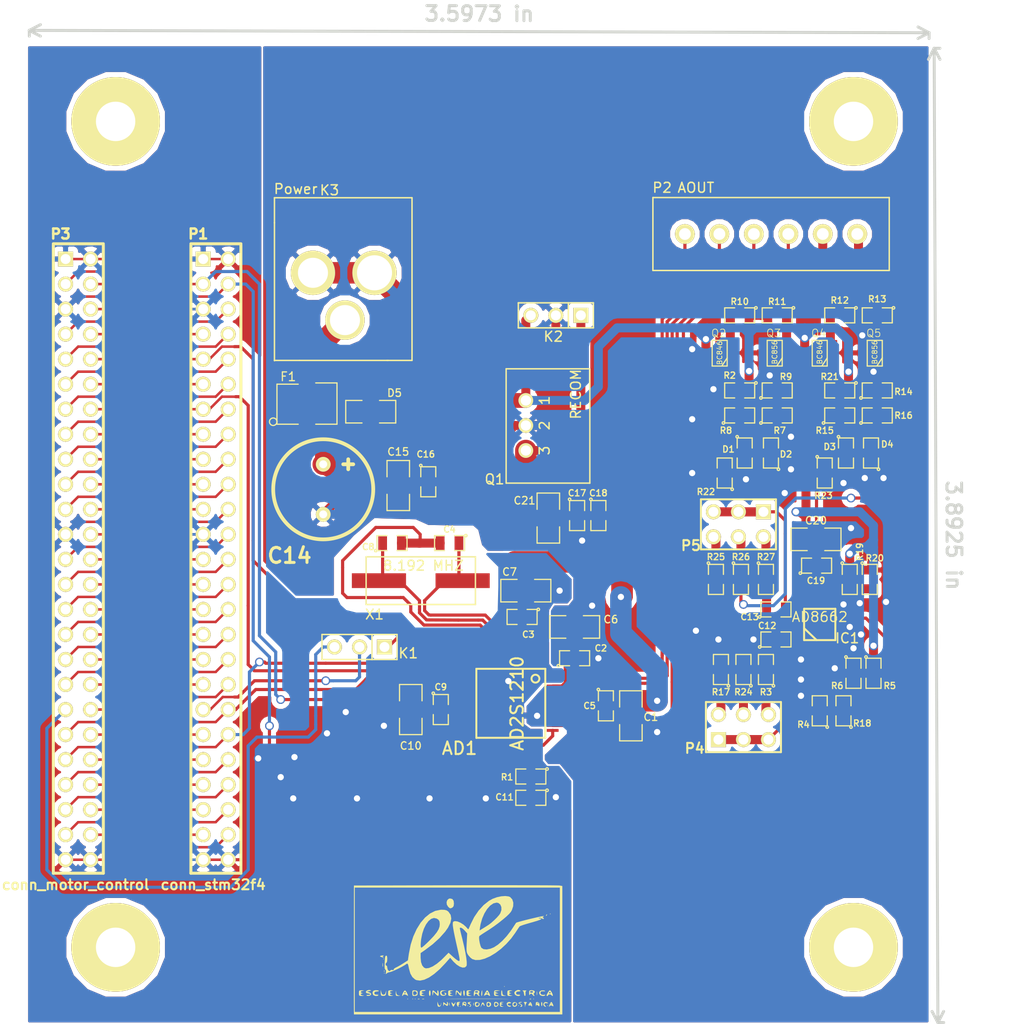
<source format=kicad_pcb>
(kicad_pcb (version 3) (host pcbnew "(22-Jun-2014 BZR 4027)-stable")
  (title_block (title AD2S1210) (company "P. Koenig"))
  (layers (15 F.Cu signal) (0 B.Cu signal) (19 F.Paste user) (21 F.SilkS user) (23 F.Mask user) (28 Edge.Cuts user))
  (net 0 "")
  (net 1 +5V)
  (net 2 /12V_a)
  (net 3 /A0)
  (net 4 /COS)
  (net 5 /COSLO)
  (net 6 /EXC)
  (net 7 /Hall3)
  (net 8 /NC)
  (net 9 /NRST)
  (net 10 /OUT_EXC)
  (net 11 /OUT_~EXC)
  (net 12 /PA0)
  (net 13 /PA1)
  (net 14 /PA2)
  (net 15 /PA4)
  (net 16 /PA5)
  (net 17 /PA6)
  (net 18 /PA7)
  (net 19 /PB0)
  (net 20 /PB1)
  (net 21 /PB10)
  (net 22 /PB11)
  (net 23 /PB12)
  (net 24 /PB15)
  (net 25 /PB2)
  (net 26 /PC0)
  (net 27 /PC1)
  (net 28 /PC2)
  (net 29 /PC4)
  (net 30 /PC5)
  (net 31 /PD10)
  (net 32 /PD11)
  (net 33 /PD12)
  (net 34 /PD13)
  (net 35 /PD14)
  (net 36 /PD15)
  (net 37 /PD9)
  (net 38 /PE10)
  (net 39 /PE11)
  (net 40 /PE12)
  (net 41 /PE13)
  (net 42 /PE14)
  (net 43 /PE15)
  (net 44 /PE7)
  (net 45 /PE8)
  (net 46 /PE9)
  (net 47 /SCLK)
  (net 48 /SDI)
  (net 49 /SDO)
  (net 50 /SDO_HALL3)
  (net 51 /SIN)
  (net 52 /SINLO)
  (net 53 /V_DRIVE)
  (net 54 /~EXC)
  (net 55 /~SAMPLE)
  (net 56 /~WR)
  (net 57 GND)
  (net 58 N-000001)
  (net 59 N-0000010)
  (net 60 N-0000011)
  (net 61 N-0000012)
  (net 62 N-0000013)
  (net 63 N-0000014)
  (net 64 N-0000015)
  (net 65 N-0000016)
  (net 66 N-0000018)
  (net 67 N-0000019)
  (net 68 N-0000020)
  (net 69 N-0000021)
  (net 70 N-0000029)
  (net 71 N-000003)
  (net 72 N-000004)
  (net 73 N-0000041)
  (net 74 N-000005)
  (net 75 N-0000054)
  (net 76 N-0000057)
  (net 77 N-0000058)
  (net 78 N-0000059)
  (net 79 N-000006)
  (net 80 N-0000060)
  (net 81 N-0000061)
  (net 82 N-0000062)
  (net 83 N-0000063)
  (net 84 N-0000064)
  (net 85 N-000007)
  (net 86 N-000008)
  (net 87 N-000009)
  (net 88 VCC)
  (module SM0805 (layer F.Cu) (at 116.332 84.455 90)
    (fp_text reference R18 (at -1.27 1.905 180) (layer F.SilkS) (effects (font (size 0.635 0.635) (thickness 0.127))))
    (fp_text value 10k hide)
    (pad 1 smd rect (at -0.9525 0 90) (size 0.889 1.397) (layers F.Cu F.Paste F.Mask) (net 6 /EXC))
    (pad 2 smd rect (at 0.9525 0 90) (size 0.889 1.397) (layers F.Cu F.Paste F.Mask) (net 61 N-0000012))
  )
  (module SM0805 (layer F.Cu) (at 119.38 80.645 270)
    (fp_text reference R5 (at 1.27 -1.651 360) (layer F.SilkS) (effects (font (size 0.635 0.635) (thickness 0.127))))
    (fp_text value 22k hide)
    (pad 1 smd rect (at -0.9525 0 270) (size 0.889 1.397) (layers F.Cu F.Paste F.Mask) (net 88 VCC))
    (pad 2 smd rect (at 0.9525 0 270) (size 0.889 1.397) (layers F.Cu F.Paste F.Mask) (net 64 N-0000015))
  )
  (module SM0805 (layer F.Cu) (at 103.886 80.264 90)
    (fp_text reference R17 (at -2.286 0 180) (layer F.SilkS) (effects (font (size 0.635 0.635) (thickness 0.127))))
    (fp_text value 13.6k hide)
    (pad 1 smd rect (at -0.9525 0 90) (size 0.889 1.397) (layers F.Cu F.Paste F.Mask) (net 66 N-0000018))
    (pad 2 smd rect (at 0.9525 0 90) (size 0.889 1.397) (layers F.Cu F.Paste F.Mask) (net 11 /OUT_~EXC))
  )
  (module SM0805 (layer F.Cu) (at 118.999 71.12 270)
    (fp_text reference R20 (at -2.159 -0.508 360) (layer F.SilkS) (effects (font (size 0.635 0.635) (thickness 0.127))))
    (fp_text value 10k hide)
    (pad 1 smd rect (at -0.9525 0 270) (size 0.889 1.397) (layers F.Cu F.Paste F.Mask) (net 57 GND))
    (pad 2 smd rect (at 0.9525 0 270) (size 0.889 1.397) (layers F.Cu F.Paste F.Mask) (net 59 N-0000010))
  )
  (module SM0805 (layer F.Cu) (at 116.967 71.12 270)
    (fp_text reference R19 (at -2.794 -1.016 270) (layer F.SilkS) (effects (font (size 0.635 0.635) (thickness 0.127))))
    (fp_text value 22k hide)
    (pad 1 smd rect (at -0.9525 0 270) (size 0.889 1.397) (layers F.Cu F.Paste F.Mask) (net 88 VCC))
    (pad 2 smd rect (at 0.9525 0 270) (size 0.889 1.397) (layers F.Cu F.Paste F.Mask) (net 59 N-0000010))
  )
  (module SM0805 (layer F.Cu) (at 115.951 51.943 180)
    (fp_text reference R21 (at 1.016 1.397 180) (layer F.SilkS) (effects (font (size 0.635 0.635) (thickness 0.127))))
    (fp_text value 2.2k hide)
    (pad 1 smd rect (at -0.9525 0 180) (size 0.889 1.397) (layers F.Cu F.Paste F.Mask) (net 88 VCC))
    (pad 2 smd rect (at 0.9525 0 180) (size 0.889 1.397) (layers F.Cu F.Paste F.Mask) (net 74 N-000005))
  )
  (module SM0805 (layer F.Cu) (at 115.951 54.483)
    (fp_text reference R15 (at -1.524 1.524) (layer F.SilkS) (effects (font (size 0.635 0.635) (thickness 0.127))))
    (fp_text value 3.3k hide)
    (pad 1 smd rect (at -0.9525 0) (size 0.889 1.397) (layers F.Cu F.Paste F.Mask) (net 74 N-000005))
    (pad 2 smd rect (at 0.9525 0) (size 0.889 1.397) (layers F.Cu F.Paste F.Mask) (net 72 N-000004))
  )
  (module SM0805 (layer F.Cu) (at 116.586 58.293 270)
    (fp_text reference D3 (at -0.635 1.651 360) (layer F.SilkS) (effects (font (size 0.635 0.635) (thickness 0.127))))
    (fp_text value DIODE hide)
    (pad 1 smd rect (at -0.9525 0 270) (size 0.889 1.397) (layers F.Cu F.Paste F.Mask) (net 72 N-000004))
    (pad 2 smd rect (at 0.9525 0 270) (size 0.889 1.397) (layers F.Cu F.Paste F.Mask) (net 79 N-000006))
  )
  (module SM0805 (layer F.Cu) (at 119.126 58.293 90)
    (fp_text reference D4 (at 0.889 1.651 180) (layer F.SilkS) (effects (font (size 0.635 0.635) (thickness 0.127))))
    (fp_text value DIODE hide)
    (pad 1 smd rect (at -0.9525 0 90) (size 0.889 1.397) (layers F.Cu F.Paste F.Mask) (net 79 N-000006))
    (pad 2 smd rect (at 0.9525 0 90) (size 0.889 1.397) (layers F.Cu F.Paste F.Mask) (net 71 N-000003))
  )
  (module SM0805 (layer F.Cu) (at 119.761 54.483)
    (fp_text reference R16 (at 2.667 0) (layer F.SilkS) (effects (font (size 0.635 0.635) (thickness 0.127))))
    (fp_text value 3.3k hide)
    (pad 1 smd rect (at -0.9525 0) (size 0.889 1.397) (layers F.Cu F.Paste F.Mask) (net 71 N-000003))
    (pad 2 smd rect (at 0.9525 0) (size 0.889 1.397) (layers F.Cu F.Paste F.Mask) (net 87 N-000009))
  )
  (module SM0805 (layer F.Cu) (at 119.761 51.943)
    (fp_text reference R14 (at 2.667 0.127) (layer F.SilkS) (effects (font (size 0.635 0.635) (thickness 0.127))))
    (fp_text value 2.2k hide)
    (pad 1 smd rect (at -0.9525 0) (size 0.889 1.397) (layers F.Cu F.Paste F.Mask) (net 57 GND))
    (pad 2 smd rect (at 0.9525 0) (size 0.889 1.397) (layers F.Cu F.Paste F.Mask) (net 87 N-000009))
  )
  (module SM0805 (layer F.Cu) (at 115.951 44.323 180)
    (fp_text reference R12 (at 0 1.524 180) (layer F.SilkS) (effects (font (size 0.635 0.635) (thickness 0.127))))
    (fp_text value 4.7k hide)
    (pad 1 smd rect (at -0.9525 0 180) (size 0.889 1.397) (layers F.Cu F.Paste F.Mask) (net 10 /OUT_EXC))
    (pad 2 smd rect (at 0.9525 0 180) (size 0.889 1.397) (layers F.Cu F.Paste F.Mask) (net 86 N-000008))
  )
  (module SM0805 (layer F.Cu) (at 119.761 44.323 180)
    (fp_text reference R13 (at 0 1.651 180) (layer F.SilkS) (effects (font (size 0.635 0.635) (thickness 0.127))))
    (fp_text value 4.7k hide)
    (pad 1 smd rect (at -0.9525 0 180) (size 0.889 1.397) (layers F.Cu F.Paste F.Mask) (net 85 N-000007))
    (pad 2 smd rect (at 0.9525 0 180) (size 0.889 1.397) (layers F.Cu F.Paste F.Mask) (net 10 /OUT_EXC))
  )
  (module SM0805 (layer F.Cu) (at 105.791 51.943 180)
    (fp_text reference R2 (at 1.016 1.524 180) (layer F.SilkS) (effects (font (size 0.635 0.635) (thickness 0.127))))
    (fp_text value 2.2k hide)
    (pad 1 smd rect (at -0.9525 0 180) (size 0.889 1.397) (layers F.Cu F.Paste F.Mask) (net 88 VCC))
    (pad 2 smd rect (at 0.9525 0 180) (size 0.889 1.397) (layers F.Cu F.Paste F.Mask) (net 80 N-0000060))
  )
  (module SM0805 (layer F.Cu) (at 105.791 54.483)
    (fp_text reference R8 (at -1.397 1.524) (layer F.SilkS) (effects (font (size 0.635 0.635) (thickness 0.127))))
    (fp_text value 3.3k hide)
    (pad 1 smd rect (at -0.9525 0) (size 0.889 1.397) (layers F.Cu F.Paste F.Mask) (net 80 N-0000060))
    (pad 2 smd rect (at 0.9525 0) (size 0.889 1.397) (layers F.Cu F.Paste F.Mask) (net 76 N-0000057))
  )
  (module SM0805 (layer F.Cu) (at 108.966 58.293 90)
    (fp_text reference D2 (at -0.127 1.524 180) (layer F.SilkS) (effects (font (size 0.635 0.635) (thickness 0.127))))
    (fp_text value DIODE hide)
    (pad 1 smd rect (at -0.9525 0 90) (size 0.889 1.397) (layers F.Cu F.Paste F.Mask) (net 82 N-0000062))
    (pad 2 smd rect (at 0.9525 0 90) (size 0.889 1.397) (layers F.Cu F.Paste F.Mask) (net 81 N-0000061))
  )
  (module SM0805 (layer F.Cu) (at 109.601 54.483)
    (fp_text reference R7 (at 0.254 1.524) (layer F.SilkS) (effects (font (size 0.635 0.635) (thickness 0.127))))
    (fp_text value 3.3k hide)
    (pad 1 smd rect (at -0.9525 0) (size 0.889 1.397) (layers F.Cu F.Paste F.Mask) (net 81 N-0000061))
    (pad 2 smd rect (at 0.9525 0) (size 0.889 1.397) (layers F.Cu F.Paste F.Mask) (net 78 N-0000059))
  )
  (module SM0805 (layer F.Cu) (at 109.601 51.943)
    (fp_text reference R9 (at 0.889 -1.397) (layer F.SilkS) (effects (font (size 0.635 0.635) (thickness 0.127))))
    (fp_text value 2.2k hide)
    (pad 1 smd rect (at -0.9525 0) (size 0.889 1.397) (layers F.Cu F.Paste F.Mask) (net 57 GND))
    (pad 2 smd rect (at 0.9525 0) (size 0.889 1.397) (layers F.Cu F.Paste F.Mask) (net 78 N-0000059))
  )
  (module SM0805 (layer F.Cu) (at 105.791 44.323 180)
    (fp_text reference R10 (at 0 1.397 180) (layer F.SilkS) (effects (font (size 0.635 0.635) (thickness 0.127))))
    (fp_text value 4.7k hide)
    (pad 1 smd rect (at -0.9525 0 180) (size 0.889 1.397) (layers F.Cu F.Paste F.Mask) (net 11 /OUT_~EXC))
    (pad 2 smd rect (at 0.9525 0 180) (size 0.889 1.397) (layers F.Cu F.Paste F.Mask) (net 77 N-0000058))
  )
  (module SM0805 (layer F.Cu) (at 109.601 44.323 180)
    (fp_text reference R11 (at 0 1.397 180) (layer F.SilkS) (effects (font (size 0.635 0.635) (thickness 0.127))))
    (fp_text value 4.7k hide)
    (pad 1 smd rect (at -0.9525 0 180) (size 0.889 1.397) (layers F.Cu F.Paste F.Mask) (net 70 N-0000029))
    (pad 2 smd rect (at 0.9525 0 180) (size 0.889 1.397) (layers F.Cu F.Paste F.Mask) (net 11 /OUT_~EXC))
  )
  (module SM0805 (layer F.Cu) (at 117.348 80.645 270)
    (fp_text reference R6 (at 1.27 1.651 360) (layer F.SilkS) (effects (font (size 0.635 0.635) (thickness 0.127))))
    (fp_text value 10k hide)
    (pad 1 smd rect (at -0.9525 0 270) (size 0.889 1.397) (layers F.Cu F.Paste F.Mask) (net 57 GND))
    (pad 2 smd rect (at 0.9525 0 270) (size 0.889 1.397) (layers F.Cu F.Paste F.Mask) (net 64 N-0000015))
  )
  (module SM0805 (layer F.Cu) (at 92.202 83.947 270)
    (fp_text reference C5 (at 0 1.651 360) (layer F.SilkS) (effects (font (size 0.635 0.635) (thickness 0.127))))
    (fp_text value 10n hide)
    (pad 1 smd rect (at -0.9525 0 270) (size 0.889 1.397) (layers F.Cu F.Paste F.Mask) (net 1 +5V))
    (pad 2 smd rect (at 0.9525 0 270) (size 0.889 1.397) (layers F.Cu F.Paste F.Mask) (net 57 GND))
  )
  (module SM0805 (layer F.Cu) (at 89.027 79.121)
    (fp_text reference C2 (at 2.667 -1.016) (layer F.SilkS) (effects (font (size 0.635 0.635) (thickness 0.127))))
    (fp_text value 10n hide)
    (pad 1 smd rect (at -0.9525 0) (size 0.889 1.397) (layers F.Cu F.Paste F.Mask) (net 69 N-0000021))
    (pad 2 smd rect (at 0.9525 0) (size 0.889 1.397) (layers F.Cu F.Paste F.Mask) (net 57 GND))
  )
  (module SM0805 (layer F.Cu) (at 76.327 67.437 180)
    (fp_text reference C4 (at 0 1.397 180) (layer F.SilkS) (effects (font (size 0.635 0.635) (thickness 0.127))))
    (fp_text value 20p hide)
    (pad 1 smd rect (at -0.9525 0 180) (size 0.889 1.397) (layers F.Cu F.Paste F.Mask) (net 83 N-0000063))
    (pad 2 smd rect (at 0.9525 0 180) (size 0.889 1.397) (layers F.Cu F.Paste F.Mask) (net 57 GND))
  )
  (module SM0805 (layer F.Cu) (at 70.485 67.437)
    (fp_text reference C8 (at -2.413 0.381) (layer F.SilkS) (effects (font (size 0.635 0.635) (thickness 0.127))))
    (fp_text value 20p hide)
    (pad 1 smd rect (at -0.9525 0) (size 0.889 1.397) (layers F.Cu F.Paste F.Mask) (net 84 N-0000064))
    (pad 2 smd rect (at 0.9525 0) (size 0.889 1.397) (layers F.Cu F.Paste F.Mask) (net 57 GND))
  )
  (module SM0805 (layer F.Cu) (at 75.438 84.328 270)
    (fp_text reference C9 (at -2.286 0 360) (layer F.SilkS) (effects (font (size 0.635 0.635) (thickness 0.127))))
    (fp_text value 10n hide)
    (pad 1 smd rect (at -0.9525 0 270) (size 0.889 1.397) (layers F.Cu F.Paste F.Mask) (net 53 /V_DRIVE))
    (pad 2 smd rect (at 0.9525 0 270) (size 0.889 1.397) (layers F.Cu F.Paste F.Mask) (net 57 GND))
  )
  (module SM0805 (layer F.Cu) (at 83.693 74.93 180)
    (fp_text reference C3 (at -0.635 -1.778 180) (layer F.SilkS) (effects (font (size 0.635 0.635) (thickness 0.127))))
    (fp_text value 10n hide)
    (pad 1 smd rect (at -0.9525 0 180) (size 0.889 1.397) (layers F.Cu F.Paste F.Mask) (net 57 GND))
    (pad 2 smd rect (at 0.9525 0 180) (size 0.889 1.397) (layers F.Cu F.Paste F.Mask) (net 1 +5V))
  )
  (module SM0805 (layer F.Cu) (at 84.582 91.1225 180)
    (fp_text reference R1 (at 2.413 -0.0635 180) (layer F.SilkS) (effects (font (size 0.635 0.635) (thickness 0.127))))
    (fp_text value 1k hide)
    (pad 1 smd rect (at -0.9525 0 180) (size 0.889 1.397) (layers F.Cu F.Paste F.Mask) (net 3 /A0))
    (pad 2 smd rect (at 0.9525 0 180) (size 0.889 1.397) (layers F.Cu F.Paste F.Mask) (net 58 N-000001))
  )
  (module SM0805 (layer F.Cu) (at 84.582 93.2815 180)
    (fp_text reference C11 (at 2.667 0.0635 180) (layer F.SilkS) (effects (font (size 0.635 0.635) (thickness 0.127))))
    (fp_text value 2.2µ hide)
    (pad 1 smd rect (at -0.9525 0 180) (size 0.889 1.397) (layers F.Cu F.Paste F.Mask) (net 57 GND))
    (pad 2 smd rect (at 0.9525 0 180) (size 0.889 1.397) (layers F.Cu F.Paste F.Mask) (net 58 N-000001))
  )
  (module SM0805 (layer F.Cu) (at 74.168 61.214 270)
    (fp_text reference C16 (at -2.794 0.254 360) (layer F.SilkS) (effects (font (size 0.635 0.635) (thickness 0.127))))
    (fp_text value 100n hide)
    (pad 1 smd rect (at -0.9525 0 270) (size 0.889 1.397) (layers F.Cu F.Paste F.Mask) (net 88 VCC))
    (pad 2 smd rect (at 0.9525 0 270) (size 0.889 1.397) (layers F.Cu F.Paste F.Mask) (net 57 GND))
  )
  (module SM0805 (layer F.Cu) (at 89.281 64.643 270)
    (fp_text reference C17 (at -2.286 0 360) (layer F.SilkS) (effects (font (size 0.635 0.635) (thickness 0.127))))
    (fp_text value 100n hide)
    (pad 1 smd rect (at -0.9525 0 270) (size 0.889 1.397) (layers F.Cu F.Paste F.Mask) (net 1 +5V))
    (pad 2 smd rect (at 0.9525 0 270) (size 0.889 1.397) (layers F.Cu F.Paste F.Mask) (net 57 GND))
  )
  (module SM0805 (layer F.Cu) (at 91.44 64.643 270)
    (fp_text reference C18 (at -2.286 0 360) (layer F.SilkS) (effects (font (size 0.635 0.635) (thickness 0.127))))
    (fp_text value 10n hide)
    (pad 1 smd rect (at -0.9525 0 270) (size 0.889 1.397) (layers F.Cu F.Paste F.Mask) (net 1 +5V))
    (pad 2 smd rect (at 0.9525 0 270) (size 0.889 1.397) (layers F.Cu F.Paste F.Mask) (net 57 GND))
  )
  (module SM0805 (layer F.Cu) (at 113.919 84.455 90)
    (fp_text reference R4 (at -1.397 -1.651 180) (layer F.SilkS) (effects (font (size 0.635 0.635) (thickness 0.127))))
    (fp_text value 10k hide)
    (pad 1 smd rect (at -0.9525 0 90) (size 0.889 1.397) (layers F.Cu F.Paste F.Mask) (net 54 /~EXC))
    (pad 2 smd rect (at 0.9525 0 90) (size 0.889 1.397) (layers F.Cu F.Paste F.Mask) (net 75 N-0000054))
  )
  (module SM0805 (layer F.Cu) (at 108.458 80.264 90)
    (fp_text reference R3 (at -2.286 0 180) (layer F.SilkS) (effects (font (size 0.635 0.635) (thickness 0.127))))
    (fp_text value 8.66k hide)
    (pad 1 smd rect (at -0.9525 0 90) (size 0.889 1.397) (layers F.Cu F.Paste F.Mask) (net 68 N-0000020))
    (pad 2 smd rect (at 0.9525 0 90) (size 0.889 1.397) (layers F.Cu F.Paste F.Mask) (net 11 /OUT_~EXC))
  )
  (module SIP-3 (layer F.Cu) (at 84.074 52.959 270)
    (fp_text reference Q1 (at 8.001 3.175 360) (layer F.SilkS))
    (fp_text value RECOM (at -0.635 -5.08 270) (layer F.SilkS))
    (fp_text user 2 (at 2.54 -1.905 270) (layer F.SilkS))
    (fp_text user 3 (at 5.08 -1.905 270) (layer F.SilkS))
    (fp_text user 1 (at 0 -1.905 270) (layer F.SilkS))
    (pad 1 thru_hole circle (at 0 0 270) (size 1.5 1.5) (drill 1.05) (layers *.Cu *.Mask F.SilkS) (net 88 VCC))
    (pad 2 thru_hole circle (at 2.54 0 270) (size 1.5 1.5) (drill 1.05) (layers *.Cu *.Mask F.SilkS) (net 57 GND))
    (pad 3 thru_hole circle (at 5.08 0 270) (size 1.5 1.5) (drill 1.05) (layers *.Cu *.Mask F.SilkS) (net 1 +5V))
  )
  (module MSOP_8 (layer F.Cu) (at 113.919 75.692)
    (fp_text reference IC1 (at 2.794 1.397) (layer F.SilkS) (effects (font (size 1.00076 1.00076) (thickness 0.1524))))
    (fp_text value AD8662 (at 0 -0.762) (layer F.SilkS) (effects (font (size 1.00076 1.00076) (thickness 0.127))))
    (pad 1 smd rect (at -0.97536 2.159) (size 0.381 1.27) (layers F.Cu F.Paste F.Mask) (net 73 N-0000041))
    (pad 2 smd rect (at -0.32512 2.159) (size 0.381 1.27) (layers F.Cu F.Paste F.Mask) (net 75 N-0000054))
    (pad 3 smd rect (at 0.32512 2.159) (size 0.381 1.27) (layers F.Cu F.Paste F.Mask) (net 64 N-0000015))
    (pad 4 smd rect (at 0.97536 2.159) (size 0.381 1.27) (layers F.Cu F.Paste F.Mask) (net 57 GND))
    (pad 5 smd rect (at 0.97536 -2.159) (size 0.381 1.27) (layers F.Cu F.Paste F.Mask) (net 59 N-0000010))
    (pad 6 smd rect (at 0.32512 -2.159) (size 0.381 1.27) (layers F.Cu F.Paste F.Mask) (net 61 N-0000012))
    (pad 7 smd rect (at -0.32512 -2.159) (size 0.381 1.27) (layers F.Cu F.Paste F.Mask) (net 65 N-0000016))
    (pad 8 smd rect (at -0.97536 -2.159) (size 0.381 1.27) (layers F.Cu F.Paste F.Mask) (net 88 VCC))
  )
  (module Elko_vert_DM10_RM5_CopperClear (layer F.Cu) (at 63.5 61.976 270)
    (fp_text reference C14 (at 6.731 3.429 360) (layer F.SilkS) (effects (font (size 1.524 1.524) (thickness 0.3048))))
    (fp_text value 220µ hide)
    (pad 2 thru_hole circle (at 2.54 0 270) (size 1.50114 1.50114) (drill 0.8001) (layers *.Cu *.Mask F.SilkS) (net 57 GND))
    (pad 1 thru_hole circle (at -2.54 0 270) (size 1.50114 1.50114) (drill 0.8001) (layers *.Cu *.Mask F.SilkS) (net 88 VCC))
  )
  (module crystal_ATS (layer F.Cu) (at 73.406 71.247 180)
    (fp_text reference X1 (at 4.699 -3.429 180) (layer F.SilkS))
    (fp_text value "8.192 MHZ" (at -0.254 1.524 180) (layer F.SilkS))
    (pad 1 smd rect (at -4.25 0 180) (size 5.5 1.5) (layers F.Cu F.Paste F.Mask) (net 83 N-0000063))
    (pad 2 smd rect (at 4.25 0 180) (size 5.5 1.5) (layers F.Cu F.Paste F.Mask) (net 84 N-0000064))
  )
  (module SOT23 (layer F.Cu) (at 113.919 48.133 90)
    (fp_text reference Q4 (at 1.99898 -0.09906 180) (layer F.SilkS) (effects (font (size 0.762 0.762) (thickness 0.0762))))
    (fp_text value BC846 (at 0.0635 0 90) (layer F.SilkS) (effects (font (size 0.50038 0.50038) (thickness 0.0762))))
    (pad 3 smd rect (at 0 -1.27 90) (size 0.70104 1.00076) (layers F.Cu F.Paste F.Mask) (net 88 VCC))
    (pad 2 smd rect (at 0.9525 1.27 90) (size 0.70104 1.00076) (layers F.Cu F.Paste F.Mask) (net 86 N-000008))
    (pad 1 smd rect (at -0.9525 1.27 90) (size 0.70104 1.00076) (layers F.Cu F.Paste F.Mask) (net 74 N-000005))
  )
  (module SOT23 (layer F.Cu) (at 119.507 48.133 90)
    (fp_text reference Q5 (at 1.99898 -0.09906 180) (layer F.SilkS) (effects (font (size 0.762 0.762) (thickness 0.0762))))
    (fp_text value BC856 (at 0.0635 0 90) (layer F.SilkS) (effects (font (size 0.50038 0.50038) (thickness 0.0762))))
    (pad 3 smd rect (at 0 -1.27 90) (size 0.70104 1.00076) (layers F.Cu F.Paste F.Mask) (net 57 GND))
    (pad 2 smd rect (at 0.9525 1.27 90) (size 0.70104 1.00076) (layers F.Cu F.Paste F.Mask) (net 85 N-000007))
    (pad 1 smd rect (at -0.9525 1.27 90) (size 0.70104 1.00076) (layers F.Cu F.Paste F.Mask) (net 87 N-000009))
  )
  (module SOT23 (layer F.Cu) (at 103.759 48.133 90)
    (fp_text reference Q2 (at 1.99898 -0.09906 180) (layer F.SilkS) (effects (font (size 0.762 0.762) (thickness 0.0762))))
    (fp_text value BC846 (at 0 0 90) (layer F.SilkS) (effects (font (size 0.50038 0.50038) (thickness 0.0762))))
    (pad 3 smd rect (at 0 -1.27 90) (size 0.70104 1.00076) (layers F.Cu F.Paste F.Mask) (net 88 VCC))
    (pad 2 smd rect (at 0.9525 1.27 90) (size 0.70104 1.00076) (layers F.Cu F.Paste F.Mask) (net 77 N-0000058))
    (pad 1 smd rect (at -0.9525 1.27 90) (size 0.70104 1.00076) (layers F.Cu F.Paste F.Mask) (net 80 N-0000060))
  )
  (module SOT23 (layer F.Cu) (at 109.347 48.133 90)
    (fp_text reference Q3 (at 1.99898 -0.09906 180) (layer F.SilkS) (effects (font (size 0.762 0.762) (thickness 0.0762))))
    (fp_text value BC856 (at 0.0635 0 90) (layer F.SilkS) (effects (font (size 0.50038 0.50038) (thickness 0.0762))))
    (pad 3 smd rect (at 0 -1.27 90) (size 0.70104 1.00076) (layers F.Cu F.Paste F.Mask) (net 57 GND))
    (pad 2 smd rect (at 0.9525 1.27 90) (size 0.70104 1.00076) (layers F.Cu F.Paste F.Mask) (net 70 N-0000029))
    (pad 1 smd rect (at -0.9525 1.27 90) (size 0.70104 1.00076) (layers F.Cu F.Paste F.Mask) (net 78 N-0000059))
  )
  (module SM0805 (layer F.Cu) (at 113.6015 69.723)
    (fp_text reference C19 (at -0.0635 1.524) (layer F.SilkS) (effects (font (size 0.635 0.635) (thickness 0.127))))
    (fp_text value 100n hide)
    (pad 1 smd rect (at -0.9525 0) (size 0.889 1.397) (layers F.Cu F.Paste F.Mask) (net 88 VCC))
    (pad 2 smd rect (at 0.9525 0) (size 0.889 1.397) (layers F.Cu F.Paste F.Mask) (net 57 GND))
  )
  (module SM0805 (layer F.Cu) (at 106.299 58.293 270)
    (fp_text reference D1 (at -0.381 1.651 360) (layer F.SilkS) (effects (font (size 0.635 0.635) (thickness 0.127))))
    (fp_text value DIODE hide)
    (pad 1 smd rect (at -0.9525 0 270) (size 0.889 1.397) (layers F.Cu F.Paste F.Mask) (net 76 N-0000057))
    (pad 2 smd rect (at 0.9525 0 270) (size 0.889 1.397) (layers F.Cu F.Paste F.Mask) (net 82 N-0000062))
  )
  (module PIN_ARRAY_3X1 (layer F.Cu) (at 87.122 44.323 180)
    (fp_text reference K2 (at 0.254 -2.159 180) (layer F.SilkS) (effects (font (size 1.016 1.016) (thickness 0.1524))))
    (fp_text value V_control hide)
    (pad 1 thru_hole rect (at -2.54 0 180) (size 1.524 1.524) (drill 1.016) (layers *.Cu *.Mask F.SilkS) (net 1 +5V))
    (pad 2 thru_hole circle (at 0 0 180) (size 1.524 1.524) (drill 1.016) (layers *.Cu *.Mask F.SilkS) (net 57 GND))
    (pad 3 thru_hole circle (at 2.54 0 180) (size 1.524 1.524) (drill 1.016) (layers *.Cu *.Mask F.SilkS) (net 88 VCC))
  )
  (module PIN_ARRAY_3X1 (layer F.Cu) (at 67.183 77.978 180)
    (fp_text reference K1 (at -4.953 -0.635 180) (layer F.SilkS) (effects (font (size 1.016 1.016) (thickness 0.1524))))
    (fp_text value JP_1 hide)
    (pad 1 thru_hole rect (at -2.54 0 180) (size 1.524 1.524) (drill 1.016) (layers *.Cu *.Mask F.SilkS) (net 49 /SDO))
    (pad 2 thru_hole circle (at 0 0 180) (size 1.524 1.524) (drill 1.016) (layers *.Cu *.Mask F.SilkS) (net 50 /SDO_HALL3))
    (pad 3 thru_hole circle (at 2.54 0 180) (size 1.524 1.524) (drill 1.016) (layers *.Cu *.Mask F.SilkS) (net 7 /Hall3))
  )
  (module SM1206 (layer F.Cu) (at 89.027 75.946)
    (fp_text reference C6 (at 3.683 -0.762) (layer F.SilkS) (effects (font (size 0.762 0.762) (thickness 0.127))))
    (fp_text value 10µ hide)
    (pad 1 smd rect (at -1.651 0) (size 1.524 2.032) (layers F.Cu F.Paste F.Mask) (net 69 N-0000021))
    (pad 2 smd rect (at 1.651 0) (size 1.524 2.032) (layers F.Cu F.Paste F.Mask) (net 57 GND))
  )
  (module SM1206 (layer F.Cu) (at 84.074 72.263 180)
    (fp_text reference C7 (at 1.651 1.905 180) (layer F.SilkS) (effects (font (size 0.762 0.762) (thickness 0.127))))
    (fp_text value 4.7µ hide)
    (pad 1 smd rect (at -1.651 0 180) (size 1.524 2.032) (layers F.Cu F.Paste F.Mask) (net 57 GND))
    (pad 2 smd rect (at 1.651 0 180) (size 1.524 2.032) (layers F.Cu F.Paste F.Mask) (net 1 +5V))
  )
  (module SM1206 (layer F.Cu) (at 71.12 61.595 270)
    (fp_text reference C15 (at -3.429 0 360) (layer F.SilkS) (effects (font (size 0.762 0.762) (thickness 0.127))))
    (fp_text value 10µ hide)
    (pad 1 smd rect (at -1.651 0 270) (size 1.524 2.032) (layers F.Cu F.Paste F.Mask) (net 88 VCC))
    (pad 2 smd rect (at 1.651 0 270) (size 1.524 2.032) (layers F.Cu F.Paste F.Mask) (net 57 GND))
  )
  (module SM1206 (layer F.Cu) (at 94.742 84.963 270)
    (fp_text reference C1 (at 0.127 -2.032 360) (layer F.SilkS) (effects (font (size 0.762 0.762) (thickness 0.127))))
    (fp_text value 4.7µ hide)
    (pad 1 smd rect (at -1.651 0 270) (size 1.524 2.032) (layers F.Cu F.Paste F.Mask) (net 1 +5V))
    (pad 2 smd rect (at 1.651 0 270) (size 1.524 2.032) (layers F.Cu F.Paste F.Mask) (net 57 GND))
  )
  (module SM1206 (layer F.Cu) (at 72.39 84.328 270)
    (fp_text reference C10 (at 3.683 0 360) (layer F.SilkS) (effects (font (size 0.762 0.762) (thickness 0.127))))
    (fp_text value 4.7µ hide)
    (pad 1 smd rect (at -1.651 0 270) (size 1.524 2.032) (layers F.Cu F.Paste F.Mask) (net 53 /V_DRIVE))
    (pad 2 smd rect (at 1.651 0 270) (size 1.524 2.032) (layers F.Cu F.Paste F.Mask) (net 57 GND))
  )
  (module SM1206 (layer F.Cu) (at 113.538 67.056)
    (fp_text reference C20 (at 0 -1.905) (layer F.SilkS) (effects (font (size 0.762 0.762) (thickness 0.127))))
    (fp_text value 10µ hide)
    (pad 1 smd rect (at -1.651 0) (size 1.524 2.032) (layers F.Cu F.Paste F.Mask) (net 88 VCC))
    (pad 2 smd rect (at 1.651 0) (size 1.524 2.032) (layers F.Cu F.Paste F.Mask) (net 57 GND))
  )
  (module SM0805 (layer F.Cu) (at 104.267 60.325 90)
    (fp_text reference R22 (at -1.905 -1.905 180) (layer F.SilkS) (effects (font (size 0.635 0.635) (thickness 0.127))))
    (fp_text value 0k hide)
    (pad 1 smd rect (at -0.9525 0 90) (size 0.889 1.397) (layers F.Cu F.Paste F.Mask) (net 73 N-0000041))
    (pad 2 smd rect (at 0.9525 0 90) (size 0.889 1.397) (layers F.Cu F.Paste F.Mask) (net 82 N-0000062))
  )
  (module SM0805 (layer F.Cu) (at 114.427 60.325 270)
    (fp_text reference R23 (at 2.286 0.127 360) (layer F.SilkS) (effects (font (size 0.635 0.635) (thickness 0.127))))
    (fp_text value 0k hide)
    (pad 1 smd rect (at -0.9525 0 270) (size 0.889 1.397) (layers F.Cu F.Paste F.Mask) (net 79 N-000006))
    (pad 2 smd rect (at 0.9525 0 270) (size 0.889 1.397) (layers F.Cu F.Paste F.Mask) (net 65 N-0000016))
  )
  (module pin_array_6_3.5mm (layer F.Cu) (at 117.729 36.068 180)
    (fp_text reference P2 (at 19.812 4.699 180) (layer F.SilkS))
    (fp_text value AOUT (at 16.383 4.699 180) (layer F.SilkS))
    (pad 1 thru_hole circle (at 0 0 180) (size 2 2) (drill 1.2) (layers *.Cu *.Mask F.SilkS) (net 10 /OUT_EXC))
    (pad 2 thru_hole circle (at 3.5 0 180) (size 2 2) (drill 1.2) (layers *.Cu *.Mask F.SilkS) (net 11 /OUT_~EXC))
    (pad 3 thru_hole circle (at 7 0 180) (size 2 2) (drill 1.2) (layers *.Cu *.Mask F.SilkS) (net 51 /SIN))
    (pad 4 thru_hole circle (at 10.5 0 180) (size 2 2) (drill 1.2) (layers *.Cu *.Mask F.SilkS) (net 52 /SINLO))
    (pad 5 thru_hole circle (at 14 0 180) (size 2 2) (drill 1.2) (layers *.Cu *.Mask F.SilkS) (net 5 /COSLO))
    (pad 6 thru_hole circle (at 17.5 0 180) (size 2 2) (drill 1.2) (layers *.Cu *.Mask F.SilkS) (net 4 /COS))
  )
  (module power_jack (layer F.Cu) (at 68.707 40.005 270)
    (fp_text reference K3 (at -8.382 4.572 360) (layer F.SilkS))
    (fp_text value Power (at -8.509 8.001 360) (layer F.SilkS))
    (pad 1 thru_hole circle (at 0 0 270) (size 4.5 4.5) (drill 3.56) (layers *.Cu *.Mask F.SilkS) (net 57 GND))
    (pad 3 thru_hole circle (at 4.8 3 270) (size 4 4) (drill 3.05) (layers *.Cu *.Mask F.SilkS) (net 2 /12V_a))
    (pad 2 thru_hole circle (at 0 6.25 270) (size 4.5 4.5) (drill 3.05) (layers *.Cu *.Mask F.SilkS) (net 57 GND))
  )
  (module LQFP48 (layer F.Cu) (at 82.55 83.693 270)
    (fp_text reference AD1 (at 4.572 5.207 360) (layer F.SilkS) (effects (font (size 1.27 1.27) (thickness 0.2))))
    (fp_text value AD2S1210 (at 0 -0.635 270) (layer F.SilkS) (effects (font (size 1.27 1.27) (thickness 0.2))))
    (pad 7 smd rect (at -4.25 0.25 270) (size 1.2 0.3) (layers F.Cu F.Paste F.Mask) (net 83 N-0000063))
    (pad 6 smd rect (at -4.25 -0.25 270) (size 1.2 0.3) (layers F.Cu F.Paste F.Mask) (net 1 +5V))
    (pad 8 smd rect (at -4.25 0.75 270) (size 1.2 0.3) (layers F.Cu F.Paste F.Mask) (net 84 N-0000064))
    (pad 5 smd rect (at -4.25 -0.75 270) (size 1.2 0.3) (layers F.Cu F.Paste F.Mask) (net 57 GND))
    (pad 4 smd rect (at -4.25 -1.25 270) (size 1.2 0.3) (layers F.Cu F.Paste F.Mask) (net 56 /~WR))
    (pad 3 smd rect (at -4.25 -1.75 270) (size 1.2 0.3) (layers F.Cu F.Paste F.Mask) (net 53 /V_DRIVE))
    (pad 2 smd rect (at -4.25 -2.25 270) (size 1.2 0.3) (layers F.Cu F.Paste F.Mask) (net 57 GND))
    (pad 1 smd rect (at -4.25 -2.75 270) (size 1.2 0.3) (layers F.Cu F.Paste F.Mask) (net 57 GND))
    (pad 9 smd rect (at -4.25 1.25 270) (size 1.2 0.3) (layers F.Cu F.Paste F.Mask) (net 57 GND))
    (pad 10 smd rect (at -4.25 1.75 270) (size 1.2 0.3) (layers F.Cu F.Paste F.Mask) (net 55 /~SAMPLE))
    (pad 11 smd rect (at -4.25 2.25 270) (size 1.2 0.3) (layers F.Cu F.Paste F.Mask) (net 49 /SDO))
    (pad 12 smd rect (at -4.25 2.75 270) (size 1.2 0.3) (layers F.Cu F.Paste F.Mask) (net 48 /SDI))
    (pad 30 smd rect (at 4.25 0.25 270) (size 1.2 0.3) (layers F.Cu F.Paste F.Mask))
    (pad 31 smd rect (at 4.25 -0.25 270) (size 1.2 0.3) (layers F.Cu F.Paste F.Mask))
    (pad 29 smd rect (at 4.25 0.75 270) (size 1.2 0.3) (layers F.Cu F.Paste F.Mask))
    (pad 28 smd rect (at 4.25 1.25 270) (size 1.2 0.3) (layers F.Cu F.Paste F.Mask))
    (pad 27 smd rect (at 4.25 1.75 270) (size 1.2 0.3) (layers F.Cu F.Paste F.Mask))
    (pad 26 smd rect (at 4.25 2.25 270) (size 1.2 0.3) (layers F.Cu F.Paste F.Mask))
    (pad 25 smd rect (at 4.25 2.75 270) (size 1.2 0.3) (layers F.Cu F.Paste F.Mask))
    (pad 32 smd rect (at 4.25 -0.75 270) (size 1.2 0.3) (layers F.Cu F.Paste F.Mask))
    (pad 33 smd rect (at 4.25 -1.25 270) (size 1.2 0.3) (layers F.Cu F.Paste F.Mask) (net 58 N-000001))
    (pad 34 smd rect (at 4.25 -1.75 270) (size 1.2 0.3) (layers F.Cu F.Paste F.Mask))
    (pad 35 smd rect (at 4.25 -2.25 270) (size 1.2 0.3) (layers F.Cu F.Paste F.Mask))
    (pad 36 smd rect (at 4.25 -2.75 270) (size 1.2 0.3) (layers F.Cu F.Paste F.Mask) (net 3 /A0))
    (pad 42 smd rect (at 0.25 -4.25) (size 1.2 0.3) (layers F.Cu F.Paste F.Mask) (net 52 /SINLO))
    (pad 41 smd rect (at 0.75 -4.25) (size 1.2 0.3) (layers F.Cu F.Paste F.Mask) (net 51 /SIN))
    (pad 40 smd rect (at 1.25 -4.25) (size 1.2 0.3) (layers F.Cu F.Paste F.Mask) (net 57 GND))
    (pad 39 smd rect (at 1.75 -4.25) (size 1.2 0.3) (layers F.Cu F.Paste F.Mask) (net 54 /~EXC))
    (pad 38 smd rect (at 2.25 -4.25) (size 1.2 0.3) (layers F.Cu F.Paste F.Mask) (net 6 /EXC))
    (pad 37 smd rect (at 2.75 -4.25) (size 1.2 0.3) (layers F.Cu F.Paste F.Mask) (net 3 /A0))
    (pad 43 smd rect (at -0.25 -4.25) (size 1.2 0.3) (layers F.Cu F.Paste F.Mask) (net 1 +5V))
    (pad 44 smd rect (at -0.75 -4.25) (size 1.2 0.3) (layers F.Cu F.Paste F.Mask) (net 5 /COSLO))
    (pad 45 smd rect (at -1.25 -4.25) (size 1.2 0.3) (layers F.Cu F.Paste F.Mask) (net 4 /COS))
    (pad 46 smd rect (at -1.75 -4.25) (size 1.2 0.3) (layers F.Cu F.Paste F.Mask) (net 69 N-0000021))
    (pad 47 smd rect (at -2.25 -4.25) (size 1.2 0.3) (layers F.Cu F.Paste F.Mask))
    (pad 48 smd rect (at -2.75 -4.25) (size 1.2 0.3) (layers F.Cu F.Paste F.Mask) (net 57 GND))
    (pad 19 smd rect (at 0.25 4.25) (size 1.2 0.3) (layers F.Cu F.Paste F.Mask) (net 57 GND))
    (pad 20 smd rect (at 0.75 4.25) (size 1.2 0.3) (layers F.Cu F.Paste F.Mask))
    (pad 21 smd rect (at 1.25 4.25) (size 1.2 0.3) (layers F.Cu F.Paste F.Mask))
    (pad 22 smd rect (at 1.75 4.25) (size 1.2 0.3) (layers F.Cu F.Paste F.Mask))
    (pad 23 smd rect (at 2.25 4.25) (size 1.2 0.3) (layers F.Cu F.Paste F.Mask))
    (pad 24 smd rect (at 2.75 4.25) (size 1.2 0.3) (layers F.Cu F.Paste F.Mask))
    (pad 18 smd rect (at -0.25 4.25) (size 1.2 0.3) (layers F.Cu F.Paste F.Mask) (net 53 /V_DRIVE))
    (pad 17 smd rect (at -0.75 4.25) (size 1.2 0.3) (layers F.Cu F.Paste F.Mask))
    (pad 16 smd rect (at -1.25 4.25) (size 1.2 0.3) (layers F.Cu F.Paste F.Mask))
    (pad 15 smd rect (at -1.75 4.25) (size 1.2 0.3) (layers F.Cu F.Paste F.Mask))
    (pad 14 smd rect (at -2.25 4.25) (size 1.2 0.3) (layers F.Cu F.Paste F.Mask))
    (pad 13 smd rect (at -2.75 4.25) (size 1.2 0.3) (layers F.Cu F.Paste F.Mask) (net 47 /SCLK))
  )
  (module SM1206 (layer F.Cu) (at 86.36 64.897 270)
    (fp_text reference C21 (at -1.778 2.413 360) (layer F.SilkS) (effects (font (size 0.762 0.762) (thickness 0.127))))
    (fp_text value 10µ hide)
    (pad 1 smd rect (at -1.651 0 270) (size 1.524 2.032) (layers F.Cu F.Paste F.Mask) (net 1 +5V))
    (pad 2 smd rect (at 1.651 0 270) (size 1.524 2.032) (layers F.Cu F.Paste F.Mask) (net 57 GND))
  )
  (module SM0805 (layer F.Cu) (at 109.474 77.216)
    (fp_text reference C12 (at -0.889 -1.397) (layer F.SilkS) (effects (font (size 0.635 0.635) (thickness 0.127))))
    (fp_text value 120p hide)
    (pad 1 smd rect (at -0.9525 0) (size 0.889 1.397) (layers F.Cu F.Paste F.Mask) (net 11 /OUT_~EXC))
    (pad 2 smd rect (at 0.9525 0) (size 0.889 1.397) (layers F.Cu F.Paste F.Mask) (net 75 N-0000054))
  )
  (module SM0805 (layer F.Cu) (at 109.474 74.168)
    (fp_text reference C13 (at -2.667 0.762) (layer F.SilkS) (effects (font (size 0.635 0.635) (thickness 0.127))))
    (fp_text value 120p hide)
    (pad 1 smd rect (at -0.9525 0) (size 0.889 1.397) (layers F.Cu F.Paste F.Mask) (net 10 /OUT_EXC))
    (pad 2 smd rect (at 0.9525 0) (size 0.889 1.397) (layers F.Cu F.Paste F.Mask) (net 61 N-0000012))
  )
  (module SM0805 (layer F.Cu) (at 106.172 80.264 90)
    (fp_text reference R24 (at -2.286 0 180) (layer F.SilkS) (effects (font (size 0.635 0.635) (thickness 0.127))))
    (fp_text value 15.4k hide)
    (pad 1 smd rect (at -0.9525 0 90) (size 0.889 1.397) (layers F.Cu F.Paste F.Mask) (net 67 N-0000019))
    (pad 2 smd rect (at 0.9525 0 90) (size 0.889 1.397) (layers F.Cu F.Paste F.Mask) (net 11 /OUT_~EXC))
  )
  (module SM0805 (layer F.Cu) (at 103.378 71.12 270)
    (fp_text reference R25 (at -2.286 0 360) (layer F.SilkS) (effects (font (size 0.635 0.635) (thickness 0.127))))
    (fp_text value 8.66k hide)
    (pad 1 smd rect (at -0.9525 0 270) (size 0.889 1.397) (layers F.Cu F.Paste F.Mask) (net 63 N-0000014))
    (pad 2 smd rect (at 0.9525 0 270) (size 0.889 1.397) (layers F.Cu F.Paste F.Mask) (net 10 /OUT_EXC))
  )
  (module SM0805 (layer F.Cu) (at 105.918 71.12 270)
    (fp_text reference R26 (at -2.286 0 360) (layer F.SilkS) (effects (font (size 0.635 0.635) (thickness 0.127))))
    (fp_text value 15.4k hide)
    (pad 1 smd rect (at -0.9525 0 270) (size 0.889 1.397) (layers F.Cu F.Paste F.Mask) (net 62 N-0000013))
    (pad 2 smd rect (at 0.9525 0 270) (size 0.889 1.397) (layers F.Cu F.Paste F.Mask) (net 10 /OUT_EXC))
  )
  (module SM0805 (layer F.Cu) (at 108.458 71.12 270)
    (fp_text reference R27 (at -2.286 0 360) (layer F.SilkS) (effects (font (size 0.635 0.635) (thickness 0.127))))
    (fp_text value 13.6k hide)
    (pad 1 smd rect (at -0.9525 0 270) (size 0.889 1.397) (layers F.Cu F.Paste F.Mask) (net 60 N-0000011))
    (pad 2 smd rect (at 0.9525 0 270) (size 0.889 1.397) (layers F.Cu F.Paste F.Mask) (net 10 /OUT_EXC))
  )
  (module pin_array_3x2 (layer F.Cu) (at 106.172 86.106)
    (fp_text reference P4 (at -4.953 2.159) (layer F.SilkS) (effects (font (size 1.016 1.016) (thickness 0.2032))))
    (fp_text value JP_2 hide)
    (pad 1 thru_hole rect (at -2.54 1.27) (size 1.524 1.524) (drill 1.016) (layers *.Cu *.Mask F.SilkS) (net 75 N-0000054))
    (pad 2 thru_hole circle (at -2.54 -1.27) (size 1.524 1.524) (drill 1.016) (layers *.Cu *.Mask F.SilkS) (net 66 N-0000018))
    (pad 3 thru_hole circle (at 0 1.27) (size 1.524 1.524) (drill 1.016) (layers *.Cu *.Mask F.SilkS) (net 75 N-0000054))
    (pad 4 thru_hole circle (at 0 -1.27) (size 1.524 1.524) (drill 1.016) (layers *.Cu *.Mask F.SilkS) (net 67 N-0000019))
    (pad 5 thru_hole circle (at 2.54 1.27) (size 1.524 1.524) (drill 1.016) (layers *.Cu *.Mask F.SilkS) (net 75 N-0000054))
    (pad 6 thru_hole circle (at 2.54 -1.27) (size 1.524 1.524) (drill 1.016) (layers *.Cu *.Mask F.SilkS) (net 68 N-0000020))
  )
  (module pin_array_3x2 (layer F.Cu) (at 105.664 65.532 180)
    (fp_text reference P5 (at 4.826 -2.159 180) (layer F.SilkS) (effects (font (size 1.016 1.016) (thickness 0.2032))))
    (fp_text value JP_3 hide)
    (pad 1 thru_hole rect (at -2.54 1.27 180) (size 1.524 1.524) (drill 1.016) (layers *.Cu *.Mask F.SilkS) (net 61 N-0000012))
    (pad 2 thru_hole circle (at -2.54 -1.27 180) (size 1.524 1.524) (drill 1.016) (layers *.Cu *.Mask F.SilkS) (net 60 N-0000011))
    (pad 3 thru_hole circle (at 0 1.27 180) (size 1.524 1.524) (drill 1.016) (layers *.Cu *.Mask F.SilkS) (net 61 N-0000012))
    (pad 4 thru_hole circle (at 0 -1.27 180) (size 1.524 1.524) (drill 1.016) (layers *.Cu *.Mask F.SilkS) (net 62 N-0000013))
    (pad 5 thru_hole circle (at 2.54 1.27 180) (size 1.524 1.524) (drill 1.016) (layers *.Cu *.Mask F.SilkS) (net 61 N-0000012))
    (pad 6 thru_hole circle (at 2.54 -1.27 180) (size 1.524 1.524) (drill 1.016) (layers *.Cu *.Mask F.SilkS) (net 63 N-0000014))
  )
  (module SM1812E (layer F.Cu) (at 61.849 53.34)
    (fp_text reference F1 (at -1.905 -2.794) (layer F.SilkS) (effects (font (size 0.889 0.889) (thickness 0.127))))
    (fp_text value FUSE hide)
    (pad 1 smd rect (at -1.905 0) (size 1.778 3.556) (layers F.Cu F.Paste F.Mask) (net 2 /12V_a))
    (pad 2 smd rect (at 1.905 0) (size 1.778 3.556) (layers F.Cu F.Paste F.Mask) (net 88 VCC))
  )
  (module SM1206 (layer F.Cu) (at 68.326 54.102 180)
    (fp_text reference D5 (at -2.413 1.905 180) (layer F.SilkS) (effects (font (size 0.762 0.762) (thickness 0.127))))
    (fp_text value DIODE hide)
    (pad 1 smd rect (at -1.651 0 180) (size 1.524 2.032) (layers F.Cu F.Paste F.Mask) (net 57 GND))
    (pad 2 smd rect (at 1.651 0 180) (size 1.524 2.032) (layers F.Cu F.Paste F.Mask) (net 88 VCC))
  )
  (module PIN_ARRAY_STM32_25X2 (layer F.Cu) (at 51.308 64.008)
    (fp_text reference P1 (at -0.508 -27.94) (layer F.SilkS) (effects (font (size 1.016 1.016) (thickness 0.27432))))
    (fp_text value conn_stm32f4 (at 1.016 38.1) (layer F.SilkS) (effects (font (size 1.016 1.016) (thickness 0.2032))))
    (pad 1 thru_hole rect (at 0 -25.4 270) (size 1.524 1.524) (drill 1.016) (layers *.Cu *.Mask F.SilkS) (net 57 GND))
    (pad 2 thru_hole circle (at 2.54 -25.4 270) (size 1.524 1.524) (drill 1.016) (layers *.Cu *.Mask F.SilkS) (net 57 GND))
    (pad 11 thru_hole circle (at 0 -12.7 270) (size 1.524 1.524) (drill 1.016) (layers *.Cu *.Mask F.SilkS) (net 13 /PA1))
    (pad 4 thru_hole circle (at 2.54 -22.86 270) (size 1.524 1.524) (drill 1.016) (layers *.Cu *.Mask F.SilkS) (net 3 /A0))
    (pad 13 thru_hole circle (at 0 -10.16 270) (size 1.524 1.524) (drill 1.016) (layers *.Cu *.Mask F.SilkS) (net 56 /~WR))
    (pad 6 thru_hole circle (at 2.54 -20.32 270) (size 1.524 1.524) (drill 1.016) (layers *.Cu *.Mask F.SilkS) (net 9 /NRST))
    (pad 15 thru_hole circle (at 0 -7.62 270) (size 1.524 1.524) (drill 1.016) (layers *.Cu *.Mask F.SilkS) (net 16 /PA5))
    (pad 8 thru_hole circle (at 2.54 -17.78 270) (size 1.524 1.524) (drill 1.016) (layers *.Cu *.Mask F.SilkS) (net 26 /PC0))
    (pad 17 thru_hole circle (at 0 -5.08 270) (size 1.524 1.524) (drill 1.016) (layers *.Cu *.Mask F.SilkS) (net 18 /PA7))
    (pad 10 thru_hole circle (at 2.54 -15.24 270) (size 1.524 1.524) (drill 1.016) (layers *.Cu *.Mask F.SilkS) (net 28 /PC2))
    (pad 19 thru_hole circle (at 0 -2.54 270) (size 1.524 1.524) (drill 1.016) (layers *.Cu *.Mask F.SilkS) (net 30 /PC5))
    (pad 12 thru_hole circle (at 2.54 -12.7 270) (size 1.524 1.524) (drill 1.016) (layers *.Cu *.Mask F.SilkS) (net 12 /PA0))
    (pad 21 thru_hole circle (at 0 0 270) (size 1.524 1.524) (drill 1.016) (layers *.Cu *.Mask F.SilkS) (net 20 /PB1))
    (pad 14 thru_hole circle (at 2.54 -10.16 270) (size 1.524 1.524) (drill 1.016) (layers *.Cu *.Mask F.SilkS) (net 14 /PA2))
    (pad 23 thru_hole circle (at 0 2.54 270) (size 1.524 1.524) (drill 1.016) (layers *.Cu *.Mask F.SilkS) (net 57 GND))
    (pad 16 thru_hole circle (at 2.54 -7.62 270) (size 1.524 1.524) (drill 1.016) (layers *.Cu *.Mask F.SilkS) (net 15 /PA4))
    (pad 25 thru_hole circle (at 0 5.08 270) (size 1.524 1.524) (drill 1.016) (layers *.Cu *.Mask F.SilkS) (net 44 /PE7))
    (pad 18 thru_hole circle (at 2.54 -5.08 270) (size 1.524 1.524) (drill 1.016) (layers *.Cu *.Mask F.SilkS) (net 17 /PA6))
    (pad 27 thru_hole circle (at 0 7.62 270) (size 1.524 1.524) (drill 1.016) (layers *.Cu *.Mask F.SilkS) (net 46 /PE9))
    (pad 20 thru_hole circle (at 2.54 -2.54 270) (size 1.524 1.524) (drill 1.016) (layers *.Cu *.Mask F.SilkS) (net 29 /PC4))
    (pad 29 thru_hole circle (at 0 10.16 270) (size 1.524 1.524) (drill 1.016) (layers *.Cu *.Mask F.SilkS) (net 39 /PE11))
    (pad 22 thru_hole circle (at 2.54 0 270) (size 1.524 1.524) (drill 1.016) (layers *.Cu *.Mask F.SilkS) (net 19 /PB0))
    (pad 31 thru_hole circle (at 0 12.7 270) (size 1.524 1.524) (drill 1.016) (layers *.Cu *.Mask F.SilkS) (net 41 /PE13))
    (pad 24 thru_hole circle (at 2.54 2.54 270) (size 1.524 1.524) (drill 1.016) (layers *.Cu *.Mask F.SilkS) (net 25 /PB2))
    (pad 26 thru_hole circle (at 2.54 5.08 270) (size 1.524 1.524) (drill 1.016) (layers *.Cu *.Mask F.SilkS) (net 45 /PE8))
    (pad 33 thru_hole circle (at 0 15.24 270) (size 1.524 1.524) (drill 1.016) (layers *.Cu *.Mask F.SilkS) (net 43 /PE15))
    (pad 28 thru_hole circle (at 2.54 7.62 270) (size 1.524 1.524) (drill 1.016) (layers *.Cu *.Mask F.SilkS) (net 38 /PE10))
    (pad 32 thru_hole circle (at 2.54 12.7 270) (size 1.524 1.524) (drill 1.016) (layers *.Cu *.Mask F.SilkS) (net 42 /PE14))
    (pad 34 thru_hole circle (at 2.54 15.24 270) (size 1.524 1.524) (drill 1.016) (layers *.Cu *.Mask F.SilkS) (net 21 /PB10))
    (pad 36 thru_hole circle (at 2.54 17.78 270) (size 1.524 1.524) (drill 1.016) (layers *.Cu *.Mask F.SilkS) (net 23 /PB12))
    (pad 38 thru_hole circle (at 2.54 20.32 270) (size 1.524 1.524) (drill 1.016) (layers *.Cu *.Mask F.SilkS) (net 47 /SCLK))
    (pad 35 thru_hole circle (at 0 17.78 270) (size 1.524 1.524) (drill 1.016) (layers *.Cu *.Mask F.SilkS) (net 22 /PB11))
    (pad 37 thru_hole circle (at 0 20.32 270) (size 1.524 1.524) (drill 1.016) (layers *.Cu *.Mask F.SilkS) (net 50 /SDO_HALL3))
    (pad 3 thru_hole circle (at 0 -22.86 270) (size 1.524 1.524) (drill 1.016) (layers *.Cu *.Mask F.SilkS) (net 53 /V_DRIVE))
    (pad 5 thru_hole circle (at 0 -20.32 270) (size 1.524 1.524) (drill 1.016) (layers *.Cu *.Mask F.SilkS) (net 57 GND))
    (pad 7 thru_hole circle (at 0 -17.78 270) (size 1.524 1.524) (drill 1.016) (layers *.Cu *.Mask F.SilkS) (net 27 /PC1))
    (pad 9 thru_hole circle (at 0 -15.24 270) (size 1.524 1.524) (drill 1.016) (layers *.Cu *.Mask F.SilkS) (net 55 /~SAMPLE))
    (pad 39 thru_hole circle (at 0 22.86 270) (size 1.524 1.524) (drill 1.016) (layers *.Cu *.Mask F.SilkS) (net 24 /PB15))
    (pad 40 thru_hole circle (at 2.54 22.86 270) (size 1.524 1.524) (drill 1.016) (layers *.Cu *.Mask F.SilkS) (net 48 /SDI))
    (pad 30 thru_hole circle (at 2.54 10.16 270) (size 1.524 1.524) (drill 1.016) (layers *.Cu *.Mask F.SilkS) (net 40 /PE12))
    (pad 41 thru_hole circle (at 0 25.4 270) (size 1.524 1.524) (drill 1.016) (layers *.Cu *.Mask F.SilkS) (net 37 /PD9))
    (pad 42 thru_hole circle (at 2.54 25.4 270) (size 1.524 1.524) (drill 1.016) (layers *.Cu *.Mask F.SilkS) (net 31 /PD10))
    (pad 43 thru_hole circle (at 0 27.94 270) (size 1.524 1.524) (drill 1.016) (layers *.Cu *.Mask F.SilkS) (net 32 /PD11))
    (pad 44 thru_hole circle (at 2.54 27.94 270) (size 1.524 1.524) (drill 1.016) (layers *.Cu *.Mask F.SilkS) (net 33 /PD12))
    (pad 45 thru_hole circle (at 0 30.48 270) (size 1.524 1.524) (drill 1.016) (layers *.Cu *.Mask F.SilkS) (net 34 /PD13))
    (pad 46 thru_hole circle (at 2.54 30.48 270) (size 1.524 1.524) (drill 1.016) (layers *.Cu *.Mask F.SilkS) (net 35 /PD14))
    (pad 47 thru_hole circle (at 0 33.02 270) (size 1.524 1.524) (drill 1.016) (layers *.Cu *.Mask F.SilkS) (net 36 /PD15))
    (pad 48 thru_hole circle (at 2.54 33.02 270) (size 1.524 1.524) (drill 1.016) (layers *.Cu *.Mask F.SilkS) (net 8 /NC))
    (pad 49 thru_hole circle (at 0 35.56 270) (size 1.524 1.524) (drill 1.016) (layers *.Cu *.Mask F.SilkS) (net 57 GND))
    (pad 50 thru_hole circle (at 2.54 35.56 270) (size 1.524 1.524) (drill 1.016) (layers *.Cu *.Mask F.SilkS) (net 57 GND))
  )
  (module PIN_ARRAY_STM32_25X2 (layer F.Cu) (at 37.338 64.008)
    (fp_text reference P3 (at -0.508 -27.94) (layer F.SilkS) (effects (font (size 1.016 1.016) (thickness 0.27432))))
    (fp_text value conn_motor_control (at 1.016 38.1) (layer F.SilkS) (effects (font (size 1.016 1.016) (thickness 0.2032))))
    (pad 1 thru_hole rect (at 0 -25.4 270) (size 1.524 1.524) (drill 1.016) (layers *.Cu *.Mask F.SilkS) (net 57 GND))
    (pad 2 thru_hole circle (at 2.54 -25.4 270) (size 1.524 1.524) (drill 1.016) (layers *.Cu *.Mask F.SilkS) (net 57 GND))
    (pad 11 thru_hole circle (at 0 -12.7 270) (size 1.524 1.524) (drill 1.016) (layers *.Cu *.Mask F.SilkS) (net 13 /PA1))
    (pad 4 thru_hole circle (at 2.54 -22.86 270) (size 1.524 1.524) (drill 1.016) (layers *.Cu *.Mask F.SilkS) (net 3 /A0))
    (pad 13 thru_hole circle (at 0 -10.16 270) (size 1.524 1.524) (drill 1.016) (layers *.Cu *.Mask F.SilkS) (net 56 /~WR))
    (pad 6 thru_hole circle (at 2.54 -20.32 270) (size 1.524 1.524) (drill 1.016) (layers *.Cu *.Mask F.SilkS) (net 9 /NRST))
    (pad 15 thru_hole circle (at 0 -7.62 270) (size 1.524 1.524) (drill 1.016) (layers *.Cu *.Mask F.SilkS) (net 16 /PA5))
    (pad 8 thru_hole circle (at 2.54 -17.78 270) (size 1.524 1.524) (drill 1.016) (layers *.Cu *.Mask F.SilkS) (net 26 /PC0))
    (pad 17 thru_hole circle (at 0 -5.08 270) (size 1.524 1.524) (drill 1.016) (layers *.Cu *.Mask F.SilkS) (net 18 /PA7))
    (pad 10 thru_hole circle (at 2.54 -15.24 270) (size 1.524 1.524) (drill 1.016) (layers *.Cu *.Mask F.SilkS) (net 28 /PC2))
    (pad 19 thru_hole circle (at 0 -2.54 270) (size 1.524 1.524) (drill 1.016) (layers *.Cu *.Mask F.SilkS) (net 30 /PC5))
    (pad 12 thru_hole circle (at 2.54 -12.7 270) (size 1.524 1.524) (drill 1.016) (layers *.Cu *.Mask F.SilkS) (net 12 /PA0))
    (pad 21 thru_hole circle (at 0 0 270) (size 1.524 1.524) (drill 1.016) (layers *.Cu *.Mask F.SilkS) (net 20 /PB1))
    (pad 14 thru_hole circle (at 2.54 -10.16 270) (size 1.524 1.524) (drill 1.016) (layers *.Cu *.Mask F.SilkS) (net 14 /PA2))
    (pad 23 thru_hole circle (at 0 2.54 270) (size 1.524 1.524) (drill 1.016) (layers *.Cu *.Mask F.SilkS) (net 57 GND))
    (pad 16 thru_hole circle (at 2.54 -7.62 270) (size 1.524 1.524) (drill 1.016) (layers *.Cu *.Mask F.SilkS) (net 15 /PA4))
    (pad 25 thru_hole circle (at 0 5.08 270) (size 1.524 1.524) (drill 1.016) (layers *.Cu *.Mask F.SilkS) (net 44 /PE7))
    (pad 18 thru_hole circle (at 2.54 -5.08 270) (size 1.524 1.524) (drill 1.016) (layers *.Cu *.Mask F.SilkS) (net 17 /PA6))
    (pad 27 thru_hole circle (at 0 7.62 270) (size 1.524 1.524) (drill 1.016) (layers *.Cu *.Mask F.SilkS) (net 46 /PE9))
    (pad 20 thru_hole circle (at 2.54 -2.54 270) (size 1.524 1.524) (drill 1.016) (layers *.Cu *.Mask F.SilkS) (net 29 /PC4))
    (pad 29 thru_hole circle (at 0 10.16 270) (size 1.524 1.524) (drill 1.016) (layers *.Cu *.Mask F.SilkS) (net 39 /PE11))
    (pad 22 thru_hole circle (at 2.54 0 270) (size 1.524 1.524) (drill 1.016) (layers *.Cu *.Mask F.SilkS) (net 19 /PB0))
    (pad 31 thru_hole circle (at 0 12.7 270) (size 1.524 1.524) (drill 1.016) (layers *.Cu *.Mask F.SilkS) (net 41 /PE13))
    (pad 24 thru_hole circle (at 2.54 2.54 270) (size 1.524 1.524) (drill 1.016) (layers *.Cu *.Mask F.SilkS) (net 25 /PB2))
    (pad 26 thru_hole circle (at 2.54 5.08 270) (size 1.524 1.524) (drill 1.016) (layers *.Cu *.Mask F.SilkS) (net 45 /PE8))
    (pad 33 thru_hole circle (at 0 15.24 270) (size 1.524 1.524) (drill 1.016) (layers *.Cu *.Mask F.SilkS) (net 43 /PE15))
    (pad 28 thru_hole circle (at 2.54 7.62 270) (size 1.524 1.524) (drill 1.016) (layers *.Cu *.Mask F.SilkS) (net 38 /PE10))
    (pad 32 thru_hole circle (at 2.54 12.7 270) (size 1.524 1.524) (drill 1.016) (layers *.Cu *.Mask F.SilkS) (net 42 /PE14))
    (pad 34 thru_hole circle (at 2.54 15.24 270) (size 1.524 1.524) (drill 1.016) (layers *.Cu *.Mask F.SilkS) (net 21 /PB10))
    (pad 36 thru_hole circle (at 2.54 17.78 270) (size 1.524 1.524) (drill 1.016) (layers *.Cu *.Mask F.SilkS) (net 23 /PB12))
    (pad 38 thru_hole circle (at 2.54 20.32 270) (size 1.524 1.524) (drill 1.016) (layers *.Cu *.Mask F.SilkS) (net 47 /SCLK))
    (pad 35 thru_hole circle (at 0 17.78 270) (size 1.524 1.524) (drill 1.016) (layers *.Cu *.Mask F.SilkS) (net 22 /PB11))
    (pad 37 thru_hole circle (at 0 20.32 270) (size 1.524 1.524) (drill 1.016) (layers *.Cu *.Mask F.SilkS) (net 7 /Hall3))
    (pad 3 thru_hole circle (at 0 -22.86 270) (size 1.524 1.524) (drill 1.016) (layers *.Cu *.Mask F.SilkS) (net 53 /V_DRIVE))
    (pad 5 thru_hole circle (at 0 -20.32 270) (size 1.524 1.524) (drill 1.016) (layers *.Cu *.Mask F.SilkS) (net 57 GND))
    (pad 7 thru_hole circle (at 0 -17.78 270) (size 1.524 1.524) (drill 1.016) (layers *.Cu *.Mask F.SilkS) (net 27 /PC1))
    (pad 9 thru_hole circle (at 0 -15.24 270) (size 1.524 1.524) (drill 1.016) (layers *.Cu *.Mask F.SilkS) (net 55 /~SAMPLE))
    (pad 39 thru_hole circle (at 0 22.86 270) (size 1.524 1.524) (drill 1.016) (layers *.Cu *.Mask F.SilkS) (net 24 /PB15))
    (pad 40 thru_hole circle (at 2.54 22.86 270) (size 1.524 1.524) (drill 1.016) (layers *.Cu *.Mask F.SilkS) (net 48 /SDI))
    (pad 30 thru_hole circle (at 2.54 10.16 270) (size 1.524 1.524) (drill 1.016) (layers *.Cu *.Mask F.SilkS) (net 40 /PE12))
    (pad 41 thru_hole circle (at 0 25.4 270) (size 1.524 1.524) (drill 1.016) (layers *.Cu *.Mask F.SilkS) (net 37 /PD9))
    (pad 42 thru_hole circle (at 2.54 25.4 270) (size 1.524 1.524) (drill 1.016) (layers *.Cu *.Mask F.SilkS) (net 31 /PD10))
    (pad 43 thru_hole circle (at 0 27.94 270) (size 1.524 1.524) (drill 1.016) (layers *.Cu *.Mask F.SilkS) (net 32 /PD11))
    (pad 44 thru_hole circle (at 2.54 27.94 270) (size 1.524 1.524) (drill 1.016) (layers *.Cu *.Mask F.SilkS) (net 33 /PD12))
    (pad 45 thru_hole circle (at 0 30.48 270) (size 1.524 1.524) (drill 1.016) (layers *.Cu *.Mask F.SilkS) (net 34 /PD13))
    (pad 46 thru_hole circle (at 2.54 30.48 270) (size 1.524 1.524) (drill 1.016) (layers *.Cu *.Mask F.SilkS) (net 35 /PD14))
    (pad 47 thru_hole circle (at 0 33.02 270) (size 1.524 1.524) (drill 1.016) (layers *.Cu *.Mask F.SilkS) (net 36 /PD15))
    (pad 48 thru_hole circle (at 2.54 33.02 270) (size 1.524 1.524) (drill 1.016) (layers *.Cu *.Mask F.SilkS) (net 8 /NC))
    (pad 49 thru_hole circle (at 0 35.56 270) (size 1.524 1.524) (drill 1.016) (layers *.Cu *.Mask F.SilkS) (net 57 GND))
    (pad 50 thru_hole circle (at 2.54 35.56 270) (size 1.524 1.524) (drill 1.016) (layers *.Cu *.Mask F.SilkS) (net 57 GND))
  )
  (module drill_4mm (layer F.Cu) (at 42.418 24.638)
    (fp_text reference Drill1 (at -0.254 3.302) (layer F.SilkS))
    (fp_text value Drill1 (at 0 0) (layer F.SilkS))
    (pad "" np_thru_hole circle (at 0 0) (size 9 9) (drill 4) (layers *.Cu *.Mask F.SilkS))
  )
  (module drill_4mm (layer F.Cu) (at 117.348 24.638)
    (fp_text reference Drill2 (at -0.254 3.302) (layer F.SilkS))
    (fp_text value Drill2 (at 0 0) (layer F.SilkS))
    (pad "" np_thru_hole circle (at 0 0) (size 9 9) (drill 4) (layers *.Cu *.Mask F.SilkS))
  )
  (module drill_4mm (layer F.Cu) (at 42.418 108.458)
    (fp_text reference Drill3 (at -0.254 3.302) (layer F.SilkS))
    (fp_text value Drill3 (at 0 0) (layer F.SilkS))
    (pad "" np_thru_hole circle (at 0 0) (size 9 9) (drill 4) (layers *.Cu *.Mask F.SilkS))
  )
  (module drill_4mm (layer F.Cu) (at 117.348 108.458)
    (fp_text reference Drill4 (at -0.254 3.302) (layer F.SilkS))
    (fp_text value Drill4 (at 0 0) (layer F.SilkS))
    (pad "" np_thru_hole circle (at 0 0) (size 9 9) (drill 4) (layers *.Cu *.Mask F.SilkS))
  )
  (module LOGO (layer F.Cu) (at 77.1144 108.6612)
    (fp_text reference G*** hide)
    (fp_text value LOGO hide)
  )
  (dimension 91.371739 (width 0.3) (layer Edge.Cuts) (gr_text "3.5973 in" (at 79.34071 15.52321 359.8486897) (layer Edge.Cuts) (effects (font (size 1.5 1.5) (thickness 0.3)))) (feature1 (pts (xy 125.02642 15.64386) (xy 125.02642 15.64386))) (feature2 (pts (xy 33.655 15.40256) (xy 33.655 15.40256))) (crossbar (pts (xy 33.655 15.40256) (xy 125.02642 15.64386))) (arrow1a (pts (xy 125.02642 15.64386) (xy 123.898372 16.227303))) (arrow1b (pts (xy 125.02642 15.64386) (xy 123.901469 15.054467))) (arrow2a (pts (xy 33.655 15.40256) (xy 34.779951 15.991953))) (arrow2b (pts (xy 33.655 15.40256) (xy 34.783048 14.819117))))
  (dimension 98.870234 (width 0.3) (layer Edge.Cuts) (gr_text "3.8925 in" (at 125.73 66.65595 270.2207919) (layer Edge.Cuts) (effects (font (size 1.5 1.5) (thickness 0.3)))) (feature1 (pts (xy 125.5395 17.2212) (xy 125.5395 17.2212))) (feature2 (pts (xy 125.9205 116.0907) (xy 125.9205 116.0907))) (crossbar (pts (xy 125.9205 116.0907) (xy 125.5395 17.2212))) (arrow1a (pts (xy 125.5395 17.2212) (xy 126.130257 18.345435))) (arrow1b (pts (xy 125.5395 17.2212) (xy 124.957425 18.349955))) (arrow2a (pts (xy 125.9205 116.0907) (xy 126.502575 114.961945))) (arrow2b (pts (xy 125.9205 116.0907) (xy 125.329743 114.966465))))
  (segment (start 84.074 58.039) (end 86.995 58.039) (width 0.91) (layer F.Cu) (net 1))
  (segment (start 89.662 55.372) (end 89.662 44.323) (width 0.91) (layer F.Cu) (net 1))
  (segment (start 86.995 58.039) (end 89.662 55.372) (width 0.91) (layer F.Cu) (net 1))
  (segment (start 91.948 69.342) (end 93.853 71.247) (width 2.18) (layer F.Cu) (net 1))
  (segment (start 93.853 71.247) (end 93.853 72.771) (width 2.18) (layer F.Cu) (net 1))
  (segment (start 91.948 69.342) (end 93.853 67.437) (width 2.18) (layer F.Cu) (net 1))
  (segment (start 93.853 67.437) (end 93.853 65.659) (width 2.18) (layer F.Cu) (net 1))
  (segment (start 93.853 69.342) (end 93.853 72.771) (width 2.18) (layer F.Cu) (net 1))
  (segment (start 93.726 76.581) (end 95.123 77.978) (width 2.18) (layer B.Cu) (net 1))
  (via (at 97.409 83.439) (size 0.889) (layers F.Cu B.Cu) (net 1))
  (segment (start 94.869 83.439) (end 97.409 83.439) (width 2.18) (layer F.Cu) (net 1))
  (segment (start 97.409 80.264) (end 95.123 77.978) (width 2.18) (layer B.Cu) (net 1))
  (segment (start 97.409 83.439) (end 97.409 80.264) (width 2.18) (layer B.Cu) (net 1))
  (segment (start 94.869 83.439) (end 94.742 83.312) (width 2.18) (layer F.Cu) (net 1))
  (segment (start 93.853 72.771) (end 93.726 72.898) (width 2.18) (layer F.Cu) (net 1))
  (via (at 93.726 72.898) (size 0.889) (layers F.Cu B.Cu) (net 1))
  (segment (start 93.726 72.898) (end 93.726 76.581) (width 2.18) (layer B.Cu) (net 1))
  (segment (start 82.423 72.263) (end 82.423 69.85) (width 2.18) (layer F.Cu) (net 1))
  (segment (start 82.423 69.85) (end 82.931 69.342) (width 2.18) (layer F.Cu) (net 1))
  (segment (start 82.931 69.342) (end 91.948 69.342) (width 2.18) (layer F.Cu) (net 1))
  (segment (start 91.948 69.342) (end 93.853 69.342) (width 2.18) (layer F.Cu) (net 1))
  (segment (start 82.8 76.077) (end 82.8 74.3545) (width 0.32) (layer F.Cu) (net 1))
  (segment (start 82.8 79.443) (end 82.8 76.077) (width 0.32) (layer F.Cu) (net 1))
  (segment (start 82.8 74.3545) (end 82.7405 74.295) (width 0.32) (layer F.Cu) (net 1))
  (segment (start 82.7405 74.295) (end 82.423 73.9775) (width 0.91) (layer F.Cu) (net 1))
  (segment (start 82.423 73.9775) (end 82.423 71.882) (width 0.91) (layer F.Cu) (net 1))
  (segment (start 93.853 69.342) (end 93.218 69.342) (width 2.18) (layer F.Cu) (net 1))
  (segment (start 93.218 69.342) (end 93.853 69.342) (width 2.18) (layer F.Cu) (net 1))
  (segment (start 86.36 63.246) (end 84.074 60.96) (width 2.18) (layer F.Cu) (net 1))
  (segment (start 84.074 60.96) (end 84.074 58.039) (width 0.254) (layer F.Cu) (net 1))
  (segment (start 88.9 63.6905) (end 86.8045 63.6905) (width 0.254) (layer F.Cu) (net 1))
  (segment (start 86.8045 63.6905) (end 86.36 63.246) (width 0.254) (layer F.Cu) (net 1))
  (segment (start 91.059 63.6905) (end 88.9 63.6905) (width 0.254) (layer F.Cu) (net 1))
  (segment (start 86.36 63.246) (end 92.964 63.246) (width 2.18) (layer F.Cu) (net 1))
  (segment (start 93.853 64.135) (end 93.853 65.659) (width 2.18) (layer F.Cu) (net 1))
  (segment (start 92.964 63.246) (end 93.853 64.135) (width 2.18) (layer F.Cu) (net 1))
  (segment (start 93.853 65.659) (end 93.853 69.342) (width 2.18) (layer F.Cu) (net 1))
  (segment (start 84.074 58.039) (end 84.074 60.96) (width 2.18) (layer F.Cu) (net 1))
  (segment (start 86.8 83.443) (end 86.804 83.439) (width 0.32) (layer F.Cu) (net 1))
  (segment (start 89.3445 82.9945) (end 92.202 82.9945) (width 0.32) (layer F.Cu) (net 1))
  (segment (start 88.9 83.439) (end 89.3445 82.9945) (width 0.32) (layer F.Cu) (net 1))
  (segment (start 86.804 83.439) (end 88.9 83.439) (width 0.32) (layer F.Cu) (net 1))
  (segment (start 92.202 82.9945) (end 94.4245 82.9945) (width 0.91) (layer F.Cu) (net 1))
  (segment (start 94.4245 82.9945) (end 94.742 83.312) (width 0.91) (layer F.Cu) (net 1))
  (segment (start 65.707 44.805) (end 59.944 50.568) (width 2.18) (layer F.Cu) (net 2))
  (segment (start 59.944 50.568) (end 59.944 53.34) (width 2.18) (layer F.Cu) (net 2))
  (segment (start 60.452 94.742) (end 59.436 94.742) (width 0.32) (layer F.Cu) (net 3))
  (segment (start 55.626 41.148) (end 53.848 41.148) (width 0.32) (layer B.Cu) (net 3))
  (segment (start 56.388 41.91) (end 55.626 41.148) (width 0.32) (layer B.Cu) (net 3))
  (segment (start 56.388 77.343) (end 56.388 41.91) (width 0.32) (layer B.Cu) (net 3))
  (segment (start 58.039 78.994) (end 56.388 77.343) (width 0.32) (layer B.Cu) (net 3))
  (segment (start 58.039 85.979) (end 58.039 78.994) (width 0.32) (layer B.Cu) (net 3))
  (via (at 58.039 85.979) (size 0.889) (layers F.Cu B.Cu) (net 3))
  (segment (start 58.039 93.345) (end 58.039 85.979) (width 0.32) (layer F.Cu) (net 3))
  (segment (start 59.436 94.742) (end 58.039 93.345) (width 0.32) (layer F.Cu) (net 3))
  (segment (start 85.5345 91.1225) (end 87.3125 91.1225) (width 0.32) (layer F.Cu) (net 3))
  (segment (start 87.249 94.742) (end 60.452 94.742) (width 0.32) (layer F.Cu) (net 3))
  (segment (start 60.452 94.742) (end 60.325 94.742) (width 0.32) (layer F.Cu) (net 3))
  (segment (start 60.325 94.742) (end 60.198 94.742) (width 0.32) (layer F.Cu) (net 3))
  (segment (start 88.011 93.98) (end 87.249 94.742) (width 0.32) (layer F.Cu) (net 3))
  (segment (start 88.011 91.821) (end 88.011 93.98) (width 0.32) (layer F.Cu) (net 3))
  (segment (start 87.3125 91.1225) (end 88.011 91.821) (width 0.32) (layer F.Cu) (net 3))
  (segment (start 85.3 87.943) (end 85.8565 87.943) (width 0.32) (layer F.Cu) (net 3))
  (segment (start 86.8 86.9995) (end 86.8 86.443) (width 0.32) (layer F.Cu) (net 3))
  (segment (start 85.8565 87.943) (end 86.8 86.9995) (width 0.32) (layer F.Cu) (net 3))
  (segment (start 85.3 87.943) (end 85.3 90.888) (width 0.32) (layer F.Cu) (net 3))
  (segment (start 85.3 90.888) (end 85.5345 91.1225) (width 0.32) (layer F.Cu) (net 3))
  (segment (start 53.848 41.148) (end 52.578 42.418) (width 0.254) (layer F.Cu) (net 3))
  (segment (start 52.578 42.418) (end 42.418 42.418) (width 0.254) (layer F.Cu) (net 3))
  (segment (start 42.418 42.418) (end 41.148 41.148) (width 0.254) (layer F.Cu) (net 3))
  (segment (start 41.148 41.148) (end 39.878 41.148) (width 0.254) (layer F.Cu) (net 3))
  (segment (start 100.229 36.068) (end 100.229 42.392) (width 0.32) (layer F.Cu) (net 4))
  (segment (start 100.229 42.392) (end 99.695 42.926) (width 0.32) (layer F.Cu) (net 4))
  (segment (start 97.917 45.974) (end 97.917 44.704) (width 0.32) (layer F.Cu) (net 4))
  (segment (start 97.917 44.704) (end 99.695 42.926) (width 0.32) (layer F.Cu) (net 4))
  (segment (start 99.695 42.926) (end 100.229 42.392) (width 0.32) (layer F.Cu) (net 4))
  (segment (start 97.917 45.72) (end 97.917 45.974) (width 0.32) (layer F.Cu) (net 4))
  (segment (start 97.917 45.974) (end 97.917 66.802) (width 0.32) (layer F.Cu) (net 4))
  (segment (start 97.917 66.802) (end 97.917 78.867) (width 0.32) (layer F.Cu) (net 4))
  (segment (start 92.202 81.153) (end 97.409 81.153) (width 0.32) (layer F.Cu) (net 4))
  (segment (start 86.8 82.443) (end 88.118 82.443) (width 0.32) (layer F.Cu) (net 4))
  (segment (start 89.408 81.153) (end 92.202 81.153) (width 0.32) (layer F.Cu) (net 4))
  (segment (start 88.118 82.443) (end 89.408 81.153) (width 0.32) (layer F.Cu) (net 4))
  (segment (start 97.917 80.645) (end 97.917 78.867) (width 0.32) (layer F.Cu) (net 4))
  (segment (start 97.917 78.867) (end 97.917 78.74) (width 0.32) (layer F.Cu) (net 4))
  (segment (start 97.409 81.153) (end 97.917 80.645) (width 0.32) (layer F.Cu) (net 4))
  (segment (start 103.729 36.068) (end 103.729 39.654) (width 0.32) (layer F.Cu) (net 5))
  (segment (start 103.729 39.654) (end 102.489 40.894) (width 0.32) (layer F.Cu) (net 5))
  (segment (start 98.425 45.847) (end 98.425 44.958) (width 0.32) (layer F.Cu) (net 5))
  (segment (start 98.425 44.958) (end 102.489 40.894) (width 0.32) (layer F.Cu) (net 5))
  (segment (start 102.489 40.894) (end 102.616 40.767) (width 0.32) (layer F.Cu) (net 5))
  (segment (start 98.425 45.72) (end 98.425 45.847) (width 0.32) (layer F.Cu) (net 5))
  (segment (start 98.425 45.847) (end 98.425 66.802) (width 0.32) (layer F.Cu) (net 5))
  (segment (start 98.425 66.802) (end 98.425 74.549) (width 0.32) (layer F.Cu) (net 5))
  (segment (start 96.139 81.661) (end 97.663 81.661) (width 0.32) (layer F.Cu) (net 5))
  (segment (start 95.25 81.661) (end 92.202 81.661) (width 0.32) (layer F.Cu) (net 5))
  (segment (start 88.38 82.943) (end 89.662 81.661) (width 0.32) (layer F.Cu) (net 5))
  (segment (start 89.662 81.661) (end 92.202 81.661) (width 0.32) (layer F.Cu) (net 5))
  (segment (start 86.8 82.943) (end 88.38 82.943) (width 0.32) (layer F.Cu) (net 5))
  (segment (start 96.139 81.661) (end 95.25 81.661) (width 0.32) (layer F.Cu) (net 5))
  (segment (start 98.425 80.899) (end 98.425 74.549) (width 0.32) (layer F.Cu) (net 5))
  (segment (start 98.425 74.549) (end 98.425 74.422) (width 0.32) (layer F.Cu) (net 5))
  (segment (start 97.663 81.661) (end 98.425 80.899) (width 0.32) (layer F.Cu) (net 5))
  (segment (start 94.742 89.789) (end 111.9505 89.789) (width 0.32) (layer F.Cu) (net 6))
  (segment (start 92.456 89.789) (end 94.742 89.789) (width 0.32) (layer F.Cu) (net 6))
  (segment (start 86.8 85.943) (end 88.61 85.943) (width 0.32) (layer F.Cu) (net 6))
  (segment (start 88.61 85.943) (end 89.408 86.741) (width 0.32) (layer F.Cu) (net 6))
  (segment (start 89.408 86.741) (end 92.456 89.789) (width 0.32) (layer F.Cu) (net 6))
  (segment (start 111.9505 89.789) (end 116.332 85.4075) (width 0.32) (layer F.Cu) (net 6))
  (segment (start 61.976 87.122) (end 62.738 86.36) (width 0.32) (layer B.Cu) (net 7))
  (segment (start 37.338 84.328) (end 35.433 86.233) (width 0.32) (layer B.Cu) (net 7))
  (segment (start 37.211 102.362) (end 37.592 102.362) (width 0.32) (layer B.Cu) (net 7))
  (segment (start 35.433 100.584) (end 37.211 102.362) (width 0.32) (layer B.Cu) (net 7))
  (segment (start 35.433 86.233) (end 35.433 100.584) (width 0.32) (layer B.Cu) (net 7))
  (segment (start 54.102 102.362) (end 37.592 102.362) (width 0.32) (layer B.Cu) (net 7))
  (segment (start 55.88 100.584) (end 54.102 102.362) (width 0.32) (layer B.Cu) (net 7))
  (segment (start 55.88 88.138) (end 55.88 100.584) (width 0.32) (layer B.Cu) (net 7))
  (segment (start 56.769 87.122) (end 55.88 88.011) (width 0.32) (layer B.Cu) (net 7))
  (segment (start 55.88 88.011) (end 55.88 88.138) (width 0.32) (layer B.Cu) (net 7))
  (segment (start 62.738 85.852) (end 62.738 84.963) (width 0.32) (layer B.Cu) (net 7))
  (segment (start 59.309 87.122) (end 61.976 87.122) (width 0.32) (layer B.Cu) (net 7))
  (segment (start 63.5 77.978) (end 62.738 78.74) (width 0.32) (layer B.Cu) (net 7))
  (segment (start 62.738 78.74) (end 62.738 84.963) (width 0.32) (layer B.Cu) (net 7))
  (segment (start 63.5 77.978) (end 64.643 77.978) (width 0.32) (layer B.Cu) (net 7))
  (segment (start 59.309 87.122) (end 56.769 87.122) (width 0.32) (layer B.Cu) (net 7))
  (segment (start 62.738 86.36) (end 62.738 85.852) (width 0.32) (layer B.Cu) (net 7))
  (segment (start 53.848 97.028) (end 52.578 98.298) (width 0.254) (layer F.Cu) (net 8))
  (segment (start 41.148 97.028) (end 39.878 97.028) (width 0.254) (layer F.Cu) (net 8))
  (segment (start 42.418 98.298) (end 41.148 97.028) (width 0.254) (layer F.Cu) (net 8))
  (segment (start 52.578 98.298) (end 42.418 98.298) (width 0.254) (layer F.Cu) (net 8))
  (segment (start 53.848 43.688) (end 52.578 44.958) (width 0.254) (layer F.Cu) (net 9))
  (segment (start 41.148 43.688) (end 39.878 43.688) (width 0.254) (layer F.Cu) (net 9))
  (segment (start 42.418 44.958) (end 41.148 43.688) (width 0.254) (layer F.Cu) (net 9))
  (segment (start 52.578 44.958) (end 42.418 44.958) (width 0.254) (layer F.Cu) (net 9))
  (segment (start 117.856 39.751) (end 117.856 36.195) (width 0.91) (layer F.Cu) (net 10))
  (segment (start 117.856 44.323) (end 117.856 39.751) (width 0.91) (layer F.Cu) (net 10))
  (segment (start 117.856 36.195) (end 117.729 36.068) (width 0.91) (layer F.Cu) (net 10))
  (segment (start 108.458 72.0725) (end 105.918 72.0725) (width 0.91) (layer F.Cu) (net 10))
  (segment (start 116.7765 62.865) (end 117.094 62.865) (width 0.32) (layer F.Cu) (net 10))
  (segment (start 105.918 73.406) (end 106.172 73.66) (width 0.32) (layer F.Cu) (net 10))
  (via (at 106.172 73.66) (size 0.889) (layers F.Cu B.Cu) (net 10))
  (segment (start 106.172 73.66) (end 106.299 73.787) (width 0.32) (layer B.Cu) (net 10))
  (segment (start 106.299 73.787) (end 109.22 73.787) (width 0.32) (layer B.Cu) (net 10))
  (segment (start 105.918 73.406) (end 105.918 72.0725) (width 0.32) (layer F.Cu) (net 10))
  (segment (start 110.4265 72.5805) (end 109.22 73.787) (width 0.32) (layer B.Cu) (net 10))
  (segment (start 110.4265 63.9445) (end 110.4265 72.5805) (width 0.32) (layer B.Cu) (net 10))
  (segment (start 111.379 62.992) (end 110.4265 63.9445) (width 0.32) (layer B.Cu) (net 10))
  (via (at 117.094 62.865) (size 0.889) (layers F.Cu B.Cu) (net 10))
  (segment (start 117.094 62.865) (end 112.522 62.865) (width 0.32) (layer B.Cu) (net 10))
  (segment (start 112.522 62.865) (end 111.506 62.865) (width 0.32) (layer B.Cu) (net 10))
  (segment (start 111.506 62.865) (end 111.379 62.992) (width 0.32) (layer B.Cu) (net 10))
  (segment (start 122.047 53.6575) (end 122.047 60.7695) (width 0.32) (layer F.Cu) (net 10))
  (segment (start 119.9515 62.865) (end 116.7765 62.865) (width 0.32) (layer F.Cu) (net 10))
  (segment (start 116.7765 62.865) (end 117.5385 62.865) (width 0.32) (layer F.Cu) (net 10))
  (segment (start 122.047 60.7695) (end 119.9515 62.865) (width 0.32) (layer F.Cu) (net 10))
  (segment (start 117.856 44.323) (end 117.856 43.2435) (width 0.32) (layer F.Cu) (net 10))
  (segment (start 122.047 43.307) (end 122.047 53.6575) (width 0.32) (layer F.Cu) (net 10))
  (segment (start 121.666 42.926) (end 122.047 43.307) (width 0.32) (layer F.Cu) (net 10))
  (segment (start 118.1735 42.926) (end 121.666 42.926) (width 0.32) (layer F.Cu) (net 10))
  (segment (start 117.856 43.2435) (end 118.1735 42.926) (width 0.32) (layer F.Cu) (net 10))
  (segment (start 116.9035 44.323) (end 117.856 44.323) (width 0.91) (layer F.Cu) (net 10))
  (segment (start 117.856 44.323) (end 118.8085 44.323) (width 0.91) (layer F.Cu) (net 10))
  (segment (start 108.5215 74.168) (end 108.5215 72.136) (width 0.91) (layer F.Cu) (net 10))
  (segment (start 108.5215 72.136) (end 108.458 72.0725) (width 0.91) (layer F.Cu) (net 10))
  (segment (start 108.458 72.0725) (end 103.378 72.0725) (width 0.91) (layer F.Cu) (net 10))
  (segment (start 114.229 36.068) (end 114.229 39.822) (width 0.91) (layer F.Cu) (net 11))
  (segment (start 111.379 42.672) (end 110.617 42.672) (width 0.91) (layer F.Cu) (net 11))
  (segment (start 114.229 39.822) (end 111.379 42.672) (width 0.91) (layer F.Cu) (net 11))
  (segment (start 107.95 42.672) (end 110.617 42.672) (width 0.91) (layer F.Cu) (net 11))
  (segment (start 110.617 42.672) (end 111.252 42.672) (width 0.91) (layer F.Cu) (net 11))
  (segment (start 107.95 44.323) (end 107.95 42.672) (width 0.91) (layer F.Cu) (net 11))
  (segment (start 103.886 79.3115) (end 106.172 79.3115) (width 0.91) (layer F.Cu) (net 11))
  (segment (start 103.886 79.3115) (end 102.1715 79.3115) (width 0.32) (layer F.Cu) (net 11))
  (segment (start 106.7435 43.2435) (end 106.299 42.799) (width 0.32) (layer F.Cu) (net 11))
  (segment (start 106.299 42.799) (end 102.87 42.799) (width 0.32) (layer F.Cu) (net 11))
  (segment (start 102.87 42.799) (end 101.219 44.45) (width 0.32) (layer F.Cu) (net 11))
  (segment (start 101.219 44.45) (end 100.838 44.831) (width 0.32) (layer F.Cu) (net 11))
  (segment (start 106.7435 43.2435) (end 106.7435 44.323) (width 0.32) (layer F.Cu) (net 11))
  (segment (start 100.076 45.593) (end 100.838 44.831) (width 0.32) (layer F.Cu) (net 11))
  (segment (start 100.076 77.216) (end 100.076 45.593) (width 0.32) (layer F.Cu) (net 11))
  (segment (start 102.1715 79.3115) (end 100.076 77.216) (width 0.32) (layer F.Cu) (net 11))
  (segment (start 108.6485 44.323) (end 107.95 44.323) (width 0.91) (layer F.Cu) (net 11))
  (segment (start 107.95 44.323) (end 106.7435 44.323) (width 0.91) (layer F.Cu) (net 11))
  (segment (start 108.458 79.3115) (end 108.458 77.2795) (width 0.91) (layer F.Cu) (net 11))
  (segment (start 108.458 77.2795) (end 108.5215 77.216) (width 0.91) (layer F.Cu) (net 11))
  (segment (start 103.886 79.3115) (end 108.458 79.3115) (width 0.91) (layer F.Cu) (net 11))
  (segment (start 53.848 51.308) (end 52.578 52.578) (width 0.254) (layer F.Cu) (net 12))
  (segment (start 41.148 51.308) (end 39.878 51.308) (width 0.254) (layer F.Cu) (net 12))
  (segment (start 42.418 52.578) (end 41.148 51.308) (width 0.254) (layer F.Cu) (net 12))
  (segment (start 52.578 52.578) (end 42.418 52.578) (width 0.254) (layer F.Cu) (net 12))
  (segment (start 51.308 51.308) (end 45.593 51.308) (width 0.254) (layer F.Cu) (net 13))
  (segment (start 38.608 50.038) (end 37.338 51.308) (width 0.254) (layer F.Cu) (net 13))
  (segment (start 41.148 50.038) (end 38.608 50.038) (width 0.254) (layer F.Cu) (net 13))
  (segment (start 42.418 51.308) (end 41.148 50.038) (width 0.254) (layer F.Cu) (net 13))
  (segment (start 45.593 51.308) (end 42.418 51.308) (width 0.254) (layer F.Cu) (net 13))
  (segment (start 53.848 53.848) (end 52.578 55.118) (width 0.254) (layer F.Cu) (net 14))
  (segment (start 41.148 53.848) (end 39.878 53.848) (width 0.254) (layer F.Cu) (net 14))
  (segment (start 42.418 55.118) (end 41.148 53.848) (width 0.254) (layer F.Cu) (net 14))
  (segment (start 52.578 55.118) (end 42.418 55.118) (width 0.254) (layer F.Cu) (net 14))
  (segment (start 53.848 56.388) (end 52.578 57.658) (width 0.254) (layer F.Cu) (net 15))
  (segment (start 41.148 56.388) (end 39.878 56.388) (width 0.254) (layer F.Cu) (net 15))
  (segment (start 42.418 57.658) (end 41.148 56.388) (width 0.254) (layer F.Cu) (net 15))
  (segment (start 52.578 57.658) (end 42.418 57.658) (width 0.254) (layer F.Cu) (net 15))
  (segment (start 51.308 56.388) (end 44.323 56.388) (width 0.254) (layer F.Cu) (net 16))
  (segment (start 38.608 55.118) (end 37.338 56.388) (width 0.254) (layer F.Cu) (net 16))
  (segment (start 41.148 55.118) (end 38.608 55.118) (width 0.254) (layer F.Cu) (net 16))
  (segment (start 42.418 56.388) (end 41.148 55.118) (width 0.254) (layer F.Cu) (net 16))
  (segment (start 44.323 56.388) (end 42.418 56.388) (width 0.254) (layer F.Cu) (net 16))
  (segment (start 53.848 58.928) (end 52.578 60.198) (width 0.254) (layer F.Cu) (net 17))
  (segment (start 41.148 58.928) (end 39.878 58.928) (width 0.254) (layer F.Cu) (net 17))
  (segment (start 42.418 60.198) (end 41.148 58.928) (width 0.254) (layer F.Cu) (net 17))
  (segment (start 52.578 60.198) (end 42.418 60.198) (width 0.254) (layer F.Cu) (net 17))
  (segment (start 51.308 58.928) (end 43.942 58.928) (width 0.254) (layer F.Cu) (net 18))
  (segment (start 38.608 57.658) (end 37.338 58.928) (width 0.254) (layer F.Cu) (net 18))
  (segment (start 41.148 57.658) (end 38.608 57.658) (width 0.254) (layer F.Cu) (net 18))
  (segment (start 42.418 58.928) (end 41.148 57.658) (width 0.254) (layer F.Cu) (net 18))
  (segment (start 43.942 58.928) (end 42.418 58.928) (width 0.254) (layer F.Cu) (net 18))
  (segment (start 53.848 64.008) (end 52.578 65.278) (width 0.254) (layer F.Cu) (net 19))
  (segment (start 41.148 64.008) (end 39.878 64.008) (width 0.254) (layer F.Cu) (net 19))
  (segment (start 42.418 65.278) (end 41.148 64.008) (width 0.254) (layer F.Cu) (net 19))
  (segment (start 52.578 65.278) (end 42.418 65.278) (width 0.254) (layer F.Cu) (net 19))
  (segment (start 44.323 64.008) (end 42.418 64.008) (width 0.254) (layer F.Cu) (net 20))
  (segment (start 51.308 64.008) (end 44.323 64.008) (width 0.254) (layer F.Cu) (net 20))
  (segment (start 38.608 62.738) (end 37.338 64.008) (width 0.254) (layer F.Cu) (net 20))
  (segment (start 41.148 62.738) (end 38.608 62.738) (width 0.254) (layer F.Cu) (net 20))
  (segment (start 42.418 64.008) (end 41.148 62.738) (width 0.254) (layer F.Cu) (net 20))
  (segment (start 53.848 79.248) (end 52.578 80.518) (width 0.254) (layer F.Cu) (net 21))
  (segment (start 41.148 79.248) (end 39.878 79.248) (width 0.254) (layer F.Cu) (net 21))
  (segment (start 42.418 80.518) (end 41.148 79.248) (width 0.254) (layer F.Cu) (net 21))
  (segment (start 52.578 80.518) (end 42.418 80.518) (width 0.254) (layer F.Cu) (net 21))
  (segment (start 51.308 81.788) (end 42.418 81.788) (width 0.254) (layer F.Cu) (net 22))
  (segment (start 38.608 80.518) (end 37.338 81.788) (width 0.254) (layer F.Cu) (net 22))
  (segment (start 39.37 80.518) (end 38.608 80.518) (width 0.254) (layer F.Cu) (net 22))
  (segment (start 41.148 80.518) (end 39.37 80.518) (width 0.254) (layer F.Cu) (net 22))
  (segment (start 42.418 81.788) (end 41.148 80.518) (width 0.254) (layer F.Cu) (net 22))
  (segment (start 53.848 81.788) (end 52.578 83.058) (width 0.254) (layer F.Cu) (net 23))
  (segment (start 41.148 81.788) (end 39.878 81.788) (width 0.254) (layer F.Cu) (net 23))
  (segment (start 42.418 83.058) (end 41.148 81.788) (width 0.254) (layer F.Cu) (net 23))
  (segment (start 52.578 83.058) (end 42.418 83.058) (width 0.254) (layer F.Cu) (net 23))
  (segment (start 51.308 86.868) (end 43.688 86.868) (width 0.254) (layer F.Cu) (net 24))
  (segment (start 38.608 85.598) (end 37.338 86.868) (width 0.254) (layer F.Cu) (net 24))
  (segment (start 41.148 85.598) (end 38.608 85.598) (width 0.254) (layer F.Cu) (net 24))
  (segment (start 42.418 86.868) (end 41.148 85.598) (width 0.254) (layer F.Cu) (net 24))
  (segment (start 43.688 86.868) (end 42.418 86.868) (width 0.254) (layer F.Cu) (net 24))
  (segment (start 53.848 66.548) (end 52.578 67.818) (width 0.254) (layer F.Cu) (net 25))
  (segment (start 41.148 66.548) (end 39.878 66.548) (width 0.254) (layer F.Cu) (net 25))
  (segment (start 42.418 67.818) (end 41.148 66.548) (width 0.254) (layer F.Cu) (net 25))
  (segment (start 52.578 67.818) (end 42.418 67.818) (width 0.254) (layer F.Cu) (net 25))
  (segment (start 53.848 46.228) (end 52.578 47.498) (width 0.254) (layer F.Cu) (net 26))
  (segment (start 41.148 46.228) (end 39.878 46.228) (width 0.254) (layer F.Cu) (net 26))
  (segment (start 42.418 47.498) (end 41.148 46.228) (width 0.254) (layer F.Cu) (net 26))
  (segment (start 52.578 47.498) (end 42.418 47.498) (width 0.254) (layer F.Cu) (net 26))
  (segment (start 51.308 46.228) (end 43.815 46.228) (width 0.254) (layer F.Cu) (net 27))
  (segment (start 38.608 44.958) (end 37.338 46.228) (width 0.254) (layer F.Cu) (net 27))
  (segment (start 41.148 44.958) (end 38.608 44.958) (width 0.254) (layer F.Cu) (net 27))
  (segment (start 42.418 46.228) (end 41.148 44.958) (width 0.254) (layer F.Cu) (net 27))
  (segment (start 43.815 46.228) (end 42.418 46.228) (width 0.254) (layer F.Cu) (net 27))
  (segment (start 53.848 48.768) (end 52.578 50.038) (width 0.254) (layer F.Cu) (net 28))
  (segment (start 41.148 48.768) (end 39.878 48.768) (width 0.254) (layer F.Cu) (net 28))
  (segment (start 42.418 50.038) (end 41.148 48.768) (width 0.254) (layer F.Cu) (net 28))
  (segment (start 52.578 50.038) (end 42.418 50.038) (width 0.254) (layer F.Cu) (net 28))
  (segment (start 53.848 61.468) (end 52.578 62.738) (width 0.254) (layer F.Cu) (net 29))
  (segment (start 41.148 61.468) (end 39.878 61.468) (width 0.254) (layer F.Cu) (net 29))
  (segment (start 42.418 62.738) (end 41.148 61.468) (width 0.254) (layer F.Cu) (net 29))
  (segment (start 52.578 62.738) (end 42.418 62.738) (width 0.254) (layer F.Cu) (net 29))
  (segment (start 46.99 61.468) (end 42.418 61.468) (width 0.254) (layer F.Cu) (net 30))
  (segment (start 51.308 61.468) (end 46.99 61.468) (width 0.254) (layer F.Cu) (net 30))
  (segment (start 38.608 60.198) (end 37.338 61.468) (width 0.254) (layer F.Cu) (net 30))
  (segment (start 41.148 60.198) (end 38.608 60.198) (width 0.254) (layer F.Cu) (net 30))
  (segment (start 42.418 61.468) (end 41.148 60.198) (width 0.254) (layer F.Cu) (net 30))
  (segment (start 53.848 89.408) (end 52.578 90.678) (width 0.254) (layer F.Cu) (net 31))
  (segment (start 41.148 89.408) (end 39.878 89.408) (width 0.254) (layer F.Cu) (net 31))
  (segment (start 42.418 90.678) (end 41.148 89.408) (width 0.254) (layer F.Cu) (net 31))
  (segment (start 42.545 90.678) (end 42.418 90.678) (width 0.254) (layer F.Cu) (net 31))
  (segment (start 52.578 90.678) (end 42.545 90.678) (width 0.254) (layer F.Cu) (net 31))
  (segment (start 51.308 91.948) (end 42.799 91.948) (width 0.254) (layer F.Cu) (net 32))
  (segment (start 38.608 90.678) (end 37.338 91.948) (width 0.254) (layer F.Cu) (net 32))
  (segment (start 41.148 90.678) (end 38.608 90.678) (width 0.254) (layer F.Cu) (net 32))
  (segment (start 42.418 91.948) (end 41.148 90.678) (width 0.254) (layer F.Cu) (net 32))
  (segment (start 42.799 91.948) (end 42.418 91.948) (width 0.254) (layer F.Cu) (net 32))
  (segment (start 53.848 91.948) (end 52.578 93.218) (width 0.254) (layer F.Cu) (net 33))
  (segment (start 41.148 91.948) (end 39.878 91.948) (width 0.254) (layer F.Cu) (net 33))
  (segment (start 42.418 93.218) (end 41.148 91.948) (width 0.254) (layer F.Cu) (net 33))
  (segment (start 52.578 93.218) (end 42.418 93.218) (width 0.254) (layer F.Cu) (net 33))
  (segment (start 51.308 94.488) (end 43.307 94.488) (width 0.254) (layer F.Cu) (net 34))
  (segment (start 38.608 93.218) (end 37.338 94.488) (width 0.254) (layer F.Cu) (net 34))
  (segment (start 41.148 93.218) (end 38.608 93.218) (width 0.254) (layer F.Cu) (net 34))
  (segment (start 42.418 94.488) (end 41.148 93.218) (width 0.254) (layer F.Cu) (net 34))
  (segment (start 43.307 94.488) (end 42.418 94.488) (width 0.254) (layer F.Cu) (net 34))
  (segment (start 53.848 94.488) (end 52.578 95.758) (width 0.254) (layer F.Cu) (net 35))
  (segment (start 41.148 94.488) (end 39.878 94.488) (width 0.254) (layer F.Cu) (net 35))
  (segment (start 42.418 95.758) (end 41.148 94.488) (width 0.254) (layer F.Cu) (net 35))
  (segment (start 52.578 95.758) (end 42.418 95.758) (width 0.254) (layer F.Cu) (net 35))
  (segment (start 51.308 97.028) (end 42.926 97.028) (width 0.254) (layer F.Cu) (net 36))
  (segment (start 38.608 95.758) (end 37.338 97.028) (width 0.254) (layer F.Cu) (net 36))
  (segment (start 41.148 95.758) (end 38.608 95.758) (width 0.254) (layer F.Cu) (net 36))
  (segment (start 42.418 97.028) (end 41.148 95.758) (width 0.254) (layer F.Cu) (net 36))
  (segment (start 42.926 97.028) (end 42.418 97.028) (width 0.254) (layer F.Cu) (net 36))
  (segment (start 43.561 89.408) (end 42.418 89.408) (width 0.254) (layer F.Cu) (net 37))
  (segment (start 51.308 89.408) (end 43.561 89.408) (width 0.254) (layer F.Cu) (net 37))
  (segment (start 38.608 88.138) (end 37.338 89.408) (width 0.254) (layer F.Cu) (net 37))
  (segment (start 41.148 88.138) (end 38.608 88.138) (width 0.254) (layer F.Cu) (net 37))
  (segment (start 42.418 89.408) (end 41.148 88.138) (width 0.254) (layer F.Cu) (net 37))
  (segment (start 53.848 71.628) (end 52.578 72.898) (width 0.254) (layer F.Cu) (net 38))
  (segment (start 41.148 71.628) (end 39.878 71.628) (width 0.254) (layer F.Cu) (net 38))
  (segment (start 42.418 72.898) (end 41.148 71.628) (width 0.254) (layer F.Cu) (net 38))
  (segment (start 52.578 72.898) (end 42.418 72.898) (width 0.254) (layer F.Cu) (net 38))
  (segment (start 51.308 74.168) (end 44.831 74.168) (width 0.254) (layer F.Cu) (net 39))
  (segment (start 38.608 72.898) (end 37.338 74.168) (width 0.254) (layer F.Cu) (net 39))
  (segment (start 41.148 72.898) (end 38.608 72.898) (width 0.254) (layer F.Cu) (net 39))
  (segment (start 42.418 74.168) (end 41.148 72.898) (width 0.254) (layer F.Cu) (net 39))
  (segment (start 44.831 74.168) (end 42.418 74.168) (width 0.254) (layer F.Cu) (net 39))
  (segment (start 53.848 74.168) (end 52.578 75.438) (width 0.254) (layer F.Cu) (net 40))
  (segment (start 41.148 74.168) (end 39.878 74.168) (width 0.254) (layer F.Cu) (net 40))
  (segment (start 42.418 75.438) (end 41.148 74.168) (width 0.254) (layer F.Cu) (net 40))
  (segment (start 52.578 75.438) (end 42.418 75.438) (width 0.254) (layer F.Cu) (net 40))
  (segment (start 51.308 76.708) (end 42.545 76.708) (width 0.254) (layer F.Cu) (net 41))
  (segment (start 38.608 75.438) (end 37.338 76.708) (width 0.254) (layer F.Cu) (net 41))
  (segment (start 41.148 75.438) (end 38.608 75.438) (width 0.254) (layer F.Cu) (net 41))
  (segment (start 42.418 76.708) (end 41.148 75.438) (width 0.254) (layer F.Cu) (net 41))
  (segment (start 42.545 76.708) (end 42.418 76.708) (width 0.254) (layer F.Cu) (net 41))
  (segment (start 53.848 76.708) (end 52.578 77.978) (width 0.254) (layer F.Cu) (net 42))
  (segment (start 41.148 76.708) (end 39.878 76.708) (width 0.254) (layer F.Cu) (net 42))
  (segment (start 42.418 77.978) (end 41.148 76.708) (width 0.254) (layer F.Cu) (net 42))
  (segment (start 52.578 77.978) (end 42.418 77.978) (width 0.254) (layer F.Cu) (net 42))
  (segment (start 51.308 79.248) (end 42.799 79.248) (width 0.254) (layer F.Cu) (net 43))
  (segment (start 38.608 77.978) (end 37.338 79.248) (width 0.254) (layer F.Cu) (net 43))
  (segment (start 41.148 77.978) (end 38.608 77.978) (width 0.254) (layer F.Cu) (net 43))
  (segment (start 42.418 79.248) (end 41.148 77.978) (width 0.254) (layer F.Cu) (net 43))
  (segment (start 42.799 79.248) (end 42.418 79.248) (width 0.254) (layer F.Cu) (net 43))
  (segment (start 51.308 69.088) (end 43.053 69.088) (width 0.254) (layer F.Cu) (net 44))
  (segment (start 38.608 67.818) (end 37.338 69.088) (width 0.254) (layer F.Cu) (net 44))
  (segment (start 41.148 67.818) (end 38.608 67.818) (width 0.254) (layer F.Cu) (net 44))
  (segment (start 42.418 69.088) (end 41.148 67.818) (width 0.254) (layer F.Cu) (net 44))
  (segment (start 43.053 69.088) (end 42.418 69.088) (width 0.254) (layer F.Cu) (net 44))
  (segment (start 53.848 69.088) (end 52.578 70.358) (width 0.254) (layer F.Cu) (net 45))
  (segment (start 41.148 69.088) (end 39.878 69.088) (width 0.254) (layer F.Cu) (net 45))
  (segment (start 42.418 70.358) (end 41.148 69.088) (width 0.254) (layer F.Cu) (net 45))
  (segment (start 52.578 70.358) (end 42.418 70.358) (width 0.254) (layer F.Cu) (net 45))
  (segment (start 51.308 71.628) (end 43.942 71.628) (width 0.254) (layer F.Cu) (net 46))
  (segment (start 38.608 70.358) (end 37.338 71.628) (width 0.254) (layer F.Cu) (net 46))
  (segment (start 41.148 70.358) (end 38.608 70.358) (width 0.254) (layer F.Cu) (net 46))
  (segment (start 42.418 71.628) (end 41.148 70.358) (width 0.254) (layer F.Cu) (net 46))
  (segment (start 43.942 71.628) (end 42.418 71.628) (width 0.254) (layer F.Cu) (net 46))
  (segment (start 78.3 80.943) (end 68.155 80.943) (width 0.32) (layer F.Cu) (net 47))
  (segment (start 68.155 80.943) (end 67.818 81.28) (width 0.32) (layer F.Cu) (net 47))
  (segment (start 66.802 82.296) (end 64.516 82.296) (width 0.32) (layer F.Cu) (net 47))
  (segment (start 56.515 82.423) (end 54.61 84.328) (width 0.32) (layer F.Cu) (net 47))
  (segment (start 54.61 84.328) (end 53.848 84.328) (width 0.32) (layer F.Cu) (net 47))
  (segment (start 64.516 82.296) (end 56.642 82.296) (width 0.32) (layer F.Cu) (net 47))
  (segment (start 56.642 82.296) (end 56.515 82.423) (width 0.32) (layer F.Cu) (net 47))
  (segment (start 67.818 81.28) (end 66.802 82.296) (width 0.32) (layer F.Cu) (net 47))
  (segment (start 68.028 81.07) (end 67.818 81.28) (width 0.32) (layer F.Cu) (net 47))
  (segment (start 78.3 80.943) (end 78.569 80.943) (width 0.32) (layer F.Cu) (net 47))
  (segment (start 53.848 84.328) (end 52.578 85.598) (width 0.254) (layer F.Cu) (net 47))
  (segment (start 52.578 85.598) (end 42.418 85.598) (width 0.254) (layer F.Cu) (net 47))
  (segment (start 42.418 85.598) (end 41.148 84.328) (width 0.254) (layer F.Cu) (net 47))
  (segment (start 41.148 84.328) (end 39.878 84.328) (width 0.254) (layer F.Cu) (net 47))
  (segment (start 76.2 79.629) (end 63.754 79.629) (width 0.32) (layer F.Cu) (net 48))
  (segment (start 57.658 79.629) (end 57.531 79.502) (width 0.32) (layer F.Cu) (net 48))
  (segment (start 63.754 79.629) (end 57.658 79.629) (width 0.32) (layer F.Cu) (net 48))
  (segment (start 76.835 79.248) (end 76.2 79.629) (width 0.32) (layer F.Cu) (net 48))
  (segment (start 79.605 79.248) (end 77.343 79.248) (width 0.32) (layer F.Cu) (net 48))
  (segment (start 79.8 79.443) (end 79.605 79.248) (width 0.32) (layer F.Cu) (net 48))
  (segment (start 77.343 79.248) (end 76.835 79.248) (width 0.32) (layer F.Cu) (net 48))
  (segment (start 56.007 86.233) (end 55.372 86.868) (width 0.32) (layer B.Cu) (net 48))
  (segment (start 56.007 80.518) (end 56.007 86.233) (width 0.32) (layer B.Cu) (net 48))
  (segment (start 57.023 79.502) (end 56.007 80.518) (width 0.32) (layer B.Cu) (net 48))
  (via (at 57.023 79.502) (size 0.889) (layers F.Cu B.Cu) (net 48))
  (segment (start 57.531 79.502) (end 57.023 79.502) (width 0.32) (layer F.Cu) (net 48))
  (segment (start 53.848 86.868) (end 55.372 86.868) (width 0.32) (layer B.Cu) (net 48))
  (via (at 53.848 86.868) (size 0.889) (layers F.Cu B.Cu) (net 48))
  (segment (start 53.848 86.868) (end 52.578 88.138) (width 0.254) (layer F.Cu) (net 48))
  (segment (start 52.578 88.138) (end 42.418 88.138) (width 0.254) (layer F.Cu) (net 48))
  (segment (start 42.418 88.138) (end 41.148 86.868) (width 0.254) (layer F.Cu) (net 48))
  (segment (start 41.148 86.868) (end 39.878 86.868) (width 0.254) (layer F.Cu) (net 48))
  (segment (start 80.3 79.443) (end 80.3 78.141) (width 0.32) (layer F.Cu) (net 49))
  (segment (start 80.3 78.141) (end 80.137 77.978) (width 0.32) (layer F.Cu) (net 49))
  (segment (start 80.137 77.978) (end 79.121 76.962) (width 0.32) (layer F.Cu) (net 49))
  (segment (start 79.121 76.962) (end 71.12 76.962) (width 0.32) (layer F.Cu) (net 49))
  (segment (start 71.12 76.962) (end 69.85 78.232) (width 0.32) (layer F.Cu) (net 49))
  (segment (start 53.296424 83.058) (end 54.483 83.058) (width 0.254) (layer F.Cu) (net 50))
  (segment (start 54.483 83.058) (end 54.864 83.058) (width 0.32) (layer F.Cu) (net 50))
  (segment (start 51.308 84.328) (end 52.026424 84.328) (width 0.254) (layer F.Cu) (net 50))
  (segment (start 53.296424 83.058) (end 53.254712 83.099712) (width 0.254) (layer F.Cu) (net 50))
  (segment (start 52.026424 84.328) (end 53.296424 83.058) (width 0.254) (layer F.Cu) (net 50))
  (segment (start 67.183 77.978) (end 67.183 81.026) (width 0.32) (layer B.Cu) (net 50))
  (segment (start 64.516 81.407) (end 64.262 81.407) (width 0.32) (layer B.Cu) (net 50))
  (segment (start 66.802 81.407) (end 64.516 81.407) (width 0.32) (layer B.Cu) (net 50))
  (segment (start 67.183 81.026) (end 66.802 81.407) (width 0.32) (layer B.Cu) (net 50))
  (segment (start 67.183 78.74) (end 67.183 77.978) (width 0.32) (layer B.Cu) (net 50))
  (segment (start 64.262 81.407) (end 63.754 81.407) (width 0.32) (layer B.Cu) (net 50))
  (via (at 63.754 81.407) (size 0.889) (layers F.Cu B.Cu) (net 50))
  (segment (start 63.754 81.407) (end 56.515 81.407) (width 0.32) (layer F.Cu) (net 50))
  (segment (start 56.515 81.407) (end 55.88 82.042) (width 0.32) (layer F.Cu) (net 50))
  (segment (start 54.991 82.931) (end 55.88 82.042) (width 0.32) (layer F.Cu) (net 50))
  (segment (start 54.864 83.058) (end 54.991 82.931) (width 0.32) (layer F.Cu) (net 50))
  (segment (start 54.991 82.931) (end 54.864 83.058) (width 0.32) (layer F.Cu) (net 50))
  (segment (start 110.729 36.068) (end 110.729 39.766) (width 0.32) (layer F.Cu) (net 51))
  (segment (start 108.712 41.783) (end 108.204 41.783) (width 0.32) (layer F.Cu) (net 51))
  (segment (start 110.729 39.766) (end 108.712 41.783) (width 0.32) (layer F.Cu) (net 51))
  (segment (start 99.441 46.228) (end 99.441 45.466) (width 0.32) (layer F.Cu) (net 51))
  (segment (start 99.441 66.294) (end 99.441 86.233) (width 0.32) (layer F.Cu) (net 51))
  (segment (start 99.441 46.228) (end 99.441 66.294) (width 0.32) (layer F.Cu) (net 51))
  (segment (start 103.124 41.783) (end 108.204 41.783) (width 0.32) (layer F.Cu) (net 51))
  (segment (start 108.204 41.783) (end 108.458 41.783) (width 0.32) (layer F.Cu) (net 51))
  (segment (start 99.441 45.466) (end 103.124 41.783) (width 0.32) (layer F.Cu) (net 51))
  (segment (start 94.742 88.773) (end 98.425 88.773) (width 0.32) (layer F.Cu) (net 51))
  (segment (start 92.964 88.773) (end 94.742 88.773) (width 0.32) (layer F.Cu) (net 51))
  (segment (start 86.8 84.443) (end 88.634 84.443) (width 0.32) (layer F.Cu) (net 51))
  (segment (start 88.634 84.443) (end 90.17 85.979) (width 0.32) (layer F.Cu) (net 51))
  (segment (start 90.17 85.979) (end 92.964 88.773) (width 0.32) (layer F.Cu) (net 51))
  (segment (start 99.441 87.757) (end 99.441 86.233) (width 0.32) (layer F.Cu) (net 51))
  (segment (start 99.441 86.233) (end 99.441 86.106) (width 0.32) (layer F.Cu) (net 51))
  (segment (start 98.425 88.773) (end 99.441 87.757) (width 0.32) (layer F.Cu) (net 51))
  (segment (start 86.8 83.943) (end 88.896 83.943) (width 0.32) (layer F.Cu) (net 52))
  (segment (start 98.933 66.548) (end 98.933 45.974) (width 0.32) (layer F.Cu) (net 52))
  (segment (start 94.742 88.265) (end 98.171 88.265) (width 0.32) (layer F.Cu) (net 52))
  (segment (start 94.742 88.265) (end 93.218 88.265) (width 0.32) (layer F.Cu) (net 52))
  (segment (start 98.933 87.503) (end 98.933 81.534) (width 0.32) (layer F.Cu) (net 52))
  (segment (start 98.171 88.265) (end 98.933 87.503) (width 0.32) (layer F.Cu) (net 52))
  (segment (start 98.933 66.548) (end 98.933 81.534) (width 0.32) (layer F.Cu) (net 52))
  (segment (start 88.896 83.943) (end 93.218 88.265) (width 0.32) (layer F.Cu) (net 52))
  (segment (start 107.229 36.068) (end 107.229 39.71) (width 0.32) (layer F.Cu) (net 52))
  (segment (start 105.664 41.275) (end 105.156 41.275) (width 0.32) (layer F.Cu) (net 52))
  (segment (start 107.229 39.71) (end 105.664 41.275) (width 0.32) (layer F.Cu) (net 52))
  (segment (start 98.933 45.212) (end 102.87 41.275) (width 0.32) (layer F.Cu) (net 52))
  (segment (start 102.87 41.275) (end 105.156 41.275) (width 0.32) (layer F.Cu) (net 52))
  (segment (start 98.933 45.212) (end 98.933 45.974) (width 0.32) (layer F.Cu) (net 52))
  (segment (start 98.933 45.72) (end 98.933 45.974) (width 0.32) (layer F.Cu) (net 52))
  (segment (start 72.644 82.677) (end 72.009 83.312) (width 0.32) (layer F.Cu) (net 53))
  (segment (start 52.578 39.878) (end 51.308 41.148) (width 0.32) (layer B.Cu) (net 53))
  (segment (start 55.753 39.878) (end 52.578 39.878) (width 0.32) (layer B.Cu) (net 53))
  (segment (start 56.515 40.64) (end 55.753 39.878) (width 0.32) (layer B.Cu) (net 53))
  (segment (start 58.674 78.486) (end 57.023 76.835) (width 0.32) (layer B.Cu) (net 53))
  (segment (start 57.023 76.835) (end 57.023 41.148) (width 0.32) (layer B.Cu) (net 53))
  (segment (start 57.023 41.148) (end 56.515 40.64) (width 0.32) (layer B.Cu) (net 53))
  (segment (start 58.674 82.804) (end 58.674 80.137) (width 0.32) (layer B.Cu) (net 53))
  (segment (start 59.182 83.312) (end 58.674 82.804) (width 0.32) (layer B.Cu) (net 53))
  (via (at 59.182 83.312) (size 0.889) (layers F.Cu B.Cu) (net 53))
  (segment (start 58.674 80.137) (end 58.674 78.486) (width 0.32) (layer B.Cu) (net 53))
  (segment (start 72.009 83.312) (end 59.182 83.312) (width 0.32) (layer F.Cu) (net 53))
  (segment (start 75.438 83.3755) (end 73.3425 83.3755) (width 0.32) (layer F.Cu) (net 53))
  (segment (start 73.3425 83.3755) (end 72.644 82.677) (width 0.32) (layer F.Cu) (net 53))
  (segment (start 78.3 83.443) (end 75.5055 83.443) (width 0.32) (layer F.Cu) (net 53))
  (segment (start 75.5055 83.443) (end 75.438 83.3755) (width 0.32) (layer F.Cu) (net 53))
  (segment (start 78.3 83.443) (end 83.3715 83.443) (width 0.32) (layer F.Cu) (net 53))
  (segment (start 84.3 82.5145) (end 83.8835 82.931) (width 0.32) (layer F.Cu) (net 53))
  (segment (start 84.3 82.5145) (end 84.3 79.443) (width 0.32) (layer F.Cu) (net 53))
  (segment (start 83.3715 83.443) (end 83.8835 82.931) (width 0.32) (layer F.Cu) (net 53))
  (segment (start 51.308 41.148) (end 42.418 41.148) (width 0.254) (layer F.Cu) (net 53))
  (segment (start 42.418 41.148) (end 41.148 39.878) (width 0.254) (layer F.Cu) (net 53))
  (segment (start 41.148 39.878) (end 38.608 39.878) (width 0.254) (layer F.Cu) (net 53))
  (segment (start 38.608 39.878) (end 37.338 41.148) (width 0.254) (layer F.Cu) (net 53))
  (segment (start 75.6325 83.57) (end 75.438 83.3755) (width 0.32) (layer F.Cu) (net 53))
  (segment (start 94.742 89.281) (end 110.871 89.281) (width 0.32) (layer F.Cu) (net 54))
  (segment (start 92.71 89.281) (end 94.742 89.281) (width 0.32) (layer F.Cu) (net 54))
  (segment (start 86.8 85.443) (end 88.872 85.443) (width 0.32) (layer F.Cu) (net 54))
  (segment (start 88.872 85.443) (end 89.916 86.487) (width 0.32) (layer F.Cu) (net 54))
  (segment (start 89.916 86.487) (end 92.71 89.281) (width 0.32) (layer F.Cu) (net 54))
  (segment (start 113.919 86.233) (end 113.919 85.4075) (width 0.32) (layer F.Cu) (net 54))
  (segment (start 110.871 89.281) (end 113.919 86.233) (width 0.32) (layer F.Cu) (net 54))
  (segment (start 79.8195 76.8985) (end 79.248 76.327) (width 0.32) (layer F.Cu) (net 55))
  (segment (start 63.5 76.327) (end 62.611 75.438) (width 0.32) (layer F.Cu) (net 55))
  (segment (start 79.248 76.327) (end 63.5 76.327) (width 0.32) (layer F.Cu) (net 55))
  (segment (start 56.388 67.183) (end 56.388 48.768) (width 0.32) (layer F.Cu) (net 55))
  (segment (start 62.611 75.438) (end 57.912 70.739) (width 0.32) (layer F.Cu) (net 55))
  (segment (start 51.308 48.768) (end 51.943 48.768) (width 0.254) (layer F.Cu) (net 55))
  (segment (start 53.213 47.498) (end 54.483 47.498) (width 0.254) (layer F.Cu) (net 55))
  (segment (start 51.943 48.768) (end 53.213 47.498) (width 0.254) (layer F.Cu) (net 55))
  (segment (start 55.118 47.498) (end 55.753 48.133) (width 0.32) (layer F.Cu) (net 55))
  (segment (start 54.483 47.498) (end 55.118 47.498) (width 0.32) (layer F.Cu) (net 55))
  (segment (start 56.388 48.768) (end 55.753 48.133) (width 0.32) (layer F.Cu) (net 55))
  (segment (start 57.912 70.739) (end 56.388 69.215) (width 0.32) (layer F.Cu) (net 55))
  (segment (start 56.388 69.215) (end 56.388 67.183) (width 0.32) (layer F.Cu) (net 55))
  (segment (start 63.119 75.946) (end 62.611 75.438) (width 0.32) (layer F.Cu) (net 55))
  (segment (start 80.8 77.879) (end 80.264 77.343) (width 0.32) (layer F.Cu) (net 55))
  (segment (start 80.8 79.443) (end 80.8 77.879) (width 0.32) (layer F.Cu) (net 55))
  (segment (start 80.264 77.343) (end 79.8195 76.8985) (width 0.32) (layer F.Cu) (net 55))
  (segment (start 79.8195 76.8985) (end 79.375 76.454) (width 0.32) (layer F.Cu) (net 55))
  (segment (start 51.308 48.768) (end 45.339 48.768) (width 0.254) (layer F.Cu) (net 55))
  (segment (start 38.608 47.498) (end 37.338 48.768) (width 0.254) (layer F.Cu) (net 55))
  (segment (start 41.148 47.498) (end 38.608 47.498) (width 0.254) (layer F.Cu) (net 55))
  (segment (start 42.418 48.768) (end 41.148 47.498) (width 0.254) (layer F.Cu) (net 55))
  (segment (start 45.339 48.768) (end 42.418 48.768) (width 0.254) (layer F.Cu) (net 55))
  (segment (start 62.484 80.391) (end 56.515 80.391) (width 0.32) (layer F.Cu) (net 56))
  (segment (start 75.8825 80.391) (end 62.484 80.391) (width 0.32) (layer F.Cu) (net 56))
  (segment (start 55.88 79.756) (end 55.88 73.787) (width 0.32) (layer F.Cu) (net 56))
  (segment (start 56.515 80.391) (end 55.88 79.756) (width 0.32) (layer F.Cu) (net 56))
  (segment (start 55.88 53.467) (end 55.499 53.086) (width 0.32) (layer F.Cu) (net 56))
  (segment (start 53.213 52.578) (end 54.61 52.578) (width 0.254) (layer F.Cu) (net 56))
  (segment (start 51.308 53.848) (end 51.943 53.848) (width 0.254) (layer F.Cu) (net 56))
  (segment (start 54.991 52.578) (end 54.61 52.578) (width 0.32) (layer F.Cu) (net 56))
  (segment (start 55.499 53.086) (end 54.991 52.578) (width 0.32) (layer F.Cu) (net 56))
  (segment (start 51.943 53.848) (end 53.213 52.578) (width 0.254) (layer F.Cu) (net 56))
  (segment (start 55.88 73.787) (end 55.88 53.467) (width 0.32) (layer F.Cu) (net 56))
  (segment (start 79.34325 80.61325) (end 79.121 80.391) (width 0.32) (layer F.Cu) (net 56))
  (segment (start 79.121 80.391) (end 75.8825 80.391) (width 0.32) (layer F.Cu) (net 56))
  (segment (start 75.8825 80.391) (end 75.819 80.391) (width 0.32) (layer F.Cu) (net 56))
  (segment (start 80.3275 81.5975) (end 80.772 82.042) (width 0.32) (layer F.Cu) (net 56))
  (segment (start 80.772 82.042) (end 81.026 82.296) (width 0.32) (layer F.Cu) (net 56))
  (segment (start 81.026 82.296) (end 81.28 82.55) (width 0.32) (layer F.Cu) (net 56))
  (segment (start 81.28 82.55) (end 83.312 82.55) (width 0.32) (layer F.Cu) (net 56))
  (segment (start 83.312 82.55) (end 83.8 82.062) (width 0.32) (layer F.Cu) (net 56))
  (segment (start 83.8 82.062) (end 83.8 80.792) (width 0.32) (layer F.Cu) (net 56))
  (segment (start 80.01 81.28) (end 79.756 81.026) (width 0.32) (layer F.Cu) (net 56))
  (segment (start 83.8 79.443) (end 83.8 80.792) (width 0.32) (layer F.Cu) (net 56))
  (segment (start 79.248 80.518) (end 79.34325 80.61325) (width 0.32) (layer F.Cu) (net 56))
  (segment (start 79.34325 80.61325) (end 79.756 81.026) (width 0.32) (layer F.Cu) (net 56))
  (segment (start 80.01 81.28) (end 80.3275 81.5975) (width 0.32) (layer F.Cu) (net 56))
  (segment (start 51.308 53.848) (end 44.45 53.848) (width 0.254) (layer F.Cu) (net 56))
  (segment (start 44.45 53.848) (end 42.418 53.848) (width 0.254) (layer F.Cu) (net 56))
  (segment (start 42.418 53.848) (end 41.148 52.578) (width 0.254) (layer F.Cu) (net 56))
  (segment (start 41.148 52.578) (end 38.608 52.578) (width 0.254) (layer F.Cu) (net 56))
  (segment (start 38.608 52.578) (end 37.338 53.848) (width 0.254) (layer F.Cu) (net 56))
  (segment (start 56.007 99.568) (end 56.515 99.06) (width 0.32) (layer F.Cu) (net 57))
  (segment (start 53.848 99.568) (end 56.007 99.568) (width 0.32) (layer F.Cu) (net 57))
  (segment (start 56.515 89.662) (end 56.896 89.281) (width 0.32) (layer F.Cu) (net 57))
  (segment (start 56.515 99.06) (end 56.515 89.662) (width 0.32) (layer F.Cu) (net 57))
  (segment (start 38.6207 42.418) (end 38.608 42.418) (width 0.254) (layer F.Cu) (net 57))
  (segment (start 38.608 42.418) (end 37.338 43.688) (width 0.254) (layer F.Cu) (net 57))
  (segment (start 59.182 91.186) (end 59.182 90.551) (width 0.32) (layer B.Cu) (net 57))
  (via (at 59.182 91.186) (size 0.889) (layers F.Cu B.Cu) (net 57))
  (segment (start 59.182 92.075) (end 59.182 91.186) (width 0.32) (layer B.Cu) (net 57))
  (via (at 60.452 93.345) (size 0.889) (layers F.Cu B.Cu) (net 57))
  (segment (start 66.929 93.345) (end 60.452 93.345) (width 0.32) (layer F.Cu) (net 57))
  (via (at 66.929 93.345) (size 0.889) (layers F.Cu B.Cu) (net 57))
  (segment (start 74.295 93.345) (end 66.929 93.345) (width 0.32) (layer B.Cu) (net 57))
  (via (at 74.295 93.345) (size 0.889) (layers F.Cu B.Cu) (net 57))
  (segment (start 80.01 93.345) (end 74.295 93.345) (width 0.32) (layer F.Cu) (net 57))
  (via (at 80.01 93.345) (size 0.889) (layers F.Cu B.Cu) (net 57))
  (segment (start 60.452 93.345) (end 59.182 92.075) (width 0.32) (layer B.Cu) (net 57))
  (segment (start 81.915 93.218) (end 80.137 93.218) (width 0.32) (layer B.Cu) (net 57))
  (segment (start 80.01 93.345) (end 80.137 93.218) (width 0.32) (layer B.Cu) (net 57))
  (segment (start 59.182 90.551) (end 60.579 89.154) (width 0.32) (layer B.Cu) (net 57))
  (segment (start 63.881 86.741) (end 63.881 86.487) (width 0.32) (layer B.Cu) (net 57))
  (segment (start 61.468 89.154) (end 63.881 86.741) (width 0.32) (layer F.Cu) (net 57))
  (via (at 63.881 86.741) (size 0.889) (layers F.Cu B.Cu) (net 57))
  (via (at 60.579 89.154) (size 0.889) (layers F.Cu B.Cu) (net 57))
  (segment (start 60.579 89.154) (end 61.468 89.154) (width 0.32) (layer F.Cu) (net 57))
  (segment (start 63.881 86.487) (end 65.786 84.582) (width 0.32) (layer B.Cu) (net 57))
  (segment (start 56.896 89.281) (end 57.023 89.154) (width 0.32) (layer B.Cu) (net 57))
  (via (at 56.896 89.281) (size 0.889) (layers F.Cu B.Cu) (net 57))
  (segment (start 57.023 89.154) (end 60.579 89.154) (width 0.32) (layer B.Cu) (net 57))
  (segment (start 56.896 89.341998) (end 56.896 89.281) (width 0.32) (layer F.Cu) (net 57))
  (segment (start 74.041 85.2805) (end 74.041 85.979) (width 0.32) (layer F.Cu) (net 57))
  (segment (start 72.39 85.979) (end 74.041 85.979) (width 0.32) (layer F.Cu) (net 57))
  (segment (start 74.041 85.2805) (end 75.438 85.2805) (width 0.32) (layer F.Cu) (net 57))
  (segment (start 84.6455 74.93) (end 85.725 74.93) (width 0.32) (layer F.Cu) (net 57))
  (segment (start 85.725 74.93) (end 85.725 72.263) (width 0.32) (layer F.Cu) (net 57))
  (segment (start 89.9795 79.121) (end 89.9795 78.0415) (width 0.32) (layer F.Cu) (net 57))
  (segment (start 89.9795 78.0415) (end 90.17 77.851) (width 0.32) (layer F.Cu) (net 57))
  (segment (start 90.678 75.946) (end 90.678 77.343) (width 0.32) (layer F.Cu) (net 57))
  (segment (start 90.678 77.343) (end 90.297 77.724) (width 0.32) (layer F.Cu) (net 57))
  (segment (start 86.36 66.548) (end 84.201 66.548) (width 0.32) (layer F.Cu) (net 57))
  (segment (start 78.613 60.96) (end 77.47 60.96) (width 0.32) (layer F.Cu) (net 57))
  (segment (start 84.201 66.548) (end 78.613 60.96) (width 0.32) (layer F.Cu) (net 57))
  (segment (start 86.36 66.548) (end 87.757 66.548) (width 0.32) (layer F.Cu) (net 57))
  (segment (start 88.2015 65.5955) (end 89.281 65.5955) (width 0.32) (layer F.Cu) (net 57))
  (segment (start 88.011 65.786) (end 88.2015 65.5955) (width 0.32) (layer F.Cu) (net 57))
  (segment (start 88.011 66.294) (end 88.011 65.786) (width 0.32) (layer F.Cu) (net 57))
  (segment (start 87.757 66.548) (end 88.011 66.294) (width 0.32) (layer F.Cu) (net 57))
  (segment (start 89.789 67.183) (end 89.281 66.675) (width 0.91) (layer F.Cu) (net 57))
  (segment (start 89.281 66.675) (end 89.281 65.5955) (width 0.91) (layer F.Cu) (net 57))
  (segment (start 90.805 75.946) (end 90.805 73.787) (width 0.91) (layer F.Cu) (net 57))
  (via (at 89.789 67.183) (size 0.889) (layers F.Cu B.Cu) (net 57))
  (segment (start 90.805 68.199) (end 89.789 67.183) (width 0.91) (layer B.Cu) (net 57))
  (segment (start 90.805 73.787) (end 90.805 68.199) (width 0.91) (layer B.Cu) (net 57))
  (via (at 90.805 73.787) (size 0.889) (layers F.Cu B.Cu) (net 57))
  (segment (start 60.452 89.027) (end 60.579 89.154) (width 0.32) (layer B.Cu) (net 57))
  (segment (start 81.661 93.218) (end 81.153 93.218) (width 0.32) (layer B.Cu) (net 57))
  (segment (start 81.915 93.218) (end 81.661 93.218) (width 0.32) (layer B.Cu) (net 57))
  (segment (start 87.122 93.218) (end 82.55 93.218) (width 0.32) (layer B.Cu) (net 57))
  (segment (start 82.55 93.218) (end 81.915 93.218) (width 0.32) (layer B.Cu) (net 57))
  (segment (start 85.5345 93.2815) (end 87.0585 93.2815) (width 0.91) (layer F.Cu) (net 57))
  (via (at 87.122 93.218) (size 0.889) (layers F.Cu B.Cu) (net 57))
  (segment (start 87.0585 93.2815) (end 87.122 93.218) (width 0.91) (layer F.Cu) (net 57))
  (segment (start 65.786 84.582) (end 68.2625 84.582) (width 0.254) (layer F.Cu) (net 57))
  (via (at 65.786 84.582) (size 0.889) (layers F.Cu B.Cu) (net 57))
  (via (at 69.6595 85.979) (size 0.889) (layers F.Cu B.Cu) (net 57))
  (segment (start 68.2625 84.582) (end 69.6595 85.979) (width 0.254) (layer F.Cu) (net 57))
  (segment (start 65.786 84.836) (end 65.786 84.582) (width 0.254) (layer B.Cu) (net 57))
  (segment (start 68.3895 84.709) (end 69.6595 85.979) (width 0.254) (layer F.Cu) (net 57))
  (segment (start 70.3834 85.979) (end 72.644 85.979) (width 0.32) (layer F.Cu) (net 57))
  (segment (start 69.6595 85.979) (end 70.3834 85.979) (width 0.32) (layer F.Cu) (net 57))
  (segment (start 71.12 63.246) (end 74.168 63.246) (width 0.91) (layer F.Cu) (net 57))
  (segment (start 74.168 63.246) (end 74.168 62.1665) (width 0.91) (layer F.Cu) (net 57))
  (segment (start 74.168 62.1665) (end 76.2635 62.1665) (width 0.91) (layer F.Cu) (net 57))
  (segment (start 76.2635 62.1665) (end 77.47 60.96) (width 0.91) (layer F.Cu) (net 57))
  (segment (start 77.47 60.96) (end 78.232 60.198) (width 0.91) (layer F.Cu) (net 57))
  (segment (start 60.579 89.154) (end 60.706 89.281) (width 0.32) (layer B.Cu) (net 57))
  (segment (start 82.3849 81.3435) (end 82.296 81.4324) (width 0.32) (layer F.Cu) (net 57))
  (segment (start 83.1215 81.3435) (end 82.3849 81.3435) (width 0.32) (layer F.Cu) (net 57))
  (segment (start 83.0834 84.963) (end 85.217 84.963) (width 0.32) (layer B.Cu) (net 57))
  (segment (start 82.296 84.1756) (end 83.0834 84.963) (width 0.32) (layer B.Cu) (net 57))
  (segment (start 82.296 81.4324) (end 82.296 84.1756) (width 0.32) (layer B.Cu) (net 57))
  (via (at 82.296 81.4324) (size 0.889) (layers F.Cu B.Cu) (net 57))
  (segment (start 82.2071 81.3435) (end 82.296 81.4324) (width 0.32) (layer F.Cu) (net 57))
  (segment (start 81.7245 81.3435) (end 82.2071 81.3435) (width 0.32) (layer F.Cu) (net 57))
  (segment (start 83.3 81.165) (end 83.1215 81.3435) (width 0.32) (layer F.Cu) (net 57))
  (segment (start 81.3 80.5688) (end 81.3 80.919) (width 0.32) (layer F.Cu) (net 57))
  (segment (start 81.3 80.919) (end 81.7245 81.3435) (width 0.32) (layer F.Cu) (net 57))
  (segment (start 85.217 84.963) (end 83.0834 84.963) (width 0.32) (layer F.Cu) (net 57))
  (segment (start 79.4258 83.9978) (end 82.1182 83.9978) (width 0.32) (layer F.Cu) (net 57))
  (segment (start 79.4258 83.947) (end 79.4258 83.9978) (width 0.32) (layer F.Cu) (net 57))
  (segment (start 78.304 83.947) (end 79.4258 83.947) (width 0.32) (layer F.Cu) (net 57))
  (segment (start 78.3 83.943) (end 78.304 83.947) (width 0.32) (layer F.Cu) (net 57))
  (segment (start 83.0834 84.963) (end 82.1182 83.9978) (width 0.32) (layer F.Cu) (net 57))
  (segment (start 85.217 84.963) (end 85.2424 84.9376) (width 0.32) (layer B.Cu) (net 57))
  (segment (start 85.2424 84.9376) (end 90.6018 84.9376) (width 0.32) (layer B.Cu) (net 57))
  (segment (start 90.6018 84.9376) (end 91.44 84.0994) (width 0.32) (layer B.Cu) (net 57))
  (via (at 85.217 84.963) (size 0.889) (layers F.Cu B.Cu) (net 57))
  (segment (start 85.217 84.963) (end 85.237 84.943) (width 0.32) (layer F.Cu) (net 57))
  (segment (start 85.237 84.943) (end 85.2116 84.943) (width 0.32) (layer F.Cu) (net 57))
  (segment (start 85.2116 84.943) (end 86.8 84.943) (width 0.32) (layer F.Cu) (net 57))
  (segment (start 83.1596 80.6196) (end 83.1596 81.0246) (width 0.254) (layer F.Cu) (net 57))
  (segment (start 83.1596 81.0246) (end 83.3 81.165) (width 0.254) (layer F.Cu) (net 57))
  (segment (start 81.3 80.5688) (end 81.534 80.5688) (width 0.254) (layer F.Cu) (net 57))
  (segment (start 81.534 80.5688) (end 81.5848 80.6196) (width 0.254) (layer F.Cu) (net 57))
  (segment (start 83.3 80.6196) (end 83.1596 80.6196) (width 0.254) (layer F.Cu) (net 57))
  (segment (start 83.1596 80.6196) (end 81.5848 80.6196) (width 0.254) (layer F.Cu) (net 57))
  (segment (start 81.5848 80.6196) (end 81.534 80.5688) (width 0.254) (layer F.Cu) (net 57))
  (segment (start 67.8815 66.802) (end 65.4685 69.215) (width 0.32) (layer F.Cu) (net 57))
  (segment (start 65.4685 69.215) (end 65.4685 69.9135) (width 0.32) (layer F.Cu) (net 57))
  (segment (start 73.3425 67.437) (end 73.3425 66.548) (width 0.32) (layer F.Cu) (net 57))
  (segment (start 73.3425 66.548) (end 72.644 65.8495) (width 0.32) (layer F.Cu) (net 57))
  (segment (start 72.644 65.8495) (end 68.834 65.8495) (width 0.32) (layer F.Cu) (net 57))
  (segment (start 68.834 65.8495) (end 67.8815 66.802) (width 0.32) (layer F.Cu) (net 57))
  (segment (start 48.641 68.58) (end 48.641 99.06) (width 0.254) (layer B.Cu) (net 57))
  (segment (start 48.641 99.06) (end 49.149 99.568) (width 0.254) (layer B.Cu) (net 57))
  (segment (start 49.149 99.568) (end 51.308 99.568) (width 0.254) (layer B.Cu) (net 57))
  (segment (start 51.308 66.548) (end 49.657 66.548) (width 0.254) (layer B.Cu) (net 57))
  (segment (start 49.657 66.548) (end 49.53 66.675) (width 0.254) (layer B.Cu) (net 57))
  (segment (start 48.641 68.58) (end 48.641 67.564) (width 0.254) (layer B.Cu) (net 57))
  (segment (start 48.641 67.564) (end 49.53 66.675) (width 0.254) (layer B.Cu) (net 57))
  (segment (start 49.53 66.675) (end 49.657 66.548) (width 0.254) (layer B.Cu) (net 57))
  (segment (start 71.374 72.9615) (end 71.628 72.9615) (width 0.32) (layer F.Cu) (net 57))
  (segment (start 71.628 72.9615) (end 72.39 73.7235) (width 0.32) (layer F.Cu) (net 57))
  (segment (start 81.3 79.443) (end 81.3 77.617) (width 0.32) (layer F.Cu) (net 57))
  (segment (start 81.3 77.617) (end 79.4385 75.7555) (width 0.32) (layer F.Cu) (net 57))
  (segment (start 79.4385 75.7555) (end 73.7235 75.7555) (width 0.32) (layer F.Cu) (net 57))
  (segment (start 73.7235 75.7555) (end 72.39 74.422) (width 0.32) (layer F.Cu) (net 57))
  (segment (start 72.39 74.422) (end 72.39 73.7235) (width 0.32) (layer F.Cu) (net 57))
  (segment (start 65.4685 69.9135) (end 65.4685 72.517) (width 0.32) (layer F.Cu) (net 57))
  (segment (start 65.4685 72.517) (end 65.913 72.9615) (width 0.32) (layer F.Cu) (net 57))
  (segment (start 65.913 72.9615) (end 71.374 72.9615) (width 0.32) (layer F.Cu) (net 57))
  (segment (start 75.3745 67.437) (end 73.3425 67.437) (width 0.91) (layer F.Cu) (net 57))
  (segment (start 73.3425 67.437) (end 73.2155 67.437) (width 0.91) (layer F.Cu) (net 57))
  (segment (start 73.2155 67.437) (end 71.4375 67.437) (width 0.91) (layer F.Cu) (net 57))
  (segment (start 63.5 64.516) (end 66.167 64.516) (width 0.91) (layer B.Cu) (net 57))
  (segment (start 66.167 64.516) (end 71.628 59.055) (width 0.91) (layer B.Cu) (net 57))
  (segment (start 71.628 59.055) (end 71.628 42.926) (width 0.91) (layer B.Cu) (net 57))
  (segment (start 71.628 42.926) (end 68.707 40.005) (width 0.91) (layer B.Cu) (net 57))
  (segment (start 51.308 43.688) (end 49.276 43.688) (width 0.254) (layer B.Cu) (net 57))
  (segment (start 49.276 43.688) (end 48.641 44.323) (width 0.254) (layer B.Cu) (net 57))
  (segment (start 51.308 38.608) (end 49.276 38.608) (width 0.254) (layer B.Cu) (net 57))
  (segment (start 49.276 38.608) (end 48.641 39.243) (width 0.254) (layer B.Cu) (net 57))
  (segment (start 49.657 66.548) (end 48.641 65.532) (width 0.254) (layer B.Cu) (net 57))
  (segment (start 48.641 65.532) (end 48.641 44.323) (width 0.254) (layer B.Cu) (net 57))
  (segment (start 51.308 66.548) (end 49.657 66.548) (width 0.254) (layer B.Cu) (net 57))
  (segment (start 48.641 44.323) (end 48.641 39.243) (width 0.254) (layer B.Cu) (net 57))
  (segment (start 84.074 55.499) (end 100.33 55.499) (width 0.91) (layer B.Cu) (net 57))
  (segment (start 100.33 55.499) (end 100.965 54.864) (width 0.91) (layer B.Cu) (net 57))
  (segment (start 84.074 55.499) (end 85.979 55.499) (width 0.91) (layer F.Cu) (net 57))
  (segment (start 87.122 54.356) (end 87.122 44.323) (width 0.91) (layer F.Cu) (net 57))
  (segment (start 85.979 55.499) (end 87.122 54.356) (width 0.91) (layer F.Cu) (net 57))
  (segment (start 85.725 72.263) (end 87.503 72.263) (width 0.91) (layer F.Cu) (net 57))
  (via (at 87.503 72.263) (size 0.889) (layers F.Cu B.Cu) (net 57))
  (segment (start 86.8 80.943) (end 85.769 80.943) (width 0.32) (layer F.Cu) (net 57))
  (segment (start 85.3 80.474) (end 85.3 79.443) (width 0.32) (layer F.Cu) (net 57))
  (segment (start 85.769 80.943) (end 85.3 80.474) (width 0.32) (layer F.Cu) (net 57))
  (segment (start 97.409 86.614) (end 93.726 86.614) (width 0.32) (layer B.Cu) (net 57))
  (segment (start 93.726 86.614) (end 91.44 84.328) (width 0.32) (layer B.Cu) (net 57))
  (segment (start 91.44 84.328) (end 91.44 84.0994) (width 0.32) (layer B.Cu) (net 57))
  (segment (start 94.742 86.614) (end 97.409 86.614) (width 2.18) (layer F.Cu) (net 57))
  (via (at 97.409 86.614) (size 0.889) (layers F.Cu B.Cu) (net 57))
  (via (at 91.44 79.121) (size 0.889) (layers F.Cu B.Cu) (net 57))
  (segment (start 91.44 84.0994) (end 91.44 79.121) (width 0.32) (layer B.Cu) (net 57))
  (segment (start 91.44 79.121) (end 89.9795 79.121) (width 0.32) (layer F.Cu) (net 57))
  (segment (start 84.8 78.105) (end 84.8 75.0845) (width 0.32) (layer F.Cu) (net 57))
  (segment (start 84.8 75.0845) (end 84.6455 74.93) (width 0.32) (layer F.Cu) (net 57))
  (segment (start 83.566 77.343) (end 83.3 77.609) (width 0.32) (layer F.Cu) (net 57))
  (segment (start 85.3 77.68) (end 84.963 77.343) (width 0.32) (layer F.Cu) (net 57))
  (segment (start 84.709 77.343) (end 83.566 77.343) (width 0.32) (layer F.Cu) (net 57))
  (segment (start 84.963 77.343) (end 84.709 77.343) (width 0.32) (layer F.Cu) (net 57))
  (segment (start 83.3 79.443) (end 83.3 77.609) (width 0.32) (layer F.Cu) (net 57))
  (segment (start 85.3 77.68) (end 85.3 79.443) (width 0.32) (layer F.Cu) (net 57))
  (segment (start 84.8 79.443) (end 84.8 78.105) (width 0.32) (layer F.Cu) (net 57))
  (segment (start 84.8 78.105) (end 84.8 77.343) (width 0.32) (layer F.Cu) (net 57))
  (segment (start 68.707 40.005) (end 70.866 42.164) (width 2.18) (layer F.Cu) (net 57))
  (segment (start 70.866 42.164) (end 70.866 54.102) (width 2.18) (layer F.Cu) (net 57))
  (segment (start 91.059 65.5955) (end 88.9 65.5955) (width 0.91) (layer F.Cu) (net 57))
  (segment (start 84.074 55.499) (end 82.931 55.499) (width 0.91) (layer F.Cu) (net 57))
  (segment (start 82.931 55.499) (end 78.232 60.198) (width 0.91) (layer F.Cu) (net 57))
  (segment (start 63.5 64.516) (end 64.77 63.246) (width 0.91) (layer F.Cu) (net 57))
  (segment (start 64.77 63.246) (end 71.12 63.246) (width 0.91) (layer F.Cu) (net 57))
  (segment (start 78.3 83.943) (end 77.093 83.943) (width 0.32) (layer F.Cu) (net 57))
  (segment (start 75.7555 85.2805) (end 75.438 85.2805) (width 0.32) (layer F.Cu) (net 57))
  (segment (start 77.093 83.943) (end 75.7555 85.2805) (width 0.32) (layer F.Cu) (net 57))
  (segment (start 61.06 38.608) (end 62.457 40.005) (width 0.32) (layer F.Cu) (net 57))
  (segment (start 62.457 40.005) (end 68.707 40.005) (width 2.18) (layer F.Cu) (net 57))
  (segment (start 83.3 81.165) (end 83.3 80.6196) (width 0.32) (layer F.Cu) (net 57))
  (segment (start 83.3 80.6196) (end 83.3 79.443) (width 0.32) (layer F.Cu) (net 57))
  (segment (start 81.3 79.443) (end 81.3 80.5688) (width 0.32) (layer F.Cu) (net 57))
  (segment (start 39.878 38.608) (end 37.338 38.608) (width 0.254) (layer F.Cu) (net 57))
  (segment (start 51.308 38.608) (end 39.878 38.608) (width 0.254) (layer F.Cu) (net 57))
  (segment (start 53.848 38.608) (end 51.308 38.608) (width 0.254) (layer F.Cu) (net 57))
  (segment (start 51.308 43.688) (end 42.672 43.688) (width 0.254) (layer F.Cu) (net 57))
  (segment (start 41.148 42.418) (end 38.6207 42.418) (width 0.254) (layer F.Cu) (net 57))
  (segment (start 42.418 43.688) (end 41.148 42.418) (width 0.254) (layer F.Cu) (net 57))
  (segment (start 42.672 43.688) (end 42.418 43.688) (width 0.254) (layer F.Cu) (net 57))
  (segment (start 39.878 99.568) (end 37.338 99.568) (width 0.254) (layer F.Cu) (net 57))
  (segment (start 51.308 99.568) (end 39.878 99.568) (width 0.254) (layer F.Cu) (net 57))
  (segment (start 53.848 99.568) (end 51.308 99.568) (width 0.254) (layer F.Cu) (net 57))
  (segment (start 51.308 66.548) (end 42.545 66.548) (width 0.254) (layer F.Cu) (net 57))
  (segment (start 38.608 65.278) (end 37.338 66.548) (width 0.254) (layer F.Cu) (net 57))
  (segment (start 41.148 65.278) (end 38.608 65.278) (width 0.254) (layer F.Cu) (net 57))
  (segment (start 42.418 66.548) (end 41.148 65.278) (width 0.254) (layer F.Cu) (net 57))
  (segment (start 42.545 66.548) (end 42.418 66.548) (width 0.254) (layer F.Cu) (net 57))
  (segment (start 118.237 46.355) (end 118.237 48.133) (width 0.91) (layer F.Cu) (net 57))
  (segment (start 118.237 48.133) (end 118.237 46.355) (width 0.91) (layer F.Cu) (net 57))
  (via (at 118.237 46.355) (size 0.889) (layers F.Cu B.Cu) (net 57))
  (segment (start 116.967 75.946) (end 116.967 77.724) (width 0.254) (layer F.Cu) (net 57))
  (segment (start 117.729 78.105) (end 118.11 77.597) (width 0.254) (layer B.Cu) (net 57))
  (segment (start 118.11 77.597) (end 118.11 76.708) (width 0.254) (layer B.Cu) (net 57))
  (via (at 118.11 76.708) (size 0.889) (layers F.Cu B.Cu) (net 57))
  (segment (start 118.11 76.708) (end 117.348 75.946) (width 0.254) (layer F.Cu) (net 57))
  (segment (start 117.348 75.946) (end 116.967 75.946) (width 0.254) (layer F.Cu) (net 57))
  (via (at 116.967 75.946) (size 0.889) (layers F.Cu B.Cu) (net 57))
  (segment (start 117.348 78.232) (end 117.729 78.232) (width 0.254) (layer B.Cu) (net 57))
  (via (at 115.443 80.137) (size 0.889) (layers F.Cu B.Cu) (net 57))
  (segment (start 115.443 79.248) (end 115.443 80.137) (width 0.254) (layer F.Cu) (net 57))
  (segment (start 116.967 77.724) (end 115.443 79.248) (width 0.254) (layer F.Cu) (net 57))
  (segment (start 121.666 73.279) (end 120.777 73.279) (width 0.254) (layer B.Cu) (net 57))
  (via (at 116.332 73.66) (size 0.889) (layers F.Cu B.Cu) (net 57))
  (segment (start 117.856 73.66) (end 116.332 73.66) (width 0.254) (layer B.Cu) (net 57))
  (segment (start 117.983 73.533) (end 117.856 73.66) (width 0.254) (layer B.Cu) (net 57))
  (via (at 117.983 73.533) (size 0.889) (layers F.Cu B.Cu) (net 57))
  (segment (start 120.523 73.533) (end 117.983 73.533) (width 0.254) (layer F.Cu) (net 57))
  (segment (start 120.65 73.406) (end 120.523 73.533) (width 0.254) (layer F.Cu) (net 57))
  (via (at 120.65 73.406) (size 0.889) (layers F.Cu B.Cu) (net 57))
  (segment (start 120.777 73.279) (end 120.65 73.406) (width 0.254) (layer B.Cu) (net 57))
  (segment (start 101.346 76.327) (end 101.473 76.454) (width 0.254) (layer B.Cu) (net 57))
  (segment (start 112.014 77.089) (end 107.315 77.089) (width 0.254) (layer B.Cu) (net 57))
  (via (at 107.188 77.216) (size 0.889) (layers F.Cu B.Cu) (net 57))
  (segment (start 107.188 77.216) (end 103.632 77.216) (width 0.254) (layer F.Cu) (net 57))
  (via (at 103.632 77.216) (size 0.889) (layers F.Cu B.Cu) (net 57))
  (segment (start 103.632 77.216) (end 102.362 77.216) (width 0.254) (layer B.Cu) (net 57))
  (segment (start 102.362 77.216) (end 102.235 77.216) (width 0.254) (layer B.Cu) (net 57))
  (segment (start 102.235 77.216) (end 101.473 76.454) (width 0.254) (layer B.Cu) (net 57))
  (segment (start 112.014 77.089) (end 112.014 79.248) (width 0.254) (layer B.Cu) (net 57))
  (via (at 101.346 76.327) (size 0.889) (layers F.Cu B.Cu) (net 57))
  (segment (start 117.348 78.105) (end 116.205 79.248) (width 0.254) (layer B.Cu) (net 57))
  (via (at 112.014 82.931) (size 0.889) (layers F.Cu B.Cu) (net 57))
  (segment (start 112.014 81.28) (end 112.014 82.931) (width 0.254) (layer B.Cu) (net 57))
  (via (at 112.014 81.28) (size 0.889) (layers F.Cu B.Cu) (net 57))
  (segment (start 112.014 79.248) (end 112.014 81.28) (width 0.254) (layer F.Cu) (net 57))
  (via (at 112.014 79.248) (size 0.889) (layers F.Cu B.Cu) (net 57))
  (segment (start 116.205 79.248) (end 112.014 79.248) (width 0.254) (layer B.Cu) (net 57))
  (segment (start 121.6025 55.0545) (end 121.6025 59.6265) (width 0.254) (layer B.Cu) (net 57))
  (via (at 116.332 61.341) (size 0.889) (layers F.Cu B.Cu) (net 57))
  (segment (start 116.84 60.833) (end 116.332 61.341) (width 0.254) (layer B.Cu) (net 57))
  (segment (start 118.491 60.833) (end 116.84 60.833) (width 0.254) (layer B.Cu) (net 57))
  (via (at 118.491 60.833) (size 0.889) (layers F.Cu B.Cu) (net 57))
  (segment (start 120.396 60.833) (end 118.491 60.833) (width 0.254) (layer F.Cu) (net 57))
  (via (at 120.396 60.833) (size 0.889) (layers F.Cu B.Cu) (net 57))
  (segment (start 121.6025 59.6265) (end 120.396 60.833) (width 0.254) (layer B.Cu) (net 57))
  (segment (start 100.965 60.325) (end 105.664 60.325) (width 0.254) (layer B.Cu) (net 57))
  (segment (start 105.664 60.325) (end 106.299 60.96) (width 0.254) (layer B.Cu) (net 57))
  (segment (start 106.299 60.96) (end 106.426 60.96) (width 0.254) (layer B.Cu) (net 57))
  (via (at 106.426 60.96) (size 0.889) (layers F.Cu B.Cu) (net 57))
  (segment (start 106.426 60.96) (end 107.823 62.357) (width 0.254) (layer F.Cu) (net 57))
  (segment (start 107.823 62.357) (end 110.363 62.357) (width 0.254) (layer F.Cu) (net 57))
  (via (at 110.363 62.357) (size 0.889) (layers F.Cu B.Cu) (net 57))
  (segment (start 110.363 62.357) (end 110.998 61.722) (width 0.254) (layer B.Cu) (net 57))
  (segment (start 110.998 61.722) (end 110.998 59.944) (width 0.254) (layer B.Cu) (net 57))
  (via (at 110.998 59.944) (size 0.889) (layers F.Cu B.Cu) (net 57))
  (segment (start 110.998 59.944) (end 110.998 56.642) (width 0.254) (layer F.Cu) (net 57))
  (via (at 110.998 56.642) (size 0.889) (layers F.Cu B.Cu) (net 57))
  (segment (start 100.965 54.864) (end 100.965 60.325) (width 0.254) (layer F.Cu) (net 57))
  (via (at 100.965 60.325) (size 0.889) (layers F.Cu B.Cu) (net 57))
  (segment (start 100.965 52.451) (end 100.965 54.864) (width 0.254) (layer B.Cu) (net 57))
  (segment (start 107.442 51.816) (end 103.124 51.816) (width 0.254) (layer B.Cu) (net 57))
  (via (at 103.124 51.816) (size 0.889) (layers F.Cu B.Cu) (net 57))
  (segment (start 103.124 51.816) (end 100.965 49.657) (width 0.254) (layer F.Cu) (net 57))
  (segment (start 100.965 49.657) (end 100.965 47.752) (width 0.254) (layer F.Cu) (net 57))
  (via (at 100.965 47.752) (size 0.889) (layers F.Cu B.Cu) (net 57))
  (segment (start 100.965 47.752) (end 100.965 52.451) (width 0.254) (layer B.Cu) (net 57))
  (segment (start 108.839 50.419) (end 107.442 51.816) (width 0.254) (layer B.Cu) (net 57))
  (via (at 100.965 54.864) (size 0.889) (layers F.Cu B.Cu) (net 57))
  (segment (start 100.965 54.864) (end 101.092 54.991) (width 0.254) (layer F.Cu) (net 57))
  (segment (start 119.38 50.038) (end 118.618 50.8) (width 0.91) (layer B.Cu) (net 57))
  (segment (start 118.8085 50.6095) (end 119.38 50.038) (width 0.91) (layer F.Cu) (net 57))
  (via (at 119.38 50.038) (size 0.889) (layers F.Cu B.Cu) (net 57))
  (segment (start 118.8085 50.8635) (end 118.8085 50.6095) (width 0.91) (layer F.Cu) (net 57))
  (segment (start 118.618 50.8) (end 118.618 52.07) (width 0.91) (layer B.Cu) (net 57))
  (segment (start 108.839 50.419) (end 110.49 52.07) (width 0.91) (layer B.Cu) (net 57))
  (segment (start 118.618 52.07) (end 111.125 52.07) (width 0.91) (layer B.Cu) (net 57))
  (segment (start 110.49 52.07) (end 111.125 52.07) (width 0.91) (layer B.Cu) (net 57))
  (via (at 108.839 50.419) (size 0.889) (layers F.Cu B.Cu) (net 57))
  (segment (start 117.094 65.913) (end 114.808 68.199) (width 0.91) (layer B.Cu) (net 57))
  (segment (start 116.713 67.056) (end 116.713 66.294) (width 0.91) (layer F.Cu) (net 57))
  (segment (start 116.713 66.294) (end 117.094 65.913) (width 0.91) (layer F.Cu) (net 57))
  (via (at 117.094 65.913) (size 0.889) (layers F.Cu B.Cu) (net 57))
  (segment (start 114.808 75.438) (end 117.348 78.105) (width 0.91) (layer B.Cu) (net 57))
  (segment (start 114.808 68.199) (end 114.808 75.438) (width 0.91) (layer B.Cu) (net 57))
  (segment (start 118.618 52.07) (end 121.6025 55.0545) (width 0.91) (layer B.Cu) (net 57))
  (segment (start 121.6025 55.0545) (end 121.666 55.118) (width 0.91) (layer B.Cu) (net 57))
  (segment (start 121.666 55.118) (end 121.666 73.279) (width 0.91) (layer B.Cu) (net 57))
  (segment (start 121.666 73.279) (end 121.666 78.613) (width 0.91) (layer B.Cu) (net 57))
  (segment (start 121.666 78.613) (end 120.015 80.264) (width 0.91) (layer B.Cu) (net 57))
  (segment (start 120.015 80.264) (end 118.237 80.264) (width 0.91) (layer B.Cu) (net 57))
  (segment (start 118.237 80.264) (end 117.348 79.375) (width 0.91) (layer B.Cu) (net 57))
  (segment (start 117.348 79.375) (end 117.348 78.105) (width 0.91) (layer B.Cu) (net 57))
  (segment (start 117.348 79.6925) (end 117.348 78.105) (width 0.91) (layer F.Cu) (net 57))
  (via (at 117.348 78.105) (size 0.889) (layers F.Cu B.Cu) (net 57))
  (segment (start 116.713 67.056) (end 115.189 67.056) (width 0.91) (layer F.Cu) (net 57))
  (segment (start 118.999 70.1675) (end 119.38 69.7865) (width 0.91) (layer F.Cu) (net 57))
  (segment (start 118.364 67.056) (end 116.713 67.056) (width 0.91) (layer F.Cu) (net 57))
  (segment (start 119.38 68.072) (end 118.364 67.056) (width 0.91) (layer F.Cu) (net 57))
  (segment (start 119.38 69.7865) (end 119.38 68.072) (width 0.91) (layer F.Cu) (net 57))
  (segment (start 114.554 69.723) (end 114.554 67.691) (width 0.91) (layer F.Cu) (net 57))
  (segment (start 114.554 67.691) (end 115.189 67.056) (width 0.91) (layer F.Cu) (net 57))
  (segment (start 118.8085 51.943) (end 118.8085 50.8635) (width 0.91) (layer F.Cu) (net 57))
  (segment (start 118.237 49.53) (end 118.237 48.133) (width 0.91) (layer F.Cu) (net 57))
  (segment (start 118.237 50.292) (end 118.237 49.53) (width 0.91) (layer F.Cu) (net 57))
  (segment (start 118.8085 50.8635) (end 118.237 50.292) (width 0.91) (layer F.Cu) (net 57))
  (segment (start 108.077 48.133) (end 108.077 49.657) (width 0.91) (layer F.Cu) (net 57))
  (segment (start 108.6485 50.6095) (end 108.839 50.419) (width 0.91) (layer F.Cu) (net 57))
  (segment (start 108.6485 50.6095) (end 108.6485 51.943) (width 0.91) (layer F.Cu) (net 57))
  (segment (start 108.077 49.657) (end 108.839 50.419) (width 0.91) (layer F.Cu) (net 57))
  (segment (start 117.348 79.6925) (end 115.5065 79.6925) (width 0.32) (layer F.Cu) (net 57))
  (segment (start 115.5065 79.6925) (end 115.189 79.375) (width 0.32) (layer F.Cu) (net 57))
  (segment (start 114.89436 77.851) (end 114.89436 79.08036) (width 0.32) (layer F.Cu) (net 57))
  (segment (start 114.89436 79.08036) (end 115.189 79.375) (width 0.32) (layer F.Cu) (net 57))
  (segment (start 115.189 79.375) (end 115.316 79.502) (width 0.32) (layer F.Cu) (net 57))
  (segment (start 94.742 86.614) (end 93.9165 86.614) (width 0.91) (layer F.Cu) (net 57))
  (segment (start 93.9165 86.614) (end 92.202 84.8995) (width 0.91) (layer F.Cu) (net 57))
  (segment (start 85.217 84.963) (end 85.197 84.983) (width 0.32) (layer F.Cu) (net 57))
  (segment (start 83.6295 93.2815) (end 83.6295 91.1225) (width 0.32) (layer F.Cu) (net 58))
  (segment (start 83.8 87.943) (end 83.8 90.952) (width 0.32) (layer F.Cu) (net 58))
  (segment (start 83.8 90.952) (end 83.6295 91.1225) (width 0.32) (layer F.Cu) (net 58))
  (segment (start 116.967 72.0725) (end 115.2525 72.0725) (width 0.32) (layer F.Cu) (net 59))
  (segment (start 114.89436 72.43064) (end 114.89436 73.533) (width 0.32) (layer F.Cu) (net 59))
  (segment (start 115.2525 72.0725) (end 114.89436 72.43064) (width 0.32) (layer F.Cu) (net 59))
  (segment (start 118.999 72.0725) (end 116.967 72.0725) (width 0.91) (layer F.Cu) (net 59))
  (segment (start 108.458 70.1675) (end 108.458 67.056) (width 0.91) (layer F.Cu) (net 60))
  (segment (start 108.458 67.056) (end 108.204 66.802) (width 0.91) (layer F.Cu) (net 60))
  (segment (start 108.204 64.262) (end 105.664 64.262) (width 0.91) (layer F.Cu) (net 61))
  (segment (start 108.204 64.262) (end 109.5375 64.262) (width 0.32) (layer F.Cu) (net 61))
  (segment (start 110.4265 66.4845) (end 110.4265 74.168) (width 0.32) (layer F.Cu) (net 61))
  (segment (start 110.4265 65.151) (end 110.4265 66.4845) (width 0.32) (layer F.Cu) (net 61))
  (segment (start 109.5375 64.262) (end 110.4265 65.151) (width 0.32) (layer F.Cu) (net 61))
  (segment (start 114.24412 74.803) (end 114.49812 75.057) (width 0.32) (layer F.Cu) (net 61))
  (segment (start 114.49812 75.057) (end 114.4905 75.057) (width 0.32) (layer F.Cu) (net 61))
  (segment (start 113.3475 75.057) (end 114.046 75.057) (width 0.32) (layer F.Cu) (net 61))
  (segment (start 119.761 76.2) (end 118.618 75.057) (width 0.32) (layer F.Cu) (net 61))
  (segment (start 120.3325 83.5025) (end 121.158 82.677) (width 0.32) (layer F.Cu) (net 61))
  (segment (start 121.158 82.677) (end 121.158 77.597) (width 0.32) (layer F.Cu) (net 61))
  (segment (start 121.158 77.597) (end 119.761 76.2) (width 0.32) (layer F.Cu) (net 61))
  (segment (start 116.332 83.5025) (end 120.3325 83.5025) (width 0.32) (layer F.Cu) (net 61))
  (segment (start 118.618 75.057) (end 114.4905 75.057) (width 0.32) (layer F.Cu) (net 61))
  (segment (start 114.4905 75.057) (end 114.046 75.057) (width 0.32) (layer F.Cu) (net 61))
  (segment (start 114.24412 73.533) (end 114.24412 74.803) (width 0.32) (layer F.Cu) (net 61))
  (segment (start 114.24412 74.803) (end 114.24412 74.85888) (width 0.32) (layer F.Cu) (net 61))
  (segment (start 114.24412 74.85888) (end 114.046 75.057) (width 0.32) (layer F.Cu) (net 61))
  (segment (start 111.3155 75.057) (end 110.4265 74.168) (width 0.32) (layer F.Cu) (net 61))
  (segment (start 113.3475 75.057) (end 111.3155 75.057) (width 0.32) (layer F.Cu) (net 61))
  (segment (start 113.411 75.057) (end 113.3475 75.057) (width 0.32) (layer F.Cu) (net 61))
  (segment (start 103.124 64.262) (end 108.204 64.262) (width 0.91) (layer F.Cu) (net 61))
  (segment (start 105.918 70.1675) (end 105.918 67.056) (width 0.91) (layer F.Cu) (net 62))
  (segment (start 105.918 67.056) (end 105.664 66.802) (width 0.91) (layer F.Cu) (net 62))
  (segment (start 103.378 70.1675) (end 103.378 67.056) (width 0.91) (layer F.Cu) (net 63))
  (segment (start 103.378 67.056) (end 103.124 66.802) (width 0.91) (layer F.Cu) (net 63))
  (segment (start 117.348 81.5975) (end 115.5065 81.5975) (width 0.32) (layer F.Cu) (net 64))
  (segment (start 115.5065 81.5975) (end 114.24412 80.33512) (width 0.32) (layer F.Cu) (net 64))
  (segment (start 114.24412 77.851) (end 114.24412 80.33512) (width 0.32) (layer F.Cu) (net 64))
  (segment (start 114.24412 80.33512) (end 114.681 80.772) (width 0.254) (layer F.Cu) (net 64))
  (segment (start 119.38 81.5975) (end 117.348 81.5975) (width 0.91) (layer F.Cu) (net 64))
  (segment (start 113.59388 73.533) (end 113.59388 62.11062) (width 0.32) (layer F.Cu) (net 65))
  (segment (start 113.59388 62.11062) (end 114.427 61.2775) (width 0.32) (layer F.Cu) (net 65))
  (segment (start 103.886 81.2165) (end 103.886 84.582) (width 0.91) (layer F.Cu) (net 66))
  (segment (start 103.886 84.582) (end 103.632 84.836) (width 0.91) (layer F.Cu) (net 66))
  (segment (start 106.172 81.2165) (end 106.172 84.836) (width 0.91) (layer F.Cu) (net 67))
  (segment (start 108.458 81.2165) (end 108.458 84.582) (width 0.91) (layer F.Cu) (net 68))
  (segment (start 108.458 84.582) (end 108.712 84.836) (width 0.91) (layer F.Cu) (net 68))
  (segment (start 88.0745 79.121) (end 88.0745 77.9145) (width 0.32) (layer F.Cu) (net 69))
  (segment (start 87.376 77.47) (end 87.63 77.724) (width 0.32) (layer F.Cu) (net 69))
  (segment (start 87.63 77.724) (end 87.884 77.724) (width 0.32) (layer F.Cu) (net 69))
  (segment (start 87.376 77.47) (end 87.376 75.946) (width 0.32) (layer F.Cu) (net 69))
  (segment (start 88.0745 77.9145) (end 87.884 77.724) (width 0.32) (layer F.Cu) (net 69))
  (segment (start 86.8 81.943) (end 87.729 81.943) (width 0.32) (layer F.Cu) (net 69))
  (segment (start 87.729 81.943) (end 88.0745 81.5975) (width 0.32) (layer F.Cu) (net 69))
  (segment (start 88.0745 81.5975) (end 88.0745 78.74) (width 0.32) (layer F.Cu) (net 69))
  (segment (start 110.5535 44.323) (end 110.5535 47.117) (width 0.91) (layer F.Cu) (net 70))
  (segment (start 110.5535 47.117) (end 110.617 47.1805) (width 0.91) (layer F.Cu) (net 70))
  (segment (start 119.126 57.3405) (end 118.8085 57.023) (width 0.91) (layer F.Cu) (net 71))
  (segment (start 118.8085 57.023) (end 118.8085 54.483) (width 0.91) (layer F.Cu) (net 71))
  (segment (start 116.586 57.3405) (end 116.9035 57.023) (width 0.91) (layer F.Cu) (net 72))
  (segment (start 116.9035 57.023) (end 116.9035 54.483) (width 0.91) (layer F.Cu) (net 72))
  (segment (start 104.267 61.2775) (end 101.9175 61.2775) (width 0.32) (layer F.Cu) (net 73))
  (segment (start 100.711 62.484) (end 100.711 67.056) (width 0.32) (layer F.Cu) (net 73))
  (segment (start 101.9175 61.2775) (end 100.711 62.484) (width 0.32) (layer F.Cu) (net 73))
  (segment (start 101.473 75.057) (end 100.711 74.295) (width 0.32) (layer F.Cu) (net 73))
  (segment (start 102.108 75.692) (end 101.473 75.057) (width 0.32) (layer F.Cu) (net 73))
  (segment (start 112.94364 77.851) (end 112.94364 76.36764) (width 0.32) (layer F.Cu) (net 73))
  (segment (start 112.268 75.692) (end 106.807 75.692) (width 0.32) (layer F.Cu) (net 73))
  (segment (start 112.94364 76.36764) (end 112.268 75.692) (width 0.32) (layer F.Cu) (net 73))
  (segment (start 106.807 75.692) (end 102.108 75.692) (width 0.32) (layer F.Cu) (net 73))
  (segment (start 100.711 74.295) (end 100.711 67.056) (width 0.32) (layer F.Cu) (net 73))
  (segment (start 100.711 67.056) (end 100.711 66.802) (width 0.32) (layer F.Cu) (net 73))
  (segment (start 114.9985 51.943) (end 114.9985 49.276) (width 0.91) (layer F.Cu) (net 74))
  (segment (start 114.9985 49.276) (end 115.189 49.0855) (width 0.91) (layer F.Cu) (net 74))
  (segment (start 114.9985 54.483) (end 114.9985 51.943) (width 0.91) (layer F.Cu) (net 74))
  (segment (start 110.4265 84.709) (end 110.4265 84.5185) (width 0.32) (layer F.Cu) (net 75))
  (segment (start 110.4265 84.5185) (end 110.871 84.074) (width 0.32) (layer F.Cu) (net 75))
  (segment (start 110.4265 83.439) (end 110.4265 83.6295) (width 0.32) (layer F.Cu) (net 75))
  (segment (start 110.4265 83.6295) (end 110.871 84.074) (width 0.32) (layer F.Cu) (net 75))
  (segment (start 110.4265 83.82) (end 110.4265 84.074) (width 0.32) (layer F.Cu) (net 75))
  (segment (start 113.919 83.5025) (end 113.3475 84.074) (width 0.32) (layer F.Cu) (net 75))
  (segment (start 113.3475 84.074) (end 110.871 84.074) (width 0.32) (layer F.Cu) (net 75))
  (segment (start 110.871 84.074) (end 110.4265 84.074) (width 0.32) (layer F.Cu) (net 75))
  (segment (start 110.4265 77.216) (end 110.4265 83.439) (width 0.32) (layer F.Cu) (net 75))
  (segment (start 110.4265 83.439) (end 110.4265 83.82) (width 0.32) (layer F.Cu) (net 75))
  (segment (start 110.4265 84.074) (end 110.4265 84.709) (width 0.32) (layer F.Cu) (net 75))
  (segment (start 110.4265 84.709) (end 110.4265 85.6615) (width 0.32) (layer F.Cu) (net 75))
  (segment (start 110.4265 85.6615) (end 108.712 87.376) (width 0.32) (layer F.Cu) (net 75))
  (segment (start 108.712 87.376) (end 106.172 87.376) (width 0.91) (layer F.Cu) (net 75))
  (segment (start 113.59388 77.851) (end 113.59388 83.17738) (width 0.32) (layer F.Cu) (net 75))
  (segment (start 113.59388 83.17738) (end 113.919 83.5025) (width 0.32) (layer F.Cu) (net 75))
  (segment (start 103.632 87.376) (end 108.712 87.376) (width 0.91) (layer F.Cu) (net 75))
  (segment (start 106.299 57.3405) (end 106.7435 56.896) (width 0.91) (layer F.Cu) (net 76))
  (segment (start 106.7435 56.896) (end 106.7435 54.483) (width 0.91) (layer F.Cu) (net 76))
  (segment (start 104.8385 44.323) (end 104.8385 46.99) (width 0.91) (layer F.Cu) (net 77))
  (segment (start 104.8385 46.99) (end 105.029 47.1805) (width 0.91) (layer F.Cu) (net 77))
  (segment (start 110.5535 54.483) (end 110.5535 51.943) (width 0.91) (layer F.Cu) (net 78))
  (segment (start 110.5535 51.943) (end 110.5535 49.149) (width 0.91) (layer F.Cu) (net 78))
  (segment (start 110.5535 49.149) (end 110.617 49.0855) (width 0.91) (layer F.Cu) (net 78))
  (segment (start 119.126 59.2455) (end 116.586 59.2455) (width 0.91) (layer F.Cu) (net 79))
  (segment (start 116.586 59.2455) (end 114.554 59.2455) (width 0.91) (layer F.Cu) (net 79))
  (segment (start 114.554 59.2455) (end 114.427 59.3725) (width 0.91) (layer F.Cu) (net 79))
  (segment (start 104.8385 54.483) (end 104.8385 51.943) (width 0.91) (layer F.Cu) (net 80))
  (segment (start 104.8385 51.943) (end 104.8385 49.276) (width 0.91) (layer F.Cu) (net 80))
  (segment (start 104.8385 49.276) (end 105.029 49.0855) (width 0.91) (layer F.Cu) (net 80))
  (segment (start 108.966 57.3405) (end 108.6485 57.023) (width 0.91) (layer F.Cu) (net 81))
  (segment (start 108.6485 57.023) (end 108.6485 54.483) (width 0.91) (layer F.Cu) (net 81))
  (segment (start 108.966 59.2455) (end 106.299 59.2455) (width 0.91) (layer F.Cu) (net 82))
  (segment (start 106.299 59.2455) (end 104.394 59.2455) (width 0.91) (layer F.Cu) (net 82))
  (segment (start 104.394 59.2455) (end 104.267 59.3725) (width 0.91) (layer F.Cu) (net 82))
  (segment (start 77.656 71.247) (end 77.2795 70.8705) (width 0.32) (layer F.Cu) (net 83))
  (segment (start 77.2795 70.8705) (end 77.2795 67.437) (width 0.32) (layer F.Cu) (net 83))
  (segment (start 73.795354 74.286646) (end 73.795354 73.270646) (width 0.32) (layer F.Cu) (net 83))
  (segment (start 73.795354 73.270646) (end 73.787 73.279) (width 0.32) (layer F.Cu) (net 83))
  (segment (start 74.232761 74.724053) (end 73.795354 74.286646) (width 0.32) (layer F.Cu) (net 83))
  (segment (start 81.534 76.327) (end 79.9465 74.7395) (width 0.32) (layer F.Cu) (net 83))
  (segment (start 79.9465 74.7395) (end 79.756 74.7395) (width 0.32) (layer F.Cu) (net 83))
  (segment (start 77.2795 70.9975) (end 77.783 71.501) (width 0.91) (layer F.Cu) (net 83))
  (segment (start 75.819 71.501) (end 77.783 71.501) (width 0.32) (layer F.Cu) (net 83))
  (segment (start 77.2795 70.9975) (end 77.783 71.501) (width 0.91) (layer F.Cu) (net 83))
  (segment (start 73.787 73.279) (end 75.819 71.247) (width 0.32) (layer F.Cu) (net 83))
  (segment (start 75.819 71.247) (end 77.656 71.247) (width 0.32) (layer F.Cu) (net 83))
  (segment (start 74.422 74.7395) (end 74.232761 74.724053) (width 0.32) (layer F.Cu) (net 83))
  (segment (start 82.3 77.093) (end 81.534 76.327) (width 0.32) (layer F.Cu) (net 83))
  (segment (start 79.756 74.7395) (end 74.422 74.7395) (width 0.32) (layer F.Cu) (net 83))
  (segment (start 73.787 73.279) (end 73.787 73.279) (width 0.32) (layer F.Cu) (net 83))
  (segment (start 82.3 77.093) (end 82.3 79.443) (width 0.32) (layer F.Cu) (net 83))
  (segment (start 69.156 71.247) (end 69.5325 70.8705) (width 0.32) (layer F.Cu) (net 84))
  (segment (start 69.5325 70.8705) (end 69.5325 67.437) (width 0.32) (layer F.Cu) (net 84))
  (segment (start 73.994575 75.230425) (end 73.279 74.51485) (width 0.32) (layer F.Cu) (net 84))
  (segment (start 73.279 74.51485) (end 73.279 74.168) (width 0.32) (layer F.Cu) (net 84))
  (segment (start 80.772 76.327) (end 79.6925 75.2475) (width 0.32) (layer F.Cu) (net 84))
  (segment (start 79.6925 75.2475) (end 79.248 75.2475) (width 0.32) (layer F.Cu) (net 84))
  (segment (start 69.7865 70.9975) (end 69.283 71.501) (width 0.91) (layer F.Cu) (net 84))
  (segment (start 73.279 73.279) (end 71.247 71.247) (width 0.32) (layer F.Cu) (net 84))
  (segment (start 70.993 71.247) (end 69.156 71.247) (width 0.32) (layer F.Cu) (net 84))
  (segment (start 71.247 71.247) (end 69.156 71.247) (width 0.32) (layer F.Cu) (net 84))
  (segment (start 77.216 75.2475) (end 73.994575 75.230425) (width 0.32) (layer F.Cu) (net 84))
  (segment (start 81.8 77.355) (end 80.772 76.327) (width 0.32) (layer F.Cu) (net 84))
  (segment (start 81.8 79.443) (end 81.8 77.355) (width 0.32) (layer F.Cu) (net 84))
  (segment (start 79.248 75.2475) (end 77.216 75.2475) (width 0.32) (layer F.Cu) (net 84))
  (segment (start 73.279 73.533) (end 73.279 73.279) (width 0.32) (layer F.Cu) (net 84))
  (segment (start 73.279 74.168) (end 73.279 73.533) (width 0.32) (layer F.Cu) (net 84))
  (segment (start 120.7135 44.323) (end 120.777 44.3865) (width 0.91) (layer F.Cu) (net 85))
  (segment (start 120.777 44.3865) (end 120.777 47.1805) (width 0.91) (layer F.Cu) (net 85))
  (segment (start 114.9985 44.323) (end 114.9985 46.99) (width 0.91) (layer F.Cu) (net 86))
  (segment (start 114.9985 46.99) (end 115.189 47.1805) (width 0.91) (layer F.Cu) (net 86))
  (segment (start 120.7135 54.483) (end 120.7135 51.943) (width 0.91) (layer F.Cu) (net 87))
  (segment (start 120.7135 51.943) (end 120.7135 49.149) (width 0.91) (layer F.Cu) (net 87))
  (segment (start 120.7135 49.149) (end 120.777 49.0855) (width 0.91) (layer F.Cu) (net 87))
  (segment (start 82.677 52.959) (end 84.074 52.959) (width 1.5) (layer F.Cu) (net 88))
  (segment (start 75.3745 60.2615) (end 82.677 52.959) (width 1.5) (layer F.Cu) (net 88))
  (segment (start 74.168 60.2615) (end 75.3745 60.2615) (width 1.5) (layer F.Cu) (net 88))
  (segment (start 71.12 59.944) (end 71.4375 60.2615) (width 0.91) (layer F.Cu) (net 88))
  (segment (start 71.4375 60.2615) (end 74.168 60.2615) (width 0.91) (layer F.Cu) (net 88))
  (segment (start 63.5 59.436) (end 63.754 59.182) (width 2.18) (layer F.Cu) (net 88))
  (segment (start 63.754 59.182) (end 63.754 53.34) (width 2.18) (layer F.Cu) (net 88))
  (segment (start 63.754 53.34) (end 65.913 53.34) (width 2.18) (layer F.Cu) (net 88))
  (segment (start 65.913 53.34) (end 66.675 54.102) (width 2.18) (layer F.Cu) (net 88))
  (segment (start 63.5 59.436) (end 64.008 59.944) (width 1.5) (layer F.Cu) (net 88))
  (segment (start 64.008 59.944) (end 71.12 59.944) (width 1.5) (layer F.Cu) (net 88))
  (segment (start 100.7745 45.593) (end 93.345 45.593) (width 0.91) (layer B.Cu) (net 88))
  (segment (start 90.043 52.959) (end 84.074 52.959) (width 0.91) (layer B.Cu) (net 88))
  (segment (start 91.44 51.562) (end 90.043 52.959) (width 0.91) (layer B.Cu) (net 88))
  (segment (start 91.44 47.498) (end 91.44 51.562) (width 0.91) (layer B.Cu) (net 88))
  (segment (start 93.345 45.593) (end 91.44 47.498) (width 0.91) (layer B.Cu) (net 88))
  (segment (start 84.074 52.959) (end 84.074 44.831) (width 0.91) (layer F.Cu) (net 88))
  (segment (start 84.074 44.831) (end 84.582 44.323) (width 0.91) (layer F.Cu) (net 88))
  (segment (start 119.38 68.6435) (end 118.618 67.8815) (width 0.91) (layer B.Cu) (net 88))
  (segment (start 119.38 67.1195) (end 118.618 67.8815) (width 0.91) (layer B.Cu) (net 88))
  (segment (start 118.5545 67.818) (end 118.5545 67.8815) (width 0.91) (layer B.Cu) (net 88))
  (segment (start 118.618 67.8815) (end 118.5545 67.818) (width 0.91) (layer B.Cu) (net 88))
  (segment (start 116.967 70.1675) (end 116.967 68.5165) (width 0.91) (layer F.Cu) (net 88))
  (via (at 116.967 68.5165) (size 0.889) (layers F.Cu B.Cu) (net 88))
  (segment (start 116.967 68.5165) (end 117.602 67.8815) (width 0.91) (layer B.Cu) (net 88))
  (segment (start 117.602 67.8815) (end 118.5545 67.8815) (width 0.91) (layer B.Cu) (net 88))
  (segment (start 118.5545 67.8815) (end 119.38 67.8815) (width 0.91) (layer B.Cu) (net 88))
  (segment (start 104.7115 45.593) (end 103.505 45.593) (width 0.91) (layer B.Cu) (net 88))
  (segment (start 103.505 45.593) (end 102.362 46.736) (width 0.91) (layer B.Cu) (net 88))
  (segment (start 100.7745 45.593) (end 101.219 45.593) (width 0.91) (layer B.Cu) (net 88))
  (segment (start 101.219 45.593) (end 102.362 46.736) (width 0.91) (layer B.Cu) (net 88))
  (segment (start 113.919 45.593) (end 113.411 45.593) (width 0.91) (layer B.Cu) (net 88))
  (segment (start 113.411 45.593) (end 112.395 46.609) (width 0.91) (layer B.Cu) (net 88))
  (segment (start 111.379 45.593) (end 112.395 46.609) (width 0.91) (layer B.Cu) (net 88))
  (segment (start 106.7435 46.1645) (end 107.315 45.593) (width 0.91) (layer B.Cu) (net 88))
  (segment (start 107.315 45.593) (end 108.077 45.593) (width 0.91) (layer B.Cu) (net 88))
  (segment (start 106.7435 51.943) (end 106.7435 49.9745) (width 0.91) (layer F.Cu) (net 88))
  (segment (start 106.7435 46.1645) (end 106.172 45.593) (width 0.91) (layer B.Cu) (net 88))
  (segment (start 106.7435 49.9745) (end 106.7435 46.1645) (width 0.91) (layer B.Cu) (net 88))
  (via (at 106.7435 49.9745) (size 0.889) (layers F.Cu B.Cu) (net 88))
  (segment (start 101.727 45.593) (end 100.7745 45.593) (width 0.91) (layer B.Cu) (net 88))
  (segment (start 102.489 45.593) (end 101.727 45.593) (width 0.91) (layer B.Cu) (net 88))
  (segment (start 102.489 45.593) (end 102.362 45.72) (width 0.91) (layer B.Cu) (net 88))
  (segment (start 102.362 45.72) (end 102.362 46.736) (width 0.91) (layer B.Cu) (net 88))
  (segment (start 102.362 48.006) (end 102.489 48.133) (width 0.91) (layer F.Cu) (net 88))
  (segment (start 102.362 46.736) (end 102.362 48.006) (width 0.91) (layer F.Cu) (net 88))
  (via (at 102.362 46.736) (size 0.889) (layers F.Cu B.Cu) (net 88))
  (segment (start 112.395 45.593) (end 112.395 45.72) (width 0.91) (layer B.Cu) (net 88))
  (segment (start 112.395 45.72) (end 112.395 46.609) (width 0.91) (layer B.Cu) (net 88))
  (segment (start 112.395 47.879) (end 112.776 48.133) (width 0.91) (layer F.Cu) (net 88))
  (segment (start 112.395 46.609) (end 112.395 47.879) (width 0.91) (layer F.Cu) (net 88))
  (via (at 112.395 46.609) (size 0.889) (layers F.Cu B.Cu) (net 88))
  (segment (start 112.522 48.387) (end 112.776 48.133) (width 0.91) (layer F.Cu) (net 88))
  (segment (start 112.522 64.77) (end 112.522 48.387) (width 0.91) (layer F.Cu) (net 88))
  (segment (start 116.205 46.228) (end 115.57 45.593) (width 0.91) (layer B.Cu) (net 88))
  (segment (start 116.84 51.8795) (end 116.84 50.038) (width 0.91) (layer F.Cu) (net 88))
  (via (at 116.84 50.038) (size 0.889) (layers F.Cu B.Cu) (net 88))
  (segment (start 116.84 50.038) (end 116.84 46.863) (width 0.91) (layer B.Cu) (net 88))
  (segment (start 116.84 46.863) (end 116.205 46.228) (width 0.91) (layer B.Cu) (net 88))
  (segment (start 116.9035 51.943) (end 116.84 51.8795) (width 0.91) (layer F.Cu) (net 88))
  (segment (start 115.57 45.593) (end 113.919 45.593) (width 0.91) (layer B.Cu) (net 88))
  (segment (start 113.919 45.593) (end 112.395 45.593) (width 0.91) (layer B.Cu) (net 88))
  (segment (start 112.395 45.593) (end 111.379 45.593) (width 0.91) (layer B.Cu) (net 88))
  (segment (start 111.379 45.593) (end 108.077 45.593) (width 0.91) (layer B.Cu) (net 88))
  (segment (start 108.077 45.593) (end 106.172 45.593) (width 0.91) (layer B.Cu) (net 88))
  (segment (start 106.172 45.593) (end 104.7115 45.593) (width 0.91) (layer B.Cu) (net 88))
  (segment (start 104.7115 45.593) (end 102.489 45.593) (width 0.91) (layer B.Cu) (net 88))
  (segment (start 119.38 68.199) (end 119.38 68.6435) (width 0.91) (layer B.Cu) (net 88))
  (segment (start 119.38 68.6435) (end 119.38 67.8815) (width 0.91) (layer B.Cu) (net 88))
  (segment (start 119.38 67.8815) (end 119.38 67.1195) (width 0.91) (layer B.Cu) (net 88))
  (segment (start 119.38 67.1195) (end 119.38 65.659) (width 0.91) (layer B.Cu) (net 88))
  (via (at 119.38 77.851) (size 0.889) (layers F.Cu B.Cu) (net 88))
  (segment (start 119.38 77.851) (end 119.38 68.199) (width 0.91) (layer B.Cu) (net 88))
  (segment (start 119.38 79.6925) (end 119.38 77.851) (width 0.91) (layer F.Cu) (net 88))
  (segment (start 111.887 64.262) (end 111.506 64.262) (width 0.91) (layer F.Cu) (net 88))
  (via (at 111.506 64.262) (size 0.889) (layers F.Cu B.Cu) (net 88))
  (segment (start 111.506 64.262) (end 117.983 64.262) (width 0.91) (layer B.Cu) (net 88))
  (segment (start 117.983 64.262) (end 118.872 65.151) (width 0.91) (layer B.Cu) (net 88))
  (segment (start 111.887 64.262) (end 112.522 64.77) (width 0.91) (layer F.Cu) (net 88))
  (segment (start 119.38 65.659) (end 118.872 65.151) (width 0.91) (layer B.Cu) (net 88))
  (segment (start 112.014 67.056) (end 112.522 66.548) (width 0.91) (layer F.Cu) (net 88))
  (segment (start 112.522 66.548) (end 112.522 64.77) (width 0.91) (layer F.Cu) (net 88))
  (segment (start 112.94364 73.533) (end 112.94364 70.01764) (width 0.32) (layer F.Cu) (net 88))
  (segment (start 112.94364 70.01764) (end 112.649 69.723) (width 0.32) (layer F.Cu) (net 88))
  (segment (start 112.5855 69.723) (end 112.5855 67.7545) (width 0.254) (layer F.Cu) (net 88))
  (segment (start 111.9505 67.7545) (end 111.252 67.056) (width 0.254) (layer F.Cu) (net 88))
  (zone (net 0) (net_name "") (layer F.Cu) (connect_pads no (clearance 0.508)) (min_thickness 0.254)
    (keepout (tracks not_allowed) (vias not_allowed) (copperpour not_allowed))
    (fill (arc_segments 16) (thermal_gap 0.508) (thermal_bridge_width 0.508))
    (polygon (pts (xy 114.173 46.355) (xy 114.173 46.609) (xy 113.157 46.609) (xy 113.157 46.355)))
  )
  (zone (net 0) (net_name "") (layer F.Cu) (connect_pads no (clearance 0.508)) (min_thickness 0.254)
    (keepout (tracks not_allowed) (vias not_allowed) (copperpour not_allowed))
    (fill (arc_segments 16) (thermal_gap 0.508) (thermal_bridge_width 0.508))
    (polygon (pts (xy 102.743 61.849) (xy 102.743 63.246) (xy 102.489 63.246) (xy 102.489 61.849)))
  )
  (zone (net 57) (net_name GND) (layer F.Cu) (connect_pads (clearance 0.508)) (min_thickness 0.254) (fill (arc_segments 16) (thermal_gap 0.508) (thermal_bridge_width 0.508))
    (polygon (pts (xy 124.968 116.078) (xy 33.528 116.078) (xy 33.528 17.018) (xy 124.968 17.018)))
  )
  (zone (net 57) (net_name GND) (layer B.Cu) (connect_pads (clearance 0.508)) (min_thickness 0.254) (fill (arc_segments 16) (thermal_gap 0.508) (thermal_bridge_width 0.508))
    (polygon (pts (xy 124.968 116.078) (xy 33.528 116.078) (xy 33.528 17.018) (xy 124.968 17.018)))
  )
  (zone (net 0) (net_name "") (layer F.Cu) (connect_pads (clearance 0.508)) (min_thickness 0.254)
    (keepout (tracks allowed) (vias allowed) (copperpour not_allowed))
    (fill (arc_segments 16) (thermal_gap 0.508) (thermal_bridge_width 0.508))
    (polygon (pts (xy 98.3615 84.709) (xy 95.885 84.7725) (xy 94.4245 84.709) (xy 93.9165 84.455) (xy 93.2815 84.3915) (xy 92.456 84.2645) (xy 91.3765 85.5345) (xy 91.7575 86.233) (xy 92.9005 87.376) (xy 94.234 87.8205) (xy 95.9485 87.884) (xy 98.171 87.757) (xy 98.4885 87.376) (xy 98.6155 86.4235) (xy 98.552 85.217) (xy 98.4885 84.7725)))
  )
  (zone (net 0) (net_name "") (layer B.Cu) (connect_pads (clearance 0.508)) (min_thickness 0.254)
    (keepout (tracks allowed) (vias allowed) (copperpour not_allowed))
    (fill (arc_segments 16) (thermal_gap 0.508) (thermal_bridge_width 0.508))
    (polygon (pts (xy 67.945 66.167) (xy 67.183 66.8655) (xy 66.802 67.183) (xy 64.9605 68.961) (xy 64.897 72.263) (xy 65.024 73.2155) (xy 65.278 73.7235) (xy 65.8495 74.2315) (xy 66.8655 74.4855) (xy 71.4375 74.4855) (xy 72.8345 76.0095) (xy 79.5655 76.0095) (xy 80.645 75.057) (xy 81.2165 74.295) (xy 81.28 71.8185) (xy 81.28 69.85) (xy 80.391 68.961) (xy 79.3115 67.818) (xy 78.867 66.2305) (xy 78.486 66.1035) (xy 73.914 66.1035) (xy 72.7075 65.4685) (xy 71.882 65.4685) (xy 69.2785 65.4685) (xy 68.7705 65.4685) (xy 68.3895 65.7225)))
  )
  (zone (net 0) (net_name "") (layer F.Cu) (connect_pads (clearance 0.508)) (min_thickness 0.254)
    (keepout (tracks allowed) (vias allowed) (copperpour not_allowed))
    (fill (arc_segments 16) (thermal_gap 0.508) (thermal_bridge_width 0.508))
    (polygon (pts (xy 67.945 66.167) (xy 67.183 66.8655) (xy 66.802 67.183) (xy 64.9605 68.961) (xy 64.897 72.263) (xy 65.024 73.2155) (xy 65.278 73.7235) (xy 65.8495 74.2315) (xy 66.8655 74.4855) (xy 71.4375 74.4855) (xy 72.8345 76.0095) (xy 79.5655 76.0095) (xy 80.645 75.057) (xy 80.9625 74.4855) (xy 80.9625 71.628) (xy 80.9625 69.977) (xy 80.391 68.961) (xy 79.3115 67.818) (xy 78.867 66.2305) (xy 78.486 66.1035) (xy 73.914 66.1035) (xy 72.7075 65.4685) (xy 71.882 65.4685) (xy 69.2785 65.4685) (xy 68.7705 65.4685) (xy 68.3895 65.7225)))
  )
  (zone (net 0) (net_name "") (layer F.Cu) (connect_pads (clearance 0.508)) (min_thickness 0.254)
    (keepout (tracks not_allowed) (vias not_allowed) (copperpour not_allowed))
    (fill (arc_segments 16) (thermal_gap 0.508) (thermal_bridge_width 0.508))
    (polygon (pts (xy 83.9216 70.9422) (xy 83.4898 73.8124) (xy 84.8106 73.8886) (xy 84.8106 70.8152) (xy 83.947 70.8152)))
  )
  (zone (net 0) (net_name "") (layer F.Cu) (connect_pads (clearance 0.508)) (min_thickness 0.254)
    (keepout (tracks allowed) (vias allowed) (copperpour not_allowed))
    (fill (arc_segments 16) (thermal_gap 0.508) (thermal_bridge_width 0.508))
    (polygon (pts (xy 88.8746 116.078) (xy 88.6968 116.078) (xy 88.6968 91.5924) (xy 87.63 90.2462) (xy 87.458061 90.043) (xy 86.233 90.043) (xy 85.8012 89.535) (xy 85.8012 88.7603) (xy 88.0364 86.7029) (xy 88.0364 86.5124) (xy 87.7316 86.2838) (xy 84.5566 86.2838) (xy 83.8962 85.8012) (xy 83.8962 85.2424) (xy 84.1502 85.2424) (xy 84.1502 85.6996) (xy 84.6328 86.0552) (xy 87.7824 86.0552) (xy 88.0364 86.269688) (xy 88.2142 86.437611) (xy 88.2396 86.4616) (xy 88.2396 86.6902) (xy 88.2396 86.7918) (xy 86.0044 88.9254) (xy 86.0044 89.4334) (xy 86.36 89.8652) (xy 87.5284 89.8652) (xy 87.7062 90.0684) (xy 88.8746 91.5162)))
  )
  (zone (net 0) (net_name "") (layer F.Cu) (connect_pads (clearance 0.508)) (min_thickness 0.254)
    (keepout (tracks allowed) (vias allowed) (copperpour not_allowed))
    (fill (arc_segments 16) (thermal_gap 0.508) (thermal_bridge_width 0.508))
    (polygon (pts (xy 88.9 73.152) (xy 88.4174 73.7616) (xy 86.9696 73.7616) (xy 86.614 74.3204) (xy 86.614 79.629) (xy 86.868 79.9338) (xy 87.9094 79.9338) (xy 88.2142 80.264) (xy 88.2142 81.4324) (xy 87.8078 81.915) (xy 85.979 81.915) (xy 84.1502 83.9724) (xy 84.1502 84.6328) (xy 83.8962 84.6328) (xy 83.8962 83.7438) (xy 85.8266 81.6102) (xy 87.757 81.6102) (xy 88.0364 81.3054) (xy 88.0364 80.4672) (xy 87.757 80.137) (xy 86.7664 80.137) (xy 86.4362 79.7052) (xy 86.4362 74.2188) (xy 86.868 73.5584) (xy 88.3158 73.5584) (xy 88.7222 73.0504) (xy 88.7222 71.0946) (xy 86.1568 68.453) (xy 80.0608 68.4276) (xy 79.375 67.7545) (xy 79.0575 66.3575) (xy 78.74 65.9765) (xy 73.914 65.913) (xy 72.644 65.405) (xy 68.707 65.405) (xy 66.7385 67.1195) (xy 64.8335 69.0245) (xy 64.8335 73.025) (xy 60.706 73.025) (xy 57.2135 69.6595) (xy 57.2135 17.018) (xy 57.404 17.018) (xy 57.404 69.5325) (xy 60.706 72.771) (xy 64.5795 72.771) (xy 64.5795 68.8975) (xy 66.6115 66.675) (xy 68.707 64.897) (xy 70.485 64.9605) (xy 72.898 65.024) (xy 74.168 65.5955) (xy 77.47 65.659) (xy 78.74 65.659) (xy 79.248 66.1035) (xy 79.629 67.6275) (xy 80.2132 68.2244) (xy 86.3092 68.2244) (xy 88.9 70.9676)))
  )
  (zone (net 0) (net_name "") (layer B.Cu) (connect_pads (clearance 0.508)) (min_thickness 0.254)
    (keepout (tracks allowed) (vias allowed) (copperpour not_allowed))
    (fill (arc_segments 16) (thermal_gap 0.508) (thermal_bridge_width 0.508))
    (polygon (pts (xy 88.9 73.152) (xy 88.4174 73.7616) (xy 86.9696 73.7616) (xy 86.614 74.3204) (xy 86.614 79.629) (xy 86.868 79.9338) (xy 87.9094 79.9338) (xy 88.2142 80.264) (xy 88.2142 81.4324) (xy 87.8078 81.915) (xy 85.979 81.915) (xy 84.1502 83.9724) (xy 84.1502 84.6328) (xy 83.8962 84.6328) (xy 83.8962 83.7438) (xy 85.8266 81.6102) (xy 87.757 81.6102) (xy 88.0364 81.3054) (xy 88.0364 80.4672) (xy 87.757 80.137) (xy 86.7664 80.137) (xy 86.4362 79.7052) (xy 86.4362 74.2188) (xy 86.868 73.5584) (xy 88.3158 73.5584) (xy 88.7222 73.0504) (xy 88.7222 71.0946) (xy 86.1568 68.453) (xy 80.0608 68.4276) (xy 79.375 67.7545) (xy 79.0575 66.3575) (xy 78.74 65.9765) (xy 73.914 65.913) (xy 72.644 65.405) (xy 68.707 65.405) (xy 66.7385 67.1195) (xy 64.8335 69.0245) (xy 64.8335 73.025) (xy 60.706 73.025) (xy 57.2135 69.6595) (xy 57.2135 17.018) (xy 57.404 17.018) (xy 57.404 69.5325) (xy 60.706 72.771) (xy 64.5795 72.771) (xy 64.5795 68.8975) (xy 66.6115 66.675) (xy 68.707 64.897) (xy 70.485 64.9605) (xy 72.898 65.024) (xy 74.168 65.5955) (xy 77.47 65.659) (xy 78.74 65.659) (xy 79.248 66.1035) (xy 79.629 67.6275) (xy 80.2132 68.2244) (xy 86.3092 68.2244) (xy 88.9 70.9676)))
  )
  (zone (net 0) (net_name "") (layer B.Cu) (connect_pads (clearance 0.508)) (min_thickness 0.254)
    (keepout (tracks allowed) (vias allowed) (copperpour not_allowed))
    (fill (arc_segments 16) (thermal_gap 0.508) (thermal_bridge_width 0.508))
    (polygon (pts (xy 88.8746 116.078) (xy 88.6968 116.078) (xy 88.6968 91.5924) (xy 87.63 90.2462) (xy 87.458061 90.043) (xy 86.233 90.043) (xy 85.8012 89.535) (xy 85.8012 86.2838) (xy 84.5566 86.2838) (xy 83.8962 85.8012) (xy 83.8962 85.2424) (xy 84.1502 85.2424) (xy 84.1502 85.6996) (xy 84.6328 86.0552) (xy 87.7824 86.0552) (xy 88.0364 86.269688) (xy 88.2396 86.4616) (xy 88.2396 86.7918) (xy 86.0044 88.9254) (xy 86.0044 89.4334) (xy 86.36 89.8652) (xy 87.5284 89.8652) (xy 87.7062 90.0684) (xy 88.8746 91.5162)))
  )
  (zone (net 0) (net_name "") (layer F.Cu) (connect_pads (clearance 0.508)) (min_thickness 0.254)
    (keepout (tracks not_allowed) (vias not_allowed) (copperpour not_allowed))
    (fill (arc_segments 16) (thermal_gap 0.508) (thermal_bridge_width 0.508))
    (polygon (pts (xy 116.0526 68.5546) (xy 115.3414 68.5546) (xy 115.3414 70.358) (xy 115.1382 70.8152) (xy 114.1476 70.8406) (xy 114.1476 72.0852) (xy 114.427 72.0852) (xy 114.7826 71.7804) (xy 115.2906 71.5518) (xy 116.0526 71.501) (xy 116.0526 68.58)))
  )
  (zone (net 0) (net_name "") (layer F.Cu) (connect_pads (clearance 0.508)) (min_thickness 0.254)
    (keepout (tracks not_allowed) (vias not_allowed) (copperpour not_allowed))
    (fill (arc_segments 16) (thermal_gap 0.508) (thermal_bridge_width 0.508))
    (polygon (pts (xy 66.294 115.4684) (xy 66.294 99.314) (xy 88.392 99.314) (xy 88.392 115.5192) (xy 66.294 115.4684)))
  )
)
</source>
